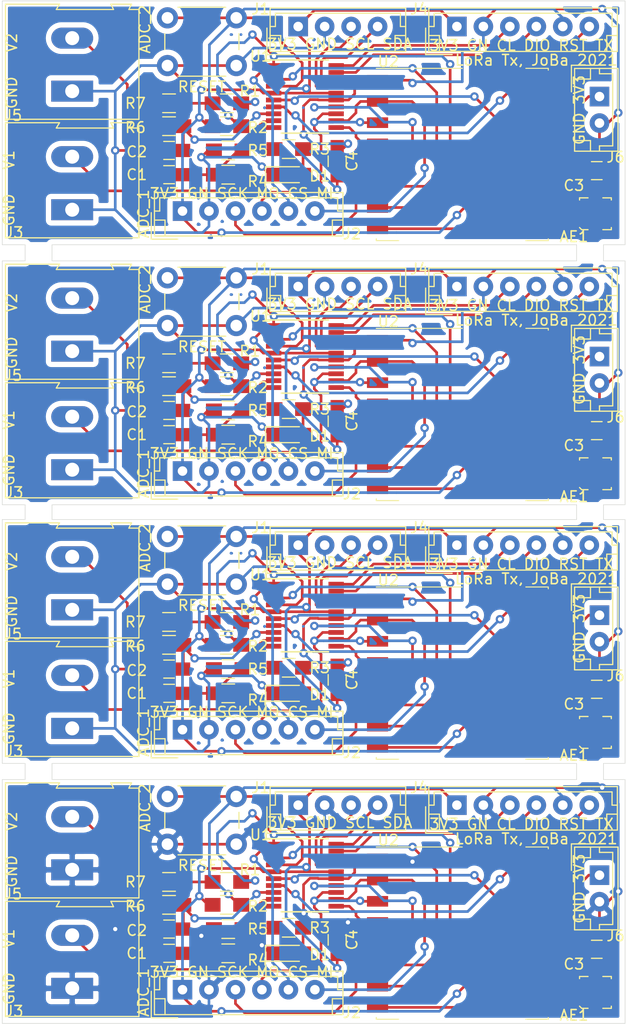
<source format=kicad_pcb>
(kicad_pcb (version 20171130) (host pcbnew 5.1.8-5.1.8)
  (layers (0 F.Cu signal) (31 B.Cu signal) (35 F.Paste user) (37 F.SilkS user) (38 B.Mask user) (39 F.Mask user) (44 Edge.Cuts user))
  (net 0 "")
  (net 1 "Net-(AE1-Pad1)")
  (net 2 GND)
  (net 3 ADC_1)
  (net 4 ADC_2)
  (net 5 +3V3)
  (net 6 "Net-(D1-Pad2)")
  (net 7 SDA)
  (net 8 SCL)
  (net 9 MISO)
  (net 10 EXT_CS)
  (net 11 MOSI)
  (net 12 SCK)
  (net 13 "Net-(J3-Pad2)")
  (net 14 SWCLK)
  (net 15 SWDIO)
  (net 16 NRST)
  (net 17 TX)
  (net 18 "Net-(J5-Pad2)")
  (net 19 READY)
  (net 20 "Net-(R3-Pad2)")
  (net 21 RFM_CS)
  (net 22 DONE)
  (net 23 RFM_RST)
  (module Connectors_Terminal_Blocks:TerminalBlock_Altech_AK300-2_P5.00mm (layer F.Cu) (at 93.345 90.551 90)
    (fp_text reference J3 (at -2.159 -5.461 180) (layer F.SilkS))
    (fp_text value Barrel_Jack)
    (pad 2 thru_hole oval (at 5 0 90) (size 1.98 3.96) (drill 1.32) (layers *.Cu *.Mask))
    (pad 1 thru_hole rect (at 0 0 90) (size 1.98 3.96) (drill 1.32) (layers *.Cu *.Mask))
  )
  (module Connectors_JST:JST_EH_B06B-EH-A_06x2.50mm_Straight (layer F.Cu) (at 129.667 48.768)
    (fp_text reference J4 (at -3.556 -1.651) (layer F.SilkS))
    (fp_text value Conn_01x06_Female)
    (pad 1 thru_hole rect (at 0 0) (size 1.85 1.85) (drill 0.9) (layers *.Cu *.Mask))
    (pad 2 thru_hole circle (at 2.5 0) (size 1.85 1.85) (drill 0.9) (layers *.Cu *.Mask))
    (pad 3 thru_hole circle (at 5 0) (size 1.85 1.85) (drill 0.9) (layers *.Cu *.Mask))
    (pad 4 thru_hole circle (at 7.5 0) (size 1.85 1.85) (drill 0.9) (layers *.Cu *.Mask))
    (pad 5 thru_hole circle (at 10 0) (size 1.85 1.85) (drill 0.9) (layers *.Cu *.Mask))
    (pad 6 thru_hole circle (at 12.5 0) (size 1.85 1.85) (drill 0.9) (layers *.Cu *.Mask))
  )
  (module Resistors_SMD:R_0805_HandSoldering (layer F.Cu) (at 108.077 62.738)
    (fp_text reference R4 (at 2.794 0.635) (layer F.SilkS))
    (fp_text value 1M)
    (pad 1 smd rect (at -1.35 0) (size 1.5 1.3) (layers F.Cu F.Paste F.Mask))
    (pad 2 smd rect (at 1.35 0) (size 1.5 1.3) (layers F.Cu F.Paste F.Mask))
  )
  (module Resistors_SMD:R_0805_HandSoldering (layer F.Cu) (at 107.95 56.007 180)
    (fp_text reference R1 (at -2.159 1.143) (layer F.SilkS))
    (fp_text value 10k)
    (pad 2 smd rect (at 1.35 0 180) (size 1.5 1.3) (layers F.Cu F.Paste F.Mask))
    (pad 1 smd rect (at -1.35 0 180) (size 1.5 1.3) (layers F.Cu F.Paste F.Mask))
  )
  (module Resistors_SMD:R_0805_HandSoldering (layer F.Cu) (at 113.792 60.325 180)
    (fp_text reference R3 (at -2.921 0) (layer F.SilkS))
    (fp_text value 1k)
    (pad 2 smd rect (at 1.35 0 180) (size 1.5 1.3) (layers F.Cu F.Paste F.Mask))
    (pad 1 smd rect (at -1.35 0 180) (size 1.5 1.3) (layers F.Cu F.Paste F.Mask))
  )
  (module Resistors_SMD:R_0805_HandSoldering (layer F.Cu) (at 107.95 82.677)
    (fp_text reference R2 (at 2.921 0.127) (layer F.SilkS))
    (fp_text value 10k)
    (pad 2 smd rect (at 1.35 0) (size 1.5 1.3) (layers F.Cu F.Paste F.Mask))
    (pad 1 smd rect (at -1.35 0) (size 1.5 1.3) (layers F.Cu F.Paste F.Mask))
  )
  (module Connectors_JST:JST_EH_B06B-EH-A_06x2.50mm_Straight (layer F.Cu) (at 129.667 73.279)
    (fp_text reference J4 (at -3.556 -1.651) (layer F.SilkS))
    (fp_text value Conn_01x06_Female)
    (pad 6 thru_hole circle (at 12.5 0) (size 1.85 1.85) (drill 0.9) (layers *.Cu *.Mask))
    (pad 5 thru_hole circle (at 10 0) (size 1.85 1.85) (drill 0.9) (layers *.Cu *.Mask))
    (pad 4 thru_hole circle (at 7.5 0) (size 1.85 1.85) (drill 0.9) (layers *.Cu *.Mask))
    (pad 3 thru_hole circle (at 5 0) (size 1.85 1.85) (drill 0.9) (layers *.Cu *.Mask))
    (pad 2 thru_hole circle (at 2.5 0) (size 1.85 1.85) (drill 0.9) (layers *.Cu *.Mask))
    (pad 1 thru_hole rect (at 0 0) (size 1.85 1.85) (drill 0.9) (layers *.Cu *.Mask))
  )
  (module Connectors_JST:JST_EH_B06B-EH-A_06x2.50mm_Straight (layer F.Cu) (at 103.759 90.678)
    (fp_text reference J2 (at 16.002 2.159) (layer F.SilkS))
    (fp_text value Conn_01x06_Female)
    (pad 1 thru_hole rect (at 0 0) (size 1.85 1.85) (drill 0.9) (layers *.Cu *.Mask))
    (pad 2 thru_hole circle (at 2.5 0) (size 1.85 1.85) (drill 0.9) (layers *.Cu *.Mask))
    (pad 3 thru_hole circle (at 5 0) (size 1.85 1.85) (drill 0.9) (layers *.Cu *.Mask))
    (pad 4 thru_hole circle (at 7.5 0) (size 1.85 1.85) (drill 0.9) (layers *.Cu *.Mask))
    (pad 5 thru_hole circle (at 10 0) (size 1.85 1.85) (drill 0.9) (layers *.Cu *.Mask))
    (pad 6 thru_hole circle (at 12.5 0) (size 1.85 1.85) (drill 0.9) (layers *.Cu *.Mask))
  )
  (module Resistors_SMD:R_0805_HandSoldering (layer F.Cu) (at 113.792 84.836 180)
    (fp_text reference R3 (at -2.921 0) (layer F.SilkS))
    (fp_text value 1k)
    (pad 1 smd rect (at -1.35 0 180) (size 1.5 1.3) (layers F.Cu F.Paste F.Mask))
    (pad 2 smd rect (at 1.35 0 180) (size 1.5 1.3) (layers F.Cu F.Paste F.Mask))
  )
  (module Resistors_SMD:R_0805_HandSoldering (layer F.Cu) (at 107.95 80.518 180)
    (fp_text reference R1 (at -2.159 1.143) (layer F.SilkS))
    (fp_text value 10k)
    (pad 1 smd rect (at -1.35 0 180) (size 1.5 1.3) (layers F.Cu F.Paste F.Mask))
    (pad 2 smd rect (at 1.35 0 180) (size 1.5 1.3) (layers F.Cu F.Paste F.Mask))
  )
  (module Resistors_SMD:R_0805_HandSoldering (layer F.Cu) (at 102.489 82.677 180)
    (fp_text reference R6 (at 3.175 -0.127) (layer F.SilkS))
    (fp_text value 10M)
    (pad 1 smd rect (at -1.35 0 180) (size 1.5 1.3) (layers F.Cu F.Paste F.Mask))
    (pad 2 smd rect (at 1.35 0 180) (size 1.5 1.3) (layers F.Cu F.Paste F.Mask))
  )
  (module Connectors_JST:JST_EH_B02B-EH-A_02x2.50mm_Straight (layer F.Cu) (at 143.129 55.372 270)
    (fp_text reference J6 (at 5.715 -1.524 180) (layer F.SilkS))
    (fp_text value Conn_01x02_Female)
    (pad 2 thru_hole circle (at 2.5 0 270) (size 1.85 1.85) (drill 0.9) (layers *.Cu *.Mask))
    (pad 1 thru_hole rect (at 0 0 270) (size 1.85 1.85) (drill 0.9) (layers *.Cu *.Mask))
  )
  (module Connectors_Terminal_Blocks:TerminalBlock_Altech_AK300-2_P5.00mm (layer F.Cu) (at 93.345 66.04 90)
    (fp_text reference J3 (at -2.159 -5.461 180) (layer F.SilkS))
    (fp_text value Barrel_Jack)
    (pad 1 thru_hole rect (at 0 0 90) (size 1.98 3.96) (drill 1.32) (layers *.Cu *.Mask))
    (pad 2 thru_hole oval (at 5 0 90) (size 1.98 3.96) (drill 1.32) (layers *.Cu *.Mask))
  )
  (module Capacitors_SMD:C_0805_HandSoldering (layer F.Cu) (at 142.875 86.868)
    (fp_text reference C3 (at -2.159 1.397) (layer F.SilkS))
    (fp_text value 10µ)
    (pad 2 smd rect (at 1.25 0) (size 1.5 1.25) (layers F.Cu F.Paste F.Mask))
    (pad 1 smd rect (at -1.25 0) (size 1.5 1.25) (layers F.Cu F.Paste F.Mask))
  )
  (module Connectors_JST:JST_EH_B02B-EH-A_02x2.50mm_Straight (layer F.Cu) (at 143.129 79.883 270)
    (fp_text reference J6 (at 5.715 -1.524 180) (layer F.SilkS))
    (fp_text value Conn_01x02_Female)
    (pad 1 thru_hole rect (at 0 0 270) (size 1.85 1.85) (drill 0.9) (layers *.Cu *.Mask))
    (pad 2 thru_hole circle (at 2.5 0 270) (size 1.85 1.85) (drill 0.9) (layers *.Cu *.Mask))
  )
  (module Connectors_JST:JST_EH_B04B-EH-A_04x2.50mm_Straight (layer F.Cu) (at 114.681 73.279)
    (fp_text reference J1 (at -3.556 -1.651) (layer F.SilkS))
    (fp_text value Conn_01x04_Female)
    (pad 1 thru_hole rect (at 0 0) (size 1.85 1.85) (drill 0.9) (layers *.Cu *.Mask))
    (pad 2 thru_hole circle (at 2.5 0) (size 1.85 1.85) (drill 0.9) (layers *.Cu *.Mask))
    (pad 3 thru_hole circle (at 5 0) (size 1.85 1.85) (drill 0.9) (layers *.Cu *.Mask))
    (pad 4 thru_hole circle (at 7.5 0) (size 1.85 1.85) (drill 0.9) (layers *.Cu *.Mask))
  )
  (module Housings_SSOP:TSSOP-20_4.4x6.5mm_Pitch0.65mm (layer F.Cu) (at 115.316 79.883)
    (fp_text reference U1 (at -4.191 -3.81) (layer F.SilkS))
    (fp_text value STM32L011F4Px)
    (pad 1 smd rect (at -2.95 -2.925) (size 1.45 0.45) (layers F.Cu F.Paste F.Mask))
    (pad 2 smd rect (at -2.95 -2.275) (size 1.45 0.45) (layers F.Cu F.Paste F.Mask))
    (pad 3 smd rect (at -2.95 -1.625) (size 1.45 0.45) (layers F.Cu F.Paste F.Mask))
    (pad 4 smd rect (at -2.95 -0.975) (size 1.45 0.45) (layers F.Cu F.Paste F.Mask))
    (pad 5 smd rect (at -2.95 -0.325) (size 1.45 0.45) (layers F.Cu F.Paste F.Mask))
    (pad 6 smd rect (at -2.95 0.325) (size 1.45 0.45) (layers F.Cu F.Paste F.Mask))
    (pad 7 smd rect (at -2.95 0.975) (size 1.45 0.45) (layers F.Cu F.Paste F.Mask))
    (pad 8 smd rect (at -2.95 1.625) (size 1.45 0.45) (layers F.Cu F.Paste F.Mask))
    (pad 9 smd rect (at -2.95 2.275) (size 1.45 0.45) (layers F.Cu F.Paste F.Mask))
    (pad 10 smd rect (at -2.95 2.925) (size 1.45 0.45) (layers F.Cu F.Paste F.Mask))
    (pad 11 smd rect (at 2.95 2.925) (size 1.45 0.45) (layers F.Cu F.Paste F.Mask))
    (pad 12 smd rect (at 2.95 2.275) (size 1.45 0.45) (layers F.Cu F.Paste F.Mask))
    (pad 13 smd rect (at 2.95 1.625) (size 1.45 0.45) (layers F.Cu F.Paste F.Mask))
    (pad 14 smd rect (at 2.95 0.975) (size 1.45 0.45) (layers F.Cu F.Paste F.Mask))
    (pad 15 smd rect (at 2.95 0.325) (size 1.45 0.45) (layers F.Cu F.Paste F.Mask))
    (pad 16 smd rect (at 2.95 -0.325) (size 1.45 0.45) (layers F.Cu F.Paste F.Mask))
    (pad 17 smd rect (at 2.95 -0.975) (size 1.45 0.45) (layers F.Cu F.Paste F.Mask))
    (pad 18 smd rect (at 2.95 -1.625) (size 1.45 0.45) (layers F.Cu F.Paste F.Mask))
    (pad 19 smd rect (at 2.95 -2.275) (size 1.45 0.45) (layers F.Cu F.Paste F.Mask))
    (pad 20 smd rect (at 2.95 -2.925) (size 1.45 0.45) (layers F.Cu F.Paste F.Mask))
  )
  (module Resistors_SMD:R_0805_HandSoldering (layer F.Cu) (at 102.489 80.518 180)
    (fp_text reference R7 (at 3.175 0) (layer F.SilkS))
    (fp_text value 1M)
    (pad 2 smd rect (at 1.35 0 180) (size 1.5 1.3) (layers F.Cu F.Paste F.Mask))
    (pad 1 smd rect (at -1.35 0 180) (size 1.5 1.3) (layers F.Cu F.Paste F.Mask))
  )
  (module Capacitors_SMD:C_0805_HandSoldering (layer F.Cu) (at 102.489 62.738 180)
    (fp_text reference C1 (at 3.048 0) (layer F.SilkS))
    (fp_text value 100n)
    (pad 2 smd rect (at 1.25 0 180) (size 1.5 1.25) (layers F.Cu F.Paste F.Mask))
    (pad 1 smd rect (at -1.25 0 180) (size 1.5 1.25) (layers F.Cu F.Paste F.Mask))
  )
  (module Connectors_JST:JST_EH_B04B-EH-A_04x2.50mm_Straight (layer F.Cu) (at 114.681 48.768)
    (fp_text reference J1 (at -3.556 -1.651) (layer F.SilkS))
    (fp_text value Conn_01x04_Female)
    (pad 4 thru_hole circle (at 7.5 0) (size 1.85 1.85) (drill 0.9) (layers *.Cu *.Mask))
    (pad 3 thru_hole circle (at 5 0) (size 1.85 1.85) (drill 0.9) (layers *.Cu *.Mask))
    (pad 2 thru_hole circle (at 2.5 0) (size 1.85 1.85) (drill 0.9) (layers *.Cu *.Mask))
    (pad 1 thru_hole rect (at 0 0) (size 1.85 1.85) (drill 0.9) (layers *.Cu *.Mask))
  )
  (module Resistors_SMD:R_0805_HandSoldering (layer F.Cu) (at 102.489 58.166 180)
    (fp_text reference R6 (at 3.175 -0.127) (layer F.SilkS))
    (fp_text value 10M)
    (pad 2 smd rect (at 1.35 0 180) (size 1.5 1.3) (layers F.Cu F.Paste F.Mask))
    (pad 1 smd rect (at -1.35 0 180) (size 1.5 1.3) (layers F.Cu F.Paste F.Mask))
  )
  (module Resistors_SMD:R_0805_HandSoldering (layer F.Cu) (at 107.95 58.166)
    (fp_text reference R2 (at 2.921 0.127) (layer F.SilkS))
    (fp_text value 10k)
    (pad 1 smd rect (at -1.35 0) (size 1.5 1.3) (layers F.Cu F.Paste F.Mask))
    (pad 2 smd rect (at 1.35 0) (size 1.5 1.3) (layers F.Cu F.Paste F.Mask))
  )
  (module Resistors_SMD:R_0805_HandSoldering (layer F.Cu) (at 108.077 60.452)
    (fp_text reference R5 (at 2.794 0) (layer F.SilkS))
    (fp_text value 1M)
    (pad 2 smd rect (at 1.35 0) (size 1.5 1.3) (layers F.Cu F.Paste F.Mask))
    (pad 1 smd rect (at -1.35 0) (size 1.5 1.3) (layers F.Cu F.Paste F.Mask))
  )
  (module Buttons_Switches_THT:SW_PUSH_6mm_h5mm (layer F.Cu) (at 108.839 52.451 180)
    (fp_text reference RESET (at 3.25 -2) (layer F.SilkS))
    (fp_text value SW_Push)
    (pad 1 thru_hole circle (at 6.5 0 270) (size 2 2) (drill 1.1) (layers *.Cu *.Mask))
    (pad 2 thru_hole circle (at 6.5 4.5 270) (size 2 2) (drill 1.1) (layers *.Cu *.Mask))
    (pad 1 thru_hole circle (at 0 0 270) (size 2 2) (drill 1.1) (layers *.Cu *.Mask))
    (pad 2 thru_hole circle (at 0 4.5 270) (size 2 2) (drill 1.1) (layers *.Cu *.Mask))
  )
  (module Resistors_SMD:R_0805_HandSoldering (layer F.Cu) (at 108.077 87.249)
    (fp_text reference R4 (at 2.794 0.635) (layer F.SilkS))
    (fp_text value 1M)
    (pad 2 smd rect (at 1.35 0) (size 1.5 1.3) (layers F.Cu F.Paste F.Mask))
    (pad 1 smd rect (at -1.35 0) (size 1.5 1.3) (layers F.Cu F.Paste F.Mask))
  )
  (module Buttons_Switches_THT:SW_PUSH_6mm_h5mm (layer F.Cu) (at 108.839 76.962 180)
    (fp_text reference RESET (at 3.25 -2) (layer F.SilkS))
    (fp_text value SW_Push)
    (pad 2 thru_hole circle (at 0 4.5 270) (size 2 2) (drill 1.1) (layers *.Cu *.Mask))
    (pad 1 thru_hole circle (at 0 0 270) (size 2 2) (drill 1.1) (layers *.Cu *.Mask))
    (pad 2 thru_hole circle (at 6.5 4.5 270) (size 2 2) (drill 1.1) (layers *.Cu *.Mask))
    (pad 1 thru_hole circle (at 6.5 0 270) (size 2 2) (drill 1.1) (layers *.Cu *.Mask))
  )
  (module LEDs:LED_0805_HandSoldering (layer F.Cu) (at 113.792 87.249)
    (fp_text reference D1 (at 2.921 0.127) (layer F.SilkS))
    (fp_text value LED)
    (pad 1 smd rect (at -1.35 0) (size 1.5 1.3) (layers F.Cu F.Paste F.Mask))
    (pad 2 smd rect (at 1.35 0) (size 1.5 1.3) (layers F.Cu F.Paste F.Mask))
  )
  (module Housings_SSOP:TSSOP-20_4.4x6.5mm_Pitch0.65mm (layer F.Cu) (at 115.316 55.372)
    (fp_text reference U1 (at -4.191 -3.81) (layer F.SilkS))
    (fp_text value STM32L011F4Px)
    (pad 20 smd rect (at 2.95 -2.925) (size 1.45 0.45) (layers F.Cu F.Paste F.Mask))
    (pad 19 smd rect (at 2.95 -2.275) (size 1.45 0.45) (layers F.Cu F.Paste F.Mask))
    (pad 18 smd rect (at 2.95 -1.625) (size 1.45 0.45) (layers F.Cu F.Paste F.Mask))
    (pad 17 smd rect (at 2.95 -0.975) (size 1.45 0.45) (layers F.Cu F.Paste F.Mask))
    (pad 16 smd rect (at 2.95 -0.325) (size 1.45 0.45) (layers F.Cu F.Paste F.Mask))
    (pad 15 smd rect (at 2.95 0.325) (size 1.45 0.45) (layers F.Cu F.Paste F.Mask))
    (pad 14 smd rect (at 2.95 0.975) (size 1.45 0.45) (layers F.Cu F.Paste F.Mask))
    (pad 13 smd rect (at 2.95 1.625) (size 1.45 0.45) (layers F.Cu F.Paste F.Mask))
    (pad 12 smd rect (at 2.95 2.275) (size 1.45 0.45) (layers F.Cu F.Paste F.Mask))
    (pad 11 smd rect (at 2.95 2.925) (size 1.45 0.45) (layers F.Cu F.Paste F.Mask))
    (pad 10 smd rect (at -2.95 2.925) (size 1.45 0.45) (layers F.Cu F.Paste F.Mask))
    (pad 9 smd rect (at -2.95 2.275) (size 1.45 0.45) (layers F.Cu F.Paste F.Mask))
    (pad 8 smd rect (at -2.95 1.625) (size 1.45 0.45) (layers F.Cu F.Paste F.Mask))
    (pad 7 smd rect (at -2.95 0.975) (size 1.45 0.45) (layers F.Cu F.Paste F.Mask))
    (pad 6 smd rect (at -2.95 0.325) (size 1.45 0.45) (layers F.Cu F.Paste F.Mask))
    (pad 5 smd rect (at -2.95 -0.325) (size 1.45 0.45) (layers F.Cu F.Paste F.Mask))
    (pad 4 smd rect (at -2.95 -0.975) (size 1.45 0.45) (layers F.Cu F.Paste F.Mask))
    (pad 3 smd rect (at -2.95 -1.625) (size 1.45 0.45) (layers F.Cu F.Paste F.Mask))
    (pad 2 smd rect (at -2.95 -2.275) (size 1.45 0.45) (layers F.Cu F.Paste F.Mask))
    (pad 1 smd rect (at -2.95 -2.925) (size 1.45 0.45) (layers F.Cu F.Paste F.Mask))
  )
  (module RF_Modules:Hopref_RFM9XW_SMD (layer F.Cu) (at 130.175 60.833)
    (fp_text reference U2 (at -6.985 -8.763) (layer F.SilkS))
    (fp_text value RFM95W-868S2)
    (pad 16 smd rect (at 8 -7) (size 2 1) (layers F.Cu F.Paste F.Mask))
    (pad 15 smd rect (at 8 -5) (size 2 1) (layers F.Cu F.Paste F.Mask))
    (pad 14 smd rect (at 8 -3) (size 2 1) (layers F.Cu F.Paste F.Mask))
    (pad 13 smd rect (at 8 -1) (size 2 1) (layers F.Cu F.Paste F.Mask))
    (pad 12 smd rect (at 8 1) (size 2 1) (layers F.Cu F.Paste F.Mask))
    (pad 11 smd rect (at 8 3) (size 2 1) (layers F.Cu F.Paste F.Mask))
    (pad 10 smd rect (at 8 5) (size 2 1) (layers F.Cu F.Paste F.Mask))
    (pad 9 smd rect (at 8 7) (size 2 1) (layers F.Cu F.Paste F.Mask))
    (pad 8 smd rect (at -8 7) (size 2 1) (layers F.Cu F.Paste F.Mask))
    (pad 7 smd rect (at -8 5) (size 2 1) (layers F.Cu F.Paste F.Mask))
    (pad 6 smd rect (at -8 3) (size 2 1) (layers F.Cu F.Paste F.Mask))
    (pad 5 smd rect (at -8 1) (size 2 1) (layers F.Cu F.Paste F.Mask))
    (pad 4 smd rect (at -8 -1) (size 2 1) (layers F.Cu F.Paste F.Mask))
    (pad 3 smd rect (at -8 -3) (size 2 1) (layers F.Cu F.Paste F.Mask))
    (pad 2 smd rect (at -8 -5) (size 2 1) (layers F.Cu F.Paste F.Mask))
    (pad 1 smd rect (at -8 -7) (size 2 1) (layers F.Cu F.Paste F.Mask))
  )
  (module Resistors_SMD:R_0805_HandSoldering (layer F.Cu) (at 108.077 84.963)
    (fp_text reference R5 (at 2.794 0) (layer F.SilkS))
    (fp_text value 1M)
    (pad 1 smd rect (at -1.35 0) (size 1.5 1.3) (layers F.Cu F.Paste F.Mask))
    (pad 2 smd rect (at 1.35 0) (size 1.5 1.3) (layers F.Cu F.Paste F.Mask))
  )
  (module RF_Modules:Hopref_RFM9XW_SMD (layer F.Cu) (at 130.175 85.344)
    (fp_text reference U2 (at -6.985 -8.763) (layer F.SilkS))
    (fp_text value RFM95W-868S2)
    (pad 1 smd rect (at -8 -7) (size 2 1) (layers F.Cu F.Paste F.Mask))
    (pad 2 smd rect (at -8 -5) (size 2 1) (layers F.Cu F.Paste F.Mask))
    (pad 3 smd rect (at -8 -3) (size 2 1) (layers F.Cu F.Paste F.Mask))
    (pad 4 smd rect (at -8 -1) (size 2 1) (layers F.Cu F.Paste F.Mask))
    (pad 5 smd rect (at -8 1) (size 2 1) (layers F.Cu F.Paste F.Mask))
    (pad 6 smd rect (at -8 3) (size 2 1) (layers F.Cu F.Paste F.Mask))
    (pad 7 smd rect (at -8 5) (size 2 1) (layers F.Cu F.Paste F.Mask))
    (pad 8 smd rect (at -8 7) (size 2 1) (layers F.Cu F.Paste F.Mask))
    (pad 9 smd rect (at 8 7) (size 2 1) (layers F.Cu F.Paste F.Mask))
    (pad 10 smd rect (at 8 5) (size 2 1) (layers F.Cu F.Paste F.Mask))
    (pad 11 smd rect (at 8 3) (size 2 1) (layers F.Cu F.Paste F.Mask))
    (pad 12 smd rect (at 8 1) (size 2 1) (layers F.Cu F.Paste F.Mask))
    (pad 13 smd rect (at 8 -1) (size 2 1) (layers F.Cu F.Paste F.Mask))
    (pad 14 smd rect (at 8 -3) (size 2 1) (layers F.Cu F.Paste F.Mask))
    (pad 15 smd rect (at 8 -5) (size 2 1) (layers F.Cu F.Paste F.Mask))
    (pad 16 smd rect (at 8 -7) (size 2 1) (layers F.Cu F.Paste F.Mask))
  )
  (module Capacitors_SMD:C_0805_HandSoldering (layer F.Cu) (at 118.364 85.979 90)
    (fp_text reference C4 (at 0 1.397 90) (layer F.SilkS))
    (fp_text value 10µ)
    (pad 1 smd rect (at -1.25 0 90) (size 1.5 1.25) (layers F.Cu F.Paste F.Mask))
    (pad 2 smd rect (at 1.25 0 90) (size 1.5 1.25) (layers F.Cu F.Paste F.Mask))
  )
  (module Capacitors_SMD:C_0805_HandSoldering (layer F.Cu) (at 102.489 87.249 180)
    (fp_text reference C1 (at 3.048 0) (layer F.SilkS))
    (fp_text value 100n)
    (pad 1 smd rect (at -1.25 0 180) (size 1.5 1.25) (layers F.Cu F.Paste F.Mask))
    (pad 2 smd rect (at 1.25 0 180) (size 1.5 1.25) (layers F.Cu F.Paste F.Mask))
  )
  (module Capacitors_SMD:C_0805_HandSoldering (layer F.Cu) (at 142.875 62.357)
    (fp_text reference C3 (at -2.159 1.397) (layer F.SilkS))
    (fp_text value 10µ)
    (pad 1 smd rect (at -1.25 0) (size 1.5 1.25) (layers F.Cu F.Paste F.Mask))
    (pad 2 smd rect (at 1.25 0) (size 1.5 1.25) (layers F.Cu F.Paste F.Mask))
  )
  (module Connectors_Molex:Molex_Microcoaxial_RF (layer F.Cu) (at 142.748 90.932)
    (fp_text reference AE1 (at -2.032 2.159) (layer F.SilkS))
    (fp_text value Antenna_Shield)
    (pad 2 smd rect (at -1.475 0) (size 1.05 2.2) (layers F.Cu F.Paste F.Mask))
    (pad 2 smd rect (at 1.475 0) (size 1.05 2.2) (layers F.Cu F.Paste F.Mask))
    (pad 2 smd rect (at 0 -1.5) (size 1 1) (layers F.Cu F.Paste F.Mask))
    (pad 1 smd rect (at 0 1.5) (size 1 1) (layers F.Cu F.Paste F.Mask))
  )
  (module Capacitors_SMD:C_0805_HandSoldering (layer F.Cu) (at 102.489 84.963 180)
    (fp_text reference C2 (at 3.048 -0.127) (layer F.SilkS))
    (fp_text value 100n)
    (pad 2 smd rect (at 1.25 0 180) (size 1.5 1.25) (layers F.Cu F.Paste F.Mask))
    (pad 1 smd rect (at -1.25 0 180) (size 1.5 1.25) (layers F.Cu F.Paste F.Mask))
  )
  (module Connectors_Terminal_Blocks:TerminalBlock_Altech_AK300-2_P5.00mm (layer F.Cu) (at 93.345 79.375 90)
    (fp_text reference J5 (at -2.286 -5.588 180) (layer F.SilkS))
    (fp_text value Barrel_Jack)
    (pad 1 thru_hole rect (at 0 0 90) (size 1.98 3.96) (drill 1.32) (layers *.Cu *.Mask))
    (pad 2 thru_hole oval (at 5 0 90) (size 1.98 3.96) (drill 1.32) (layers *.Cu *.Mask))
  )
  (module Capacitors_SMD:C_0805_HandSoldering (layer F.Cu) (at 102.489 60.452 180)
    (fp_text reference C2 (at 3.048 -0.127) (layer F.SilkS))
    (fp_text value 100n)
    (pad 1 smd rect (at -1.25 0 180) (size 1.5 1.25) (layers F.Cu F.Paste F.Mask))
    (pad 2 smd rect (at 1.25 0 180) (size 1.5 1.25) (layers F.Cu F.Paste F.Mask))
  )
  (module Capacitors_SMD:C_0805_HandSoldering (layer F.Cu) (at 118.364 61.468 90)
    (fp_text reference C4 (at 0 1.397 90) (layer F.SilkS))
    (fp_text value 10µ)
    (pad 2 smd rect (at 1.25 0 90) (size 1.5 1.25) (layers F.Cu F.Paste F.Mask))
    (pad 1 smd rect (at -1.25 0 90) (size 1.5 1.25) (layers F.Cu F.Paste F.Mask))
  )
  (module Connectors_Terminal_Blocks:TerminalBlock_Altech_AK300-2_P5.00mm (layer F.Cu) (at 93.345 54.864 90)
    (fp_text reference J5 (at -2.286 -5.588 180) (layer F.SilkS))
    (fp_text value Barrel_Jack)
    (pad 2 thru_hole oval (at 5 0 90) (size 1.98 3.96) (drill 1.32) (layers *.Cu *.Mask))
    (pad 1 thru_hole rect (at 0 0 90) (size 1.98 3.96) (drill 1.32) (layers *.Cu *.Mask))
  )
  (module Connectors_Molex:Molex_Microcoaxial_RF (layer F.Cu) (at 142.748 66.421)
    (fp_text reference AE1 (at -2.032 2.159) (layer F.SilkS))
    (fp_text value Antenna_Shield)
    (pad 1 smd rect (at 0 1.5) (size 1 1) (layers F.Cu F.Paste F.Mask))
    (pad 2 smd rect (at 0 -1.5) (size 1 1) (layers F.Cu F.Paste F.Mask))
    (pad 2 smd rect (at 1.475 0) (size 1.05 2.2) (layers F.Cu F.Paste F.Mask))
    (pad 2 smd rect (at -1.475 0) (size 1.05 2.2) (layers F.Cu F.Paste F.Mask))
  )
  (module LEDs:LED_0805_HandSoldering (layer F.Cu) (at 113.792 62.738)
    (fp_text reference D1 (at 2.921 0.127) (layer F.SilkS))
    (fp_text value LED)
    (pad 2 smd rect (at 1.35 0) (size 1.5 1.3) (layers F.Cu F.Paste F.Mask))
    (pad 1 smd rect (at -1.35 0) (size 1.5 1.3) (layers F.Cu F.Paste F.Mask))
  )
  (module Connectors_JST:JST_EH_B06B-EH-A_06x2.50mm_Straight (layer F.Cu) (at 103.759 66.167)
    (fp_text reference J2 (at 16.002 2.159) (layer F.SilkS))
    (fp_text value Conn_01x06_Female)
    (pad 6 thru_hole circle (at 12.5 0) (size 1.85 1.85) (drill 0.9) (layers *.Cu *.Mask))
    (pad 5 thru_hole circle (at 10 0) (size 1.85 1.85) (drill 0.9) (layers *.Cu *.Mask))
    (pad 4 thru_hole circle (at 7.5 0) (size 1.85 1.85) (drill 0.9) (layers *.Cu *.Mask))
    (pad 3 thru_hole circle (at 5 0) (size 1.85 1.85) (drill 0.9) (layers *.Cu *.Mask))
    (pad 2 thru_hole circle (at 2.5 0) (size 1.85 1.85) (drill 0.9) (layers *.Cu *.Mask))
    (pad 1 thru_hole rect (at 0 0) (size 1.85 1.85) (drill 0.9) (layers *.Cu *.Mask))
  )
  (module Resistors_SMD:R_0805_HandSoldering (layer F.Cu) (at 102.489 56.007 180)
    (fp_text reference R7 (at 3.175 0) (layer F.SilkS))
    (fp_text value 1M)
    (pad 1 smd rect (at -1.35 0 180) (size 1.5 1.3) (layers F.Cu F.Paste F.Mask))
    (pad 2 smd rect (at 1.35 0 180) (size 1.5 1.3) (layers F.Cu F.Paste F.Mask))
  )
  (module Connectors_Terminal_Blocks:TerminalBlock_Altech_AK300-2_P5.00mm (layer F.Cu) (at 93.345 114.935 90)
    (fp_text reference J3 (at -2.159 -5.461 180) (layer F.SilkS))
    (fp_text value Barrel_Jack)
    (pad 2 thru_hole oval (at 5 0 90) (size 1.98 3.96) (drill 1.32) (layers *.Cu *.Mask))
    (pad 1 thru_hole rect (at 0 0 90) (size 1.98 3.96) (drill 1.32) (layers *.Cu *.Mask))
  )
  (module Resistors_SMD:R_0805_HandSoldering (layer F.Cu) (at 108.077 109.347)
    (fp_text reference R5 (at 2.794 0) (layer F.SilkS))
    (fp_text value 1M)
    (pad 1 smd rect (at -1.35 0) (size 1.5 1.3) (layers F.Cu F.Paste F.Mask))
    (pad 2 smd rect (at 1.35 0) (size 1.5 1.3) (layers F.Cu F.Paste F.Mask))
  )
  (module LEDs:LED_0805_HandSoldering (layer F.Cu) (at 113.792 111.633)
    (fp_text reference D1 (at 2.921 0.127) (layer F.SilkS))
    (fp_text value LED)
    (pad 1 smd rect (at -1.35 0) (size 1.5 1.3) (layers F.Cu F.Paste F.Mask))
    (pad 2 smd rect (at 1.35 0) (size 1.5 1.3) (layers F.Cu F.Paste F.Mask))
  )
  (module Connectors_JST:JST_EH_B06B-EH-A_06x2.50mm_Straight (layer F.Cu) (at 103.759 115.062)
    (fp_text reference J2 (at 16.002 2.159) (layer F.SilkS))
    (fp_text value Conn_01x06_Female)
    (pad 1 thru_hole rect (at 0 0) (size 1.85 1.85) (drill 0.9) (layers *.Cu *.Mask))
    (pad 2 thru_hole circle (at 2.5 0) (size 1.85 1.85) (drill 0.9) (layers *.Cu *.Mask))
    (pad 3 thru_hole circle (at 5 0) (size 1.85 1.85) (drill 0.9) (layers *.Cu *.Mask))
    (pad 4 thru_hole circle (at 7.5 0) (size 1.85 1.85) (drill 0.9) (layers *.Cu *.Mask))
    (pad 5 thru_hole circle (at 10 0) (size 1.85 1.85) (drill 0.9) (layers *.Cu *.Mask))
    (pad 6 thru_hole circle (at 12.5 0) (size 1.85 1.85) (drill 0.9) (layers *.Cu *.Mask))
  )
  (module Connectors_JST:JST_EH_B04B-EH-A_04x2.50mm_Straight (layer F.Cu) (at 114.681 97.663)
    (fp_text reference J1 (at -3.556 -1.651) (layer F.SilkS))
    (fp_text value Conn_01x04_Female)
    (pad 1 thru_hole rect (at 0 0) (size 1.85 1.85) (drill 0.9) (layers *.Cu *.Mask))
    (pad 2 thru_hole circle (at 2.5 0) (size 1.85 1.85) (drill 0.9) (layers *.Cu *.Mask))
    (pad 3 thru_hole circle (at 5 0) (size 1.85 1.85) (drill 0.9) (layers *.Cu *.Mask))
    (pad 4 thru_hole circle (at 7.5 0) (size 1.85 1.85) (drill 0.9) (layers *.Cu *.Mask))
  )
  (module Resistors_SMD:R_0805_HandSoldering (layer F.Cu) (at 102.489 107.061 180)
    (fp_text reference R6 (at 3.175 -0.127) (layer F.SilkS))
    (fp_text value 10M)
    (pad 1 smd rect (at -1.35 0 180) (size 1.5 1.3) (layers F.Cu F.Paste F.Mask))
    (pad 2 smd rect (at 1.35 0 180) (size 1.5 1.3) (layers F.Cu F.Paste F.Mask))
  )
  (module Resistors_SMD:R_0805_HandSoldering (layer F.Cu) (at 102.489 104.902 180)
    (fp_text reference R7 (at 3.175 0) (layer F.SilkS))
    (fp_text value 1M)
    (pad 2 smd rect (at 1.35 0 180) (size 1.5 1.3) (layers F.Cu F.Paste F.Mask))
    (pad 1 smd rect (at -1.35 0 180) (size 1.5 1.3) (layers F.Cu F.Paste F.Mask))
  )
  (module Resistors_SMD:R_0805_HandSoldering (layer F.Cu) (at 108.077 111.633)
    (fp_text reference R4 (at 2.794 0.635) (layer F.SilkS))
    (fp_text value 1M)
    (pad 2 smd rect (at 1.35 0) (size 1.5 1.3) (layers F.Cu F.Paste F.Mask))
    (pad 1 smd rect (at -1.35 0) (size 1.5 1.3) (layers F.Cu F.Paste F.Mask))
  )
  (module RF_Modules:Hopref_RFM9XW_SMD (layer F.Cu) (at 130.175 109.728)
    (fp_text reference U2 (at -6.985 -8.763) (layer F.SilkS))
    (fp_text value RFM95W-868S2)
    (pad 1 smd rect (at -8 -7) (size 2 1) (layers F.Cu F.Paste F.Mask))
    (pad 2 smd rect (at -8 -5) (size 2 1) (layers F.Cu F.Paste F.Mask))
    (pad 3 smd rect (at -8 -3) (size 2 1) (layers F.Cu F.Paste F.Mask))
    (pad 4 smd rect (at -8 -1) (size 2 1) (layers F.Cu F.Paste F.Mask))
    (pad 5 smd rect (at -8 1) (size 2 1) (layers F.Cu F.Paste F.Mask))
    (pad 6 smd rect (at -8 3) (size 2 1) (layers F.Cu F.Paste F.Mask))
    (pad 7 smd rect (at -8 5) (size 2 1) (layers F.Cu F.Paste F.Mask))
    (pad 8 smd rect (at -8 7) (size 2 1) (layers F.Cu F.Paste F.Mask))
    (pad 9 smd rect (at 8 7) (size 2 1) (layers F.Cu F.Paste F.Mask))
    (pad 10 smd rect (at 8 5) (size 2 1) (layers F.Cu F.Paste F.Mask))
    (pad 11 smd rect (at 8 3) (size 2 1) (layers F.Cu F.Paste F.Mask))
    (pad 12 smd rect (at 8 1) (size 2 1) (layers F.Cu F.Paste F.Mask))
    (pad 13 smd rect (at 8 -1) (size 2 1) (layers F.Cu F.Paste F.Mask))
    (pad 14 smd rect (at 8 -3) (size 2 1) (layers F.Cu F.Paste F.Mask))
    (pad 15 smd rect (at 8 -5) (size 2 1) (layers F.Cu F.Paste F.Mask))
    (pad 16 smd rect (at 8 -7) (size 2 1) (layers F.Cu F.Paste F.Mask))
  )
  (module Connectors_Terminal_Blocks:TerminalBlock_Altech_AK300-2_P5.00mm (layer F.Cu) (at 93.345 103.759 90)
    (fp_text reference J5 (at -2.286 -5.588 180) (layer F.SilkS))
    (fp_text value Barrel_Jack)
    (pad 1 thru_hole rect (at 0 0 90) (size 1.98 3.96) (drill 1.32) (layers *.Cu *.Mask))
    (pad 2 thru_hole oval (at 5 0 90) (size 1.98 3.96) (drill 1.32) (layers *.Cu *.Mask))
  )
  (module Housings_SSOP:TSSOP-20_4.4x6.5mm_Pitch0.65mm (layer F.Cu) (at 115.316 104.267)
    (fp_text reference U1 (at -4.191 -3.81) (layer F.SilkS))
    (fp_text value STM32L011F4Px)
    (pad 1 smd rect (at -2.95 -2.925) (size 1.45 0.45) (layers F.Cu F.Paste F.Mask))
    (pad 2 smd rect (at -2.95 -2.275) (size 1.45 0.45) (layers F.Cu F.Paste F.Mask))
    (pad 3 smd rect (at -2.95 -1.625) (size 1.45 0.45) (layers F.Cu F.Paste F.Mask))
    (pad 4 smd rect (at -2.95 -0.975) (size 1.45 0.45) (layers F.Cu F.Paste F.Mask))
    (pad 5 smd rect (at -2.95 -0.325) (size 1.45 0.45) (layers F.Cu F.Paste F.Mask))
    (pad 6 smd rect (at -2.95 0.325) (size 1.45 0.45) (layers F.Cu F.Paste F.Mask))
    (pad 7 smd rect (at -2.95 0.975) (size 1.45 0.45) (layers F.Cu F.Paste F.Mask))
    (pad 8 smd rect (at -2.95 1.625) (size 1.45 0.45) (layers F.Cu F.Paste F.Mask))
    (pad 9 smd rect (at -2.95 2.275) (size 1.45 0.45) (layers F.Cu F.Paste F.Mask))
    (pad 10 smd rect (at -2.95 2.925) (size 1.45 0.45) (layers F.Cu F.Paste F.Mask))
    (pad 11 smd rect (at 2.95 2.925) (size 1.45 0.45) (layers F.Cu F.Paste F.Mask))
    (pad 12 smd rect (at 2.95 2.275) (size 1.45 0.45) (layers F.Cu F.Paste F.Mask))
    (pad 13 smd rect (at 2.95 1.625) (size 1.45 0.45) (layers F.Cu F.Paste F.Mask))
    (pad 14 smd rect (at 2.95 0.975) (size 1.45 0.45) (layers F.Cu F.Paste F.Mask))
    (pad 15 smd rect (at 2.95 0.325) (size 1.45 0.45) (layers F.Cu F.Paste F.Mask))
    (pad 16 smd rect (at 2.95 -0.325) (size 1.45 0.45) (layers F.Cu F.Paste F.Mask))
    (pad 17 smd rect (at 2.95 -0.975) (size 1.45 0.45) (layers F.Cu F.Paste F.Mask))
    (pad 18 smd rect (at 2.95 -1.625) (size 1.45 0.45) (layers F.Cu F.Paste F.Mask))
    (pad 19 smd rect (at 2.95 -2.275) (size 1.45 0.45) (layers F.Cu F.Paste F.Mask))
    (pad 20 smd rect (at 2.95 -2.925) (size 1.45 0.45) (layers F.Cu F.Paste F.Mask))
  )
  (module Capacitors_SMD:C_0805_HandSoldering (layer F.Cu) (at 142.875 111.252)
    (fp_text reference C3 (at -2.159 1.397) (layer F.SilkS))
    (fp_text value 10µ)
    (pad 2 smd rect (at 1.25 0) (size 1.5 1.25) (layers F.Cu F.Paste F.Mask))
    (pad 1 smd rect (at -1.25 0) (size 1.5 1.25) (layers F.Cu F.Paste F.Mask))
  )
  (module Resistors_SMD:R_0805_HandSoldering (layer F.Cu) (at 113.792 109.22 180)
    (fp_text reference R3 (at -2.921 0) (layer F.SilkS))
    (fp_text value 1k)
    (pad 1 smd rect (at -1.35 0 180) (size 1.5 1.3) (layers F.Cu F.Paste F.Mask))
    (pad 2 smd rect (at 1.35 0 180) (size 1.5 1.3) (layers F.Cu F.Paste F.Mask))
  )
  (module Connectors_JST:JST_EH_B02B-EH-A_02x2.50mm_Straight (layer F.Cu) (at 143.129 104.267 270)
    (fp_text reference J6 (at 5.715 -1.524 180) (layer F.SilkS))
    (fp_text value Conn_01x02_Female)
    (pad 1 thru_hole rect (at 0 0 270) (size 1.85 1.85) (drill 0.9) (layers *.Cu *.Mask))
    (pad 2 thru_hole circle (at 2.5 0 270) (size 1.85 1.85) (drill 0.9) (layers *.Cu *.Mask))
  )
  (module Connectors_JST:JST_EH_B06B-EH-A_06x2.50mm_Straight (layer F.Cu) (at 129.667 97.663)
    (fp_text reference J4 (at -3.556 -1.651) (layer F.SilkS))
    (fp_text value Conn_01x06_Female)
    (pad 6 thru_hole circle (at 12.5 0) (size 1.85 1.85) (drill 0.9) (layers *.Cu *.Mask))
    (pad 5 thru_hole circle (at 10 0) (size 1.85 1.85) (drill 0.9) (layers *.Cu *.Mask))
    (pad 4 thru_hole circle (at 7.5 0) (size 1.85 1.85) (drill 0.9) (layers *.Cu *.Mask))
    (pad 3 thru_hole circle (at 5 0) (size 1.85 1.85) (drill 0.9) (layers *.Cu *.Mask))
    (pad 2 thru_hole circle (at 2.5 0) (size 1.85 1.85) (drill 0.9) (layers *.Cu *.Mask))
    (pad 1 thru_hole rect (at 0 0) (size 1.85 1.85) (drill 0.9) (layers *.Cu *.Mask))
  )
  (module Resistors_SMD:R_0805_HandSoldering (layer F.Cu) (at 107.95 107.061)
    (fp_text reference R2 (at 2.921 0.127) (layer F.SilkS))
    (fp_text value 10k)
    (pad 2 smd rect (at 1.35 0) (size 1.5 1.3) (layers F.Cu F.Paste F.Mask))
    (pad 1 smd rect (at -1.35 0) (size 1.5 1.3) (layers F.Cu F.Paste F.Mask))
  )
  (module Buttons_Switches_THT:SW_PUSH_6mm_h5mm (layer F.Cu) (at 108.839 101.346 180)
    (fp_text reference RESET (at 3.25 -2) (layer F.SilkS))
    (fp_text value SW_Push)
    (pad 2 thru_hole circle (at 0 4.5 270) (size 2 2) (drill 1.1) (layers *.Cu *.Mask))
    (pad 1 thru_hole circle (at 0 0 270) (size 2 2) (drill 1.1) (layers *.Cu *.Mask))
    (pad 2 thru_hole circle (at 6.5 4.5 270) (size 2 2) (drill 1.1) (layers *.Cu *.Mask))
    (pad 1 thru_hole circle (at 6.5 0 270) (size 2 2) (drill 1.1) (layers *.Cu *.Mask))
  )
  (module Connectors_Molex:Molex_Microcoaxial_RF (layer F.Cu) (at 142.748 115.316)
    (fp_text reference AE1 (at -2.032 2.159) (layer F.SilkS))
    (fp_text value Antenna_Shield)
    (pad 2 smd rect (at -1.475 0) (size 1.05 2.2) (layers F.Cu F.Paste F.Mask))
    (pad 2 smd rect (at 1.475 0) (size 1.05 2.2) (layers F.Cu F.Paste F.Mask))
    (pad 2 smd rect (at 0 -1.5) (size 1 1) (layers F.Cu F.Paste F.Mask))
    (pad 1 smd rect (at 0 1.5) (size 1 1) (layers F.Cu F.Paste F.Mask))
  )
  (module Capacitors_SMD:C_0805_HandSoldering (layer F.Cu) (at 102.489 111.633 180)
    (fp_text reference C1 (at 3.048 0) (layer F.SilkS))
    (fp_text value 100n)
    (pad 1 smd rect (at -1.25 0 180) (size 1.5 1.25) (layers F.Cu F.Paste F.Mask))
    (pad 2 smd rect (at 1.25 0 180) (size 1.5 1.25) (layers F.Cu F.Paste F.Mask))
  )
  (module Capacitors_SMD:C_0805_HandSoldering (layer F.Cu) (at 102.489 109.347 180)
    (fp_text reference C2 (at 3.048 -0.127) (layer F.SilkS))
    (fp_text value 100n)
    (pad 2 smd rect (at 1.25 0 180) (size 1.5 1.25) (layers F.Cu F.Paste F.Mask))
    (pad 1 smd rect (at -1.25 0 180) (size 1.5 1.25) (layers F.Cu F.Paste F.Mask))
  )
  (module Resistors_SMD:R_0805_HandSoldering (layer F.Cu) (at 107.95 104.902 180)
    (fp_text reference R1 (at -2.159 1.143) (layer F.SilkS))
    (fp_text value 10k)
    (pad 1 smd rect (at -1.35 0 180) (size 1.5 1.3) (layers F.Cu F.Paste F.Mask))
    (pad 2 smd rect (at 1.35 0 180) (size 1.5 1.3) (layers F.Cu F.Paste F.Mask))
  )
  (module Capacitors_SMD:C_0805_HandSoldering (layer F.Cu) (at 118.364 110.363 90)
    (fp_text reference C4 (at 0 1.397 90) (layer F.SilkS))
    (fp_text value 10µ)
    (pad 1 smd rect (at -1.25 0 90) (size 1.5 1.25) (layers F.Cu F.Paste F.Mask))
    (pad 2 smd rect (at 1.25 0 90) (size 1.5 1.25) (layers F.Cu F.Paste F.Mask))
  )
  (module Connectors_Terminal_Blocks:TerminalBlock_Altech_AK300-2_P5.00mm (layer F.Cu) (at 93.345 128.27 90)
    (fp_text reference J5 (at -2.286 -5.588 180) (layer F.SilkS))
    (fp_text value Barrel_Jack)
    (pad 2 thru_hole oval (at 5 0 90) (size 1.98 3.96) (drill 1.32) (layers *.Cu *.Mask) (net 18 "Net-(J5-Pad2)"))
    (pad 1 thru_hole rect (at 0 0 90) (size 1.98 3.96) (drill 1.32) (layers *.Cu *.Mask) (net 2 GND))
  )
  (module Capacitors_SMD:C_0805_HandSoldering (layer F.Cu) (at 118.364 134.874 90)
    (fp_text reference C4 (at 0 1.397 90) (layer F.SilkS))
    (fp_text value 10µ)
    (pad 2 smd rect (at 1.25 0 90) (size 1.5 1.25) (layers F.Cu F.Paste F.Mask) (net 2 GND))
    (pad 1 smd rect (at -1.25 0 90) (size 1.5 1.25) (layers F.Cu F.Paste F.Mask) (net 5 +3V3))
  )
  (module RF_Modules:Hopref_RFM9XW_SMD (layer F.Cu) (at 130.175 134.239)
    (fp_text reference U2 (at -6.985 -8.763) (layer F.SilkS))
    (fp_text value RFM95W-868S2)
    (pad 16 smd rect (at 8 -7) (size 2 1) (layers F.Cu F.Paste F.Mask))
    (pad 15 smd rect (at 8 -5) (size 2 1) (layers F.Cu F.Paste F.Mask))
    (pad 14 smd rect (at 8 -3) (size 2 1) (layers F.Cu F.Paste F.Mask) (net 22 DONE))
    (pad 13 smd rect (at 8 -1) (size 2 1) (layers F.Cu F.Paste F.Mask) (net 5 +3V3))
    (pad 12 smd rect (at 8 1) (size 2 1) (layers F.Cu F.Paste F.Mask))
    (pad 11 smd rect (at 8 3) (size 2 1) (layers F.Cu F.Paste F.Mask))
    (pad 10 smd rect (at 8 5) (size 2 1) (layers F.Cu F.Paste F.Mask) (net 2 GND))
    (pad 9 smd rect (at 8 7) (size 2 1) (layers F.Cu F.Paste F.Mask) (net 1 "Net-(AE1-Pad1)"))
    (pad 8 smd rect (at -8 7) (size 2 1) (layers F.Cu F.Paste F.Mask) (net 2 GND))
    (pad 7 smd rect (at -8 5) (size 2 1) (layers F.Cu F.Paste F.Mask) (net 19 READY))
    (pad 6 smd rect (at -8 3) (size 2 1) (layers F.Cu F.Paste F.Mask) (net 23 RFM_RST))
    (pad 5 smd rect (at -8 1) (size 2 1) (layers F.Cu F.Paste F.Mask) (net 21 RFM_CS))
    (pad 4 smd rect (at -8 -1) (size 2 1) (layers F.Cu F.Paste F.Mask) (net 12 SCK))
    (pad 3 smd rect (at -8 -3) (size 2 1) (layers F.Cu F.Paste F.Mask) (net 11 MOSI))
    (pad 2 smd rect (at -8 -5) (size 2 1) (layers F.Cu F.Paste F.Mask) (net 9 MISO))
    (pad 1 smd rect (at -8 -7) (size 2 1) (layers F.Cu F.Paste F.Mask) (net 2 GND))
  )
  (module Resistors_SMD:R_0805_HandSoldering (layer F.Cu) (at 108.077 136.144)
    (fp_text reference R4 (at 2.794 0.635) (layer F.SilkS))
    (fp_text value 1M)
    (pad 1 smd rect (at -1.35 0) (size 1.5 1.3) (layers F.Cu F.Paste F.Mask) (net 3 ADC_1))
    (pad 2 smd rect (at 1.35 0) (size 1.5 1.3) (layers F.Cu F.Paste F.Mask) (net 13 "Net-(J3-Pad2)"))
  )
  (module Connectors_Molex:Molex_Microcoaxial_RF (layer F.Cu) (at 142.748 139.827)
    (fp_text reference AE1 (at -2.032 2.159) (layer F.SilkS))
    (fp_text value Antenna_Shield)
    (pad 1 smd rect (at 0 1.5) (size 1 1) (layers F.Cu F.Paste F.Mask) (net 1 "Net-(AE1-Pad1)"))
    (pad 2 smd rect (at 0 -1.5) (size 1 1) (layers F.Cu F.Paste F.Mask) (net 2 GND))
    (pad 2 smd rect (at 1.475 0) (size 1.05 2.2) (layers F.Cu F.Paste F.Mask) (net 2 GND))
    (pad 2 smd rect (at -1.475 0) (size 1.05 2.2) (layers F.Cu F.Paste F.Mask) (net 2 GND))
  )
  (module Capacitors_SMD:C_0805_HandSoldering (layer F.Cu) (at 102.489 136.144 180)
    (fp_text reference C1 (at 3.048 0) (layer F.SilkS))
    (fp_text value 100n)
    (pad 2 smd rect (at 1.25 0 180) (size 1.5 1.25) (layers F.Cu F.Paste F.Mask) (net 2 GND))
    (pad 1 smd rect (at -1.25 0 180) (size 1.5 1.25) (layers F.Cu F.Paste F.Mask) (net 3 ADC_1))
  )
  (module Capacitors_SMD:C_0805_HandSoldering (layer F.Cu) (at 102.489 133.858 180)
    (fp_text reference C2 (at 3.048 -0.127) (layer F.SilkS))
    (fp_text value 100n)
    (pad 1 smd rect (at -1.25 0 180) (size 1.5 1.25) (layers F.Cu F.Paste F.Mask) (net 4 ADC_2))
    (pad 2 smd rect (at 1.25 0 180) (size 1.5 1.25) (layers F.Cu F.Paste F.Mask) (net 2 GND))
  )
  (module Capacitors_SMD:C_0805_HandSoldering (layer F.Cu) (at 142.875 135.763)
    (fp_text reference C3 (at -2.159 1.397) (layer F.SilkS))
    (fp_text value 10µ)
    (pad 1 smd rect (at -1.25 0) (size 1.5 1.25) (layers F.Cu F.Paste F.Mask) (net 5 +3V3))
    (pad 2 smd rect (at 1.25 0) (size 1.5 1.25) (layers F.Cu F.Paste F.Mask) (net 2 GND))
  )
  (module LEDs:LED_0805_HandSoldering (layer F.Cu) (at 113.792 136.144)
    (fp_text reference D1 (at 2.921 0.127) (layer F.SilkS))
    (fp_text value LED)
    (pad 2 smd rect (at 1.35 0) (size 1.5 1.3) (layers F.Cu F.Paste F.Mask) (net 6 "Net-(D1-Pad2)"))
    (pad 1 smd rect (at -1.35 0) (size 1.5 1.3) (layers F.Cu F.Paste F.Mask) (net 2 GND))
  )
  (module Connectors_JST:JST_EH_B04B-EH-A_04x2.50mm_Straight (layer F.Cu) (at 114.681 122.174)
    (fp_text reference J1 (at -3.556 -1.651) (layer F.SilkS))
    (fp_text value Conn_01x04_Female)
    (pad 4 thru_hole circle (at 7.5 0) (size 1.85 1.85) (drill 0.9) (layers *.Cu *.Mask) (net 7 SDA))
    (pad 3 thru_hole circle (at 5 0) (size 1.85 1.85) (drill 0.9) (layers *.Cu *.Mask) (net 8 SCL))
    (pad 2 thru_hole circle (at 2.5 0) (size 1.85 1.85) (drill 0.9) (layers *.Cu *.Mask) (net 2 GND))
    (pad 1 thru_hole rect (at 0 0) (size 1.85 1.85) (drill 0.9) (layers *.Cu *.Mask) (net 5 +3V3))
  )
  (module Connectors_JST:JST_EH_B06B-EH-A_06x2.50mm_Straight (layer F.Cu) (at 103.759 139.573)
    (fp_text reference J2 (at 16.002 2.159) (layer F.SilkS))
    (fp_text value Conn_01x06_Female)
    (pad 6 thru_hole circle (at 12.5 0) (size 1.85 1.85) (drill 0.9) (layers *.Cu *.Mask) (net 9 MISO))
    (pad 5 thru_hole circle (at 10 0) (size 1.85 1.85) (drill 0.9) (layers *.Cu *.Mask) (net 10 EXT_CS))
    (pad 4 thru_hole circle (at 7.5 0) (size 1.85 1.85) (drill 0.9) (layers *.Cu *.Mask) (net 11 MOSI))
    (pad 3 thru_hole circle (at 5 0) (size 1.85 1.85) (drill 0.9) (layers *.Cu *.Mask) (net 12 SCK))
    (pad 2 thru_hole circle (at 2.5 0) (size 1.85 1.85) (drill 0.9) (layers *.Cu *.Mask) (net 2 GND))
    (pad 1 thru_hole rect (at 0 0) (size 1.85 1.85) (drill 0.9) (layers *.Cu *.Mask) (net 5 +3V3))
  )
  (module Connectors_Terminal_Blocks:TerminalBlock_Altech_AK300-2_P5.00mm (layer F.Cu) (at 93.345 139.446 90)
    (fp_text reference J3 (at -2.159 -5.461 180) (layer F.SilkS))
    (fp_text value Barrel_Jack)
    (pad 1 thru_hole rect (at 0 0 90) (size 1.98 3.96) (drill 1.32) (layers *.Cu *.Mask) (net 2 GND))
    (pad 2 thru_hole oval (at 5 0 90) (size 1.98 3.96) (drill 1.32) (layers *.Cu *.Mask) (net 13 "Net-(J3-Pad2)"))
  )
  (module Connectors_JST:JST_EH_B06B-EH-A_06x2.50mm_Straight (layer F.Cu) (at 129.667 122.174)
    (fp_text reference J4 (at -3.556 -1.651) (layer F.SilkS))
    (fp_text value Conn_01x06_Female)
    (pad 1 thru_hole rect (at 0 0) (size 1.85 1.85) (drill 0.9) (layers *.Cu *.Mask) (net 5 +3V3))
    (pad 2 thru_hole circle (at 2.5 0) (size 1.85 1.85) (drill 0.9) (layers *.Cu *.Mask) (net 2 GND))
    (pad 3 thru_hole circle (at 5 0) (size 1.85 1.85) (drill 0.9) (layers *.Cu *.Mask) (net 14 SWCLK))
    (pad 4 thru_hole circle (at 7.5 0) (size 1.85 1.85) (drill 0.9) (layers *.Cu *.Mask) (net 15 SWDIO))
    (pad 5 thru_hole circle (at 10 0) (size 1.85 1.85) (drill 0.9) (layers *.Cu *.Mask) (net 16 NRST))
    (pad 6 thru_hole circle (at 12.5 0) (size 1.85 1.85) (drill 0.9) (layers *.Cu *.Mask) (net 17 TX))
  )
  (module Connectors_JST:JST_EH_B02B-EH-A_02x2.50mm_Straight (layer F.Cu) (at 143.129 128.778 270)
    (fp_text reference J6 (at 5.715 -1.524 180) (layer F.SilkS))
    (fp_text value Conn_01x02_Female)
    (pad 2 thru_hole circle (at 2.5 0 270) (size 1.85 1.85) (drill 0.9) (layers *.Cu *.Mask) (net 2 GND))
    (pad 1 thru_hole rect (at 0 0 270) (size 1.85 1.85) (drill 0.9) (layers *.Cu *.Mask) (net 5 +3V3))
  )
  (module Resistors_SMD:R_0805_HandSoldering (layer F.Cu) (at 107.95 129.413 180)
    (fp_text reference R1 (at -2.159 1.143) (layer F.SilkS))
    (fp_text value 10k)
    (pad 2 smd rect (at 1.35 0 180) (size 1.5 1.3) (layers F.Cu F.Paste F.Mask) (net 2 GND))
    (pad 1 smd rect (at -1.35 0 180) (size 1.5 1.3) (layers F.Cu F.Paste F.Mask) (net 19 READY))
  )
  (module Resistors_SMD:R_0805_HandSoldering (layer F.Cu) (at 107.95 131.572)
    (fp_text reference R2 (at 2.921 0.127) (layer F.SilkS))
    (fp_text value 10k)
    (pad 1 smd rect (at -1.35 0) (size 1.5 1.3) (layers F.Cu F.Paste F.Mask) (net 5 +3V3))
    (pad 2 smd rect (at 1.35 0) (size 1.5 1.3) (layers F.Cu F.Paste F.Mask) (net 16 NRST))
  )
  (module Resistors_SMD:R_0805_HandSoldering (layer F.Cu) (at 113.792 133.731 180)
    (fp_text reference R3 (at -2.921 0) (layer F.SilkS))
    (fp_text value 1k)
    (pad 2 smd rect (at 1.35 0 180) (size 1.5 1.3) (layers F.Cu F.Paste F.Mask) (net 20 "Net-(R3-Pad2)"))
    (pad 1 smd rect (at -1.35 0 180) (size 1.5 1.3) (layers F.Cu F.Paste F.Mask) (net 6 "Net-(D1-Pad2)"))
  )
  (module Resistors_SMD:R_0805_HandSoldering (layer F.Cu) (at 108.077 133.858)
    (fp_text reference R5 (at 2.794 0) (layer F.SilkS))
    (fp_text value 1M)
    (pad 2 smd rect (at 1.35 0) (size 1.5 1.3) (layers F.Cu F.Paste F.Mask) (net 3 ADC_1))
    (pad 1 smd rect (at -1.35 0) (size 1.5 1.3) (layers F.Cu F.Paste F.Mask) (net 2 GND))
  )
  (module Resistors_SMD:R_0805_HandSoldering (layer F.Cu) (at 102.489 131.572 180)
    (fp_text reference R6 (at 3.175 -0.127) (layer F.SilkS))
    (fp_text value 10M)
    (pad 2 smd rect (at 1.35 0 180) (size 1.5 1.3) (layers F.Cu F.Paste F.Mask) (net 18 "Net-(J5-Pad2)"))
    (pad 1 smd rect (at -1.35 0 180) (size 1.5 1.3) (layers F.Cu F.Paste F.Mask) (net 4 ADC_2))
  )
  (module Resistors_SMD:R_0805_HandSoldering (layer F.Cu) (at 102.489 129.413 180)
    (fp_text reference R7 (at 3.175 0) (layer F.SilkS))
    (fp_text value 1M)
    (pad 1 smd rect (at -1.35 0 180) (size 1.5 1.3) (layers F.Cu F.Paste F.Mask) (net 2 GND))
    (pad 2 smd rect (at 1.35 0 180) (size 1.5 1.3) (layers F.Cu F.Paste F.Mask) (net 4 ADC_2))
  )
  (module Housings_SSOP:TSSOP-20_4.4x6.5mm_Pitch0.65mm (layer F.Cu) (at 115.316 128.778)
    (fp_text reference U1 (at -4.191 -3.81) (layer F.SilkS))
    (fp_text value STM32L011F4Px)
    (pad 20 smd rect (at 2.95 -2.925) (size 1.45 0.45) (layers F.Cu F.Paste F.Mask) (net 14 SWCLK))
    (pad 19 smd rect (at 2.95 -2.275) (size 1.45 0.45) (layers F.Cu F.Paste F.Mask) (net 15 SWDIO))
    (pad 18 smd rect (at 2.95 -1.625) (size 1.45 0.45) (layers F.Cu F.Paste F.Mask) (net 7 SDA))
    (pad 17 smd rect (at 2.95 -0.975) (size 1.45 0.45) (layers F.Cu F.Paste F.Mask) (net 8 SCL))
    (pad 16 smd rect (at 2.95 -0.325) (size 1.45 0.45) (layers F.Cu F.Paste F.Mask) (net 5 +3V3))
    (pad 15 smd rect (at 2.95 0.325) (size 1.45 0.45) (layers F.Cu F.Paste F.Mask) (net 2 GND))
    (pad 14 smd rect (at 2.95 0.975) (size 1.45 0.45) (layers F.Cu F.Paste F.Mask) (net 21 RFM_CS))
    (pad 13 smd rect (at 2.95 1.625) (size 1.45 0.45) (layers F.Cu F.Paste F.Mask) (net 11 MOSI))
    (pad 12 smd rect (at 2.95 2.275) (size 1.45 0.45) (layers F.Cu F.Paste F.Mask) (net 9 MISO))
    (pad 11 smd rect (at 2.95 2.925) (size 1.45 0.45) (layers F.Cu F.Paste F.Mask) (net 12 SCK))
    (pad 10 smd rect (at -2.95 2.925) (size 1.45 0.45) (layers F.Cu F.Paste F.Mask) (net 20 "Net-(R3-Pad2)"))
    (pad 9 smd rect (at -2.95 2.275) (size 1.45 0.45) (layers F.Cu F.Paste F.Mask) (net 3 ADC_1))
    (pad 8 smd rect (at -2.95 1.625) (size 1.45 0.45) (layers F.Cu F.Paste F.Mask) (net 4 ADC_2))
    (pad 7 smd rect (at -2.95 0.975) (size 1.45 0.45) (layers F.Cu F.Paste F.Mask) (net 17 TX))
    (pad 6 smd rect (at -2.95 0.325) (size 1.45 0.45) (layers F.Cu F.Paste F.Mask) (net 22 DONE))
    (pad 5 smd rect (at -2.95 -0.325) (size 1.45 0.45) (layers F.Cu F.Paste F.Mask) (net 5 +3V3))
    (pad 4 smd rect (at -2.95 -0.975) (size 1.45 0.45) (layers F.Cu F.Paste F.Mask) (net 16 NRST))
    (pad 3 smd rect (at -2.95 -1.625) (size 1.45 0.45) (layers F.Cu F.Paste F.Mask) (net 23 RFM_RST))
    (pad 2 smd rect (at -2.95 -2.275) (size 1.45 0.45) (layers F.Cu F.Paste F.Mask) (net 10 EXT_CS))
    (pad 1 smd rect (at -2.95 -2.925) (size 1.45 0.45) (layers F.Cu F.Paste F.Mask) (net 19 READY))
  )
  (module Buttons_Switches_THT:SW_PUSH_6mm_h5mm (layer F.Cu) (at 108.839 125.857 180)
    (fp_text reference RESET (at 3.25 -2) (layer F.SilkS))
    (fp_text value SW_Push)
    (pad 1 thru_hole circle (at 6.5 0 270) (size 2 2) (drill 1.1) (layers *.Cu *.Mask) (net 2 GND))
    (pad 2 thru_hole circle (at 6.5 4.5 270) (size 2 2) (drill 1.1) (layers *.Cu *.Mask) (net 16 NRST))
    (pad 1 thru_hole circle (at 0 0 270) (size 2 2) (drill 1.1) (layers *.Cu *.Mask) (net 2 GND))
    (pad 2 thru_hole circle (at 0 4.5 270) (size 2 2) (drill 1.1) (layers *.Cu *.Mask) (net 16 NRST))
  )
  (gr_line (start 145.542 128.905) (end 145.542 130.175) (layer Edge.Cuts) (width 0.05))
  (gr_line (start 145.542 100.838) (end 145.542 101.854) (layer Edge.Cuts) (width 0.05))
  (gr_line (start 145.542 72.517) (end 145.542 73.533) (layer Edge.Cuts) (width 0.05))
  (gr_line (start 91.44 69.342) (end 140.97 69.342) (layer Edge.Cuts) (width 0.05))
  (gr_line (start 86.741 69.342) (end 88.9 69.342) (layer Edge.Cuts) (width 0.05))
  (gr_line (start 88.9 70.866) (end 86.741 70.866) (layer Edge.Cuts) (width 0.05))
  (gr_line (start 140.97 70.866) (end 91.44 70.866) (layer Edge.Cuts) (width 0.05))
  (gr_line (start 145.542 70.866) (end 143.51 70.866) (layer Edge.Cuts) (width 0.05))
  (gr_line (start 143.51 69.342) (end 145.542 69.342) (layer Edge.Cuts) (width 0.05))
  (gr_line (start 91.44 93.853) (end 140.97 93.853) (layer Edge.Cuts) (width 0.05))
  (gr_line (start 86.741 93.853) (end 88.9 93.853) (layer Edge.Cuts) (width 0.05))
  (gr_line (start 88.9 95.25) (end 86.741 95.25) (layer Edge.Cuts) (width 0.05))
  (gr_line (start 140.97 95.25) (end 91.44 95.25) (layer Edge.Cuts) (width 0.05))
  (gr_line (start 145.542 95.25) (end 143.51 95.25) (layer Edge.Cuts) (width 0.05))
  (gr_line (start 143.51 93.853) (end 145.542 93.853) (layer Edge.Cuts) (width 0.05))
  (gr_line (start 143.51 118.237) (end 145.542 118.237) (layer Edge.Cuts) (width 0.05))
  (gr_line (start 91.44 118.237) (end 140.97 118.237) (layer Edge.Cuts) (width 0.05))
  (gr_line (start 88.9 118.237) (end 86.741 118.237) (layer Edge.Cuts) (width 0.05))
  (gr_line (start 88.9 119.761) (end 86.741 119.761) (layer Edge.Cuts) (width 0.05))
  (gr_line (start 140.97 119.761) (end 91.44 119.761) (layer Edge.Cuts) (width 0.05))
  (gr_line (start 145.542 119.761) (end 143.51 119.761) (layer Edge.Cuts) (width 0.05))
  (gr_line (start 143.51 118.237) (end 143.51 119.761) (layer Edge.Cuts) (width 0.05))
  (gr_line (start 140.97 118.237) (end 140.97 119.761) (layer Edge.Cuts) (width 0.05))
  (gr_line (start 91.44 118.237) (end 91.44 119.761) (layer Edge.Cuts) (width 0.05))
  (gr_line (start 88.9 118.237) (end 88.9 119.761) (layer Edge.Cuts) (width 0.05))
  (gr_line (start 140.97 95.123) (end 140.97 95.25) (layer Edge.Cuts) (width 0.05))
  (gr_line (start 143.51 93.853) (end 143.51 95.25) (layer Edge.Cuts) (width 0.05))
  (gr_line (start 140.97 93.853) (end 140.97 95.123) (layer Edge.Cuts) (width 0.05))
  (gr_line (start 91.44 93.853) (end 91.44 95.25) (layer Edge.Cuts) (width 0.05))
  (gr_line (start 88.9 93.853) (end 88.9 95.25) (layer Edge.Cuts) (width 0.05))
  (gr_line (start 91.44 69.342) (end 91.44 70.866) (layer Edge.Cuts) (width 0.05))
  (gr_line (start 88.9 69.342) (end 88.9 70.866) (layer Edge.Cuts) (width 0.05))
  (gr_line (start 140.97 69.342) (end 140.97 70.866) (layer Edge.Cuts) (width 0.05))
  (gr_line (start 143.51 69.342) (end 143.51 70.866) (layer Edge.Cuts) (width 0.05))
  (gr_line (start 145.542 101.854) (end 145.542 118.237) (layer Edge.Cuts) (width 0.05))
  (gr_line (start 145.542 95.25) (end 145.542 100.838) (layer Edge.Cuts) (width 0.05))
  (gr_line (start 145.542 130.175) (end 145.542 142.748) (layer Edge.Cuts) (width 0.05))
  (gr_line (start 145.542 119.761) (end 145.542 128.905) (layer Edge.Cuts) (width 0.05))
  (gr_line (start 145.542 93.853) (end 145.542 73.533) (layer Edge.Cuts) (width 0.05))
  (gr_line (start 145.542 70.866) (end 145.542 72.517) (layer Edge.Cuts) (width 0.05))
  (gr_line (start 145.542 46.355) (end 145.542 69.342) (layer Edge.Cuts) (width 0.05))
  (gr_line (start 86.741 93.853) (end 86.741 70.866) (layer Edge.Cuts) (width 0.05))
  (gr_text "3V3 GND SCL SDA" (at 118.618 74.93) (layer F.SilkS) (effects (font (size 1 1))))
  (gr_text "3V3 GN CL DIO RST TX" (at 135.763 75.057) (layer F.SilkS) (effects (font (size 1 1))))
  (gr_text "GND 3V3" (at 141.224 81.153 90) (layer F.SilkS) (effects (font (size 1 1))))
  (gr_text "3V3 GN SCK MO CS MI" (at 109.347 89.027) (layer F.SilkS) (effects (font (size 1 1))))
  (gr_text ADC_1 (at 100.076 90.932 90) (layer F.SilkS) (effects (font (size 1 1))))
  (gr_text ADC_2 (at 100.203 73.533 90) (layer F.SilkS) (effects (font (size 1 1))))
  (gr_text "GND   V1" (at 87.376 88.519 90) (layer F.SilkS) (effects (font (size 1 1))))
  (gr_text "GND   V2" (at 87.63 77.47 90) (layer F.SilkS) (effects (font (size 1 1))))
  (gr_text "LoRa Tx, JoBa 2021" (at 137.16 76.454) (layer F.SilkS) (effects (font (size 1 1))))
  (gr_text "LoRa Tx, JoBa 2021" (at 137.16 51.943) (layer F.SilkS) (effects (font (size 1 1))))
  (gr_text "GND   V2" (at 87.63 52.959 90) (layer F.SilkS) (effects (font (size 1 1))))
  (gr_text "GND   V1" (at 87.376 64.008 90) (layer F.SilkS) (effects (font (size 1 1))))
  (gr_text ADC_2 (at 100.203 49.022 90) (layer F.SilkS) (effects (font (size 1 1))))
  (gr_text ADC_1 (at 100.076 66.421 90) (layer F.SilkS) (effects (font (size 1 1))))
  (gr_text "3V3 GN SCK MO CS MI" (at 109.347 64.516) (layer F.SilkS) (effects (font (size 1 1))))
  (gr_text "GND 3V3" (at 141.224 56.642 90) (layer F.SilkS) (effects (font (size 1 1))))
  (gr_text "3V3 GN CL DIO RST TX" (at 135.763 50.546) (layer F.SilkS) (effects (font (size 1 1))))
  (gr_text "3V3 GND SCL SDA" (at 118.618 50.419) (layer F.SilkS) (effects (font (size 1 1))))
  (gr_line (start 86.741 69.342) (end 86.741 46.355) (layer Edge.Cuts) (width 0.05))
  (gr_line (start 86.741 46.355) (end 145.542 46.355) (layer Edge.Cuts) (width 0.05))
  (gr_text "3V3 GND SCL SDA" (at 118.618 99.314) (layer F.SilkS) (effects (font (size 1 1))))
  (gr_text "3V3 GN CL DIO RST TX" (at 135.763 99.441) (layer F.SilkS) (effects (font (size 1 1))))
  (gr_text "GND 3V3" (at 141.224 105.537 90) (layer F.SilkS) (effects (font (size 1 1))))
  (gr_text "3V3 GN SCK MO CS MI" (at 109.347 113.411) (layer F.SilkS) (effects (font (size 1 1))))
  (gr_text ADC_1 (at 100.076 115.316 90) (layer F.SilkS) (effects (font (size 1 1))))
  (gr_line (start 86.741 118.237) (end 86.741 95.25) (layer Edge.Cuts) (width 0.05))
  (gr_text ADC_2 (at 100.203 97.917 90) (layer F.SilkS) (effects (font (size 1 1))))
  (gr_text "GND   V1" (at 87.376 112.903 90) (layer F.SilkS) (effects (font (size 1 1))))
  (gr_text "GND   V2" (at 87.63 101.854 90) (layer F.SilkS) (effects (font (size 1 1))))
  (gr_text "LoRa Tx, JoBa 2021" (at 137.16 100.838) (layer F.SilkS) (effects (font (size 1 1))))
  (gr_text "LoRa Tx, JoBa 2021" (at 137.16 125.349) (layer F.SilkS) (effects (font (size 1 1))))
  (gr_text "GND   V2" (at 87.63 126.365 90) (layer F.SilkS) (effects (font (size 1 1))))
  (gr_text "GND   V1" (at 87.376 137.414 90) (layer F.SilkS) (effects (font (size 1 1))))
  (gr_text ADC_2 (at 100.203 122.428 90) (layer F.SilkS) (effects (font (size 1 1))))
  (gr_text ADC_1 (at 100.076 139.827 90) (layer F.SilkS) (effects (font (size 1 1))))
  (gr_text "3V3 GN SCK MO CS MI" (at 109.347 137.922) (layer F.SilkS) (effects (font (size 1 1))))
  (gr_text "GND 3V3" (at 141.224 130.048 90) (layer F.SilkS) (effects (font (size 1 1))))
  (gr_text "3V3 GN CL DIO RST TX" (at 135.763 123.952) (layer F.SilkS) (effects (font (size 1 1))))
  (gr_text "3V3 GND SCL SDA" (at 118.618 123.825) (layer F.SilkS) (effects (font (size 1 1))))
  (gr_line (start 86.741 142.748) (end 86.741 119.761) (layer Edge.Cuts) (width 0.05))
  (gr_line (start 145.542 142.748) (end 86.741 142.748) (layer Edge.Cuts) (width 0.05))
  (segment (start 138.263 116.816) (end 138.175 116.728) (width 0.25) (layer F.Cu) (net 0))
  (segment (start 142.748 116.816) (end 138.263 116.816) (width 0.25) (layer F.Cu) (net 0))
  (segment (start 143.129 108.331) (end 144.125 109.327) (width 0.25) (layer F.Cu) (net 0))
  (via (at 97.409 109.347) (size 0.8) (drill 0.4) (layers F.Cu B.Cu) (net 0))
  (segment (start 99.822 101.346) (end 102.339 101.346) (width 0.25) (layer B.Cu) (net 0))
  (segment (start 97.409 103.759) (end 99.822 101.346) (width 0.25) (layer B.Cu) (net 0))
  (segment (start 97.409 114.935) (end 97.409 103.759) (width 0.25) (layer B.Cu) (net 0))
  (segment (start 97.409 103.759) (end 93.345 103.759) (width 0.25) (layer B.Cu) (net 0))
  (via (at 144.907 105.791) (size 0.8) (drill 0.4) (layers F.Cu B.Cu) (net 0))
  (segment (start 106.727 109.347) (end 106.172 109.347) (width 0.25) (layer F.Cu) (net 0))
  (segment (start 106.259 110.704) (end 106.259 115.062) (width 0.25) (layer B.Cu) (net 0))
  (segment (start 105.537 109.982) (end 106.259 110.704) (width 0.25) (layer B.Cu) (net 0))
  (segment (start 132.167 99.227) (end 132.167 97.663) (width 0.25) (layer B.Cu) (net 0))
  (segment (start 131.572 99.822) (end 132.167 99.227) (width 0.25) (layer B.Cu) (net 0))
  (segment (start 117.181 99.02) (end 117.983 99.822) (width 0.25) (layer B.Cu) (net 0))
  (via (at 111.252 110.871) (size 0.8) (drill 0.4) (layers F.Cu B.Cu) (net 0))
  (segment (start 112.014 111.633) (end 111.252 110.871) (width 0.25) (layer F.Cu) (net 0))
  (segment (start 112.442 111.633) (end 112.014 111.633) (width 0.25) (layer F.Cu) (net 0))
  (segment (start 110.363 109.982) (end 105.537 109.982) (width 0.25) (layer B.Cu) (net 0))
  (segment (start 111.252 110.871) (end 110.363 109.982) (width 0.25) (layer B.Cu) (net 0))
  (segment (start 143.788 113.816) (end 144.223 114.251) (width 0.25) (layer F.Cu) (net 0))
  (segment (start 106.259 116.499) (end 106.259 115.062) (width 0.25) (layer B.Cu) (net 0))
  (segment (start 144.125 109.327) (end 144.125 111.252) (width 0.25) (layer F.Cu) (net 0))
  (via (at 143.383 96.012) (size 0.8) (drill 0.4) (layers F.Cu B.Cu) (net 0))
  (segment (start 122.19 102.743) (end 122.175 102.728) (width 0.25) (layer F.Cu) (net 0))
  (segment (start 117.181 97.663) (end 117.181 99.02) (width 0.25) (layer B.Cu) (net 0))
  (segment (start 108.839 101.346) (end 110.49 99.695) (width 0.25) (layer B.Cu) (net 0))
  (segment (start 116.506 99.695) (end 117.181 99.02) (width 0.25) (layer B.Cu) (net 0))
  (segment (start 110.49 99.695) (end 116.506 99.695) (width 0.25) (layer B.Cu) (net 0))
  (segment (start 93.345 114.935) (end 97.409 114.935) (width 0.25) (layer B.Cu) (net 0))
  (segment (start 97.409 114.935) (end 99.568 117.094) (width 0.25) (layer B.Cu) (net 0))
  (segment (start 99.568 117.094) (end 105.664 117.094) (width 0.25) (layer B.Cu) (net 0))
  (segment (start 112.442 111.633) (end 112.442 111.459) (width 0.25) (layer F.Cu) (net 0))
  (segment (start 122.175 102.728) (end 125.334 102.728) (width 0.25) (layer F.Cu) (net 0))
  (via (at 125.476 102.997) (size 0.8) (drill 0.4) (layers F.Cu B.Cu) (net 0))
  (segment (start 125.476 102.87) (end 125.476 102.997) (width 0.25) (layer F.Cu) (net 0))
  (segment (start 125.334 102.728) (end 125.476 102.87) (width 0.25) (layer F.Cu) (net 0))
  (segment (start 130.175 99.822) (end 130.175 102.87) (width 0.25) (layer B.Cu) (net 0))
  (segment (start 117.983 99.822) (end 130.175 99.822) (width 0.25) (layer B.Cu) (net 0))
  (segment (start 130.175 99.822) (end 131.572 99.822) (width 0.25) (layer B.Cu) (net 0))
  (segment (start 125.603 102.87) (end 125.476 102.997) (width 0.25) (layer B.Cu) (net 0))
  (segment (start 130.175 102.87) (end 125.603 102.87) (width 0.25) (layer B.Cu) (net 0))
  (segment (start 136.635 114.728) (end 138.175 114.728) (width 0.25) (layer F.Cu) (net 0))
  (segment (start 103.839 102.846) (end 102.339 101.346) (width 0.25) (layer F.Cu) (net 0))
  (segment (start 103.839 104.902) (end 103.839 102.846) (width 0.25) (layer F.Cu) (net 0))
  (segment (start 101.239 109.347) (end 101.453 109.347) (width 0.25) (layer F.Cu) (net 0))
  (segment (start 144.907 105.791) (end 144.907 97.536) (width 0.25) (layer B.Cu) (net 0))
  (segment (start 144.907 97.536) (end 143.383 96.012) (width 0.25) (layer B.Cu) (net 0))
  (segment (start 132.167 97.195) (end 132.167 97.663) (width 0.25) (layer F.Cu) (net 0))
  (segment (start 133.35 96.012) (end 132.167 97.195) (width 0.25) (layer F.Cu) (net 0))
  (segment (start 108.839 101.346) (end 102.339 101.346) (width 0.25) (layer F.Cu) (net 0))
  (segment (start 133.35 96.012) (end 143.383 96.012) (width 0.25) (layer F.Cu) (net 0))
  (segment (start 144.125 112.439) (end 142.748 113.816) (width 0.25) (layer F.Cu) (net 0))
  (segment (start 134.635 116.728) (end 136.635 114.728) (width 0.25) (layer F.Cu) (net 0))
  (segment (start 132.08 116.713) (end 132.095 116.728) (width 0.25) (layer F.Cu) (net 0))
  (segment (start 132.095 116.728) (end 134.635 116.728) (width 0.25) (layer F.Cu) (net 0))
  (segment (start 122.175 116.728) (end 132.095 116.728) (width 0.25) (layer F.Cu) (net 0))
  (segment (start 116.553001 104.557999) (end 115.787001 104.557999) (width 0.25) (layer F.Cu) (net 0))
  (segment (start 116.587002 104.592) (end 116.553001 104.557999) (width 0.25) (layer F.Cu) (net 0))
  (segment (start 118.266 104.592) (end 116.587002 104.592) (width 0.25) (layer F.Cu) (net 0))
  (segment (start 115.787001 104.557999) (end 115.189 105.156) (width 0.25) (layer F.Cu) (net 0))
  (via (at 115.202847 107.846153) (size 0.8) (drill 0.4) (layers F.Cu B.Cu) (net 0))
  (segment (start 115.189 107.832306) (end 115.202847 107.846153) (width 0.25) (layer F.Cu) (net 0))
  (segment (start 115.189 105.156) (end 115.189 107.832306) (width 0.25) (layer F.Cu) (net 0))
  (via (at 119.38 108.712) (size 0.8) (drill 0.4) (layers F.Cu B.Cu) (net 0))
  (segment (start 118.979 109.113) (end 119.38 108.712) (width 0.25) (layer F.Cu) (net 0))
  (segment (start 118.364 109.113) (end 118.979 109.113) (width 0.25) (layer F.Cu) (net 0))
  (segment (start 116.068694 108.712) (end 115.202847 107.846153) (width 0.25) (layer B.Cu) (net 0))
  (segment (start 119.38 108.712) (end 116.068694 108.712) (width 0.25) (layer B.Cu) (net 0))
  (segment (start 120.411 102.728) (end 122.175 102.728) (width 0.25) (layer F.Cu) (net 0))
  (segment (start 120.015 104.013) (end 120.015 103.124) (width 0.25) (layer F.Cu) (net 0))
  (segment (start 119.436 104.592) (end 120.015 104.013) (width 0.25) (layer F.Cu) (net 0))
  (segment (start 120.015 103.124) (end 120.411 102.728) (width 0.25) (layer F.Cu) (net 0))
  (segment (start 118.266 104.592) (end 119.436 104.592) (width 0.25) (layer F.Cu) (net 0))
  (segment (start 99.695 109.347) (end 97.409 109.347) (width 0.25) (layer F.Cu) (net 0))
  (segment (start 142.748 113.816) (end 141.708 113.816) (width 0.25) (layer F.Cu) (net 0))
  (segment (start 141.273 114.251) (end 141.273 115.316) (width 0.25) (layer F.Cu) (net 0))
  (segment (start 141.708 113.816) (end 141.273 114.251) (width 0.25) (layer F.Cu) (net 0))
  (segment (start 141.273 115.316) (end 140.843 115.316) (width 0.25) (layer F.Cu) (net 0))
  (segment (start 140.255 114.728) (end 138.175 114.728) (width 0.25) (layer F.Cu) (net 0))
  (segment (start 140.843 115.316) (end 140.255 114.728) (width 0.25) (layer F.Cu) (net 0))
  (segment (start 143.129 106.767) (end 143.931 106.767) (width 0.25) (layer F.Cu) (net 0))
  (segment (start 143.931 106.767) (end 144.907 105.791) (width 0.25) (layer F.Cu) (net 0))
  (segment (start 120.919 102.728) (end 122.175 102.728) (width 0.25) (layer F.Cu) (net 0))
  (segment (start 105.664 117.094) (end 106.259 116.499) (width 0.25) (layer B.Cu) (net 0))
  (segment (start 101.239 109.347) (end 99.695 109.347) (width 0.25) (layer F.Cu) (net 0))
  (segment (start 101.239 111.633) (end 101.239 109.347) (width 0.25) (layer F.Cu) (net 0))
  (segment (start 103.839 104.902) (end 106.6 104.902) (width 0.25) (layer F.Cu) (net 0))
  (via (at 105.537 109.982) (size 0.8) (drill 0.4) (layers F.Cu B.Cu) (net 0))
  (segment (start 106.172 109.347) (end 105.537 109.982) (width 0.25) (layer F.Cu) (net 0))
  (segment (start 144.125 111.252) (end 144.125 112.439) (width 0.25) (layer F.Cu) (net 0))
  (segment (start 142.748 113.816) (end 143.788 113.816) (width 0.25) (layer F.Cu) (net 0))
  (segment (start 144.223 114.251) (end 144.223 115.316) (width 0.25) (layer F.Cu) (net 0))
  (segment (start 143.129 106.767) (end 143.129 108.331) (width 0.25) (layer F.Cu) (net 0))
  (segment (start 109.427 109.347) (end 109.474 109.347) (width 0.25) (layer F.Cu) (net 0))
  (segment (start 109.474 109.347) (end 110.744 108.077) (width 0.25) (layer F.Cu) (net 0))
  (segment (start 110.744 107.278998) (end 111.380999 106.641999) (width 0.25) (layer F.Cu) (net 0))
  (segment (start 110.744 108.077) (end 110.744 107.278998) (width 0.25) (layer F.Cu) (net 0))
  (segment (start 112.025 106.542) (end 112.366 106.542) (width 0.25) (layer F.Cu) (net 0))
  (segment (start 111.925001 106.641999) (end 112.025 106.542) (width 0.25) (layer F.Cu) (net 0))
  (segment (start 111.380999 106.641999) (end 111.925001 106.641999) (width 0.25) (layer F.Cu) (net 0))
  (segment (start 109.013 109.347) (end 106.727 111.633) (width 0.25) (layer F.Cu) (net 0))
  (segment (start 109.427 109.347) (end 109.013 109.347) (width 0.25) (layer F.Cu) (net 0))
  (segment (start 106.727 111.633) (end 103.739 111.633) (width 0.25) (layer F.Cu) (net 0))
  (segment (start 110.744 106.045) (end 110.897 105.892) (width 0.25) (layer F.Cu) (net 0))
  (segment (start 108.458 108.331) (end 104.902 108.331) (width 0.25) (layer B.Cu) (net 0))
  (segment (start 110.744 106.045) (end 108.458 108.331) (width 0.25) (layer B.Cu) (net 0))
  (segment (start 101.139 104.902) (end 101.346 104.902) (width 0.25) (layer F.Cu) (net 0))
  (segment (start 103.505 107.061) (end 103.839 107.061) (width 0.25) (layer F.Cu) (net 0))
  (segment (start 101.346 104.902) (end 103.505 107.061) (width 0.25) (layer F.Cu) (net 0))
  (segment (start 103.839 109.247) (end 103.739 109.347) (width 0.25) (layer F.Cu) (net 0))
  (segment (start 103.839 107.061) (end 103.839 109.247) (width 0.25) (layer F.Cu) (net 0))
  (segment (start 103.839 107.061) (end 103.839 107.268) (width 0.25) (layer F.Cu) (net 0))
  (via (at 104.902 108.331) (size 0.8) (drill 0.4) (layers F.Cu B.Cu) (net 0))
  (segment (start 103.839 107.268) (end 104.902 108.331) (width 0.25) (layer F.Cu) (net 0))
  (via (at 110.744 106.045) (size 0.8) (drill 0.4) (layers F.Cu B.Cu) (net 0))
  (segment (start 110.897 105.892) (end 112.366 105.892) (width 0.25) (layer F.Cu) (net 0))
  (segment (start 143.129 104.267) (end 142.113 104.267) (width 0.25) (layer F.Cu) (net 0))
  (segment (start 142.113 104.267) (end 140.97 105.41) (width 0.25) (layer F.Cu) (net 0))
  (segment (start 140.97 105.41) (end 140.97 108.204) (width 0.25) (layer F.Cu) (net 0))
  (segment (start 140.446 108.728) (end 138.175 108.728) (width 0.25) (layer F.Cu) (net 0))
  (segment (start 140.97 108.204) (end 140.446 108.728) (width 0.25) (layer F.Cu) (net 0))
  (segment (start 141.625 109.907) (end 140.446 108.728) (width 0.25) (layer F.Cu) (net 0))
  (segment (start 141.625 111.252) (end 141.625 109.907) (width 0.25) (layer F.Cu) (net 0))
  (segment (start 138.064 108.839) (end 138.175 108.728) (width 0.25) (layer F.Cu) (net 0))
  (segment (start 112.366 103.942) (end 115.26 103.942) (width 0.25) (layer F.Cu) (net 0))
  (segment (start 115.443 103.505) (end 115.443 103.632) (width 0.25) (layer F.Cu) (net 0))
  (segment (start 115.189 103.505) (end 115.443 103.505) (width 0.25) (layer B.Cu) (net 0))
  (segment (start 113.538 103.886) (end 113.919 103.505) (width 0.25) (layer B.Cu) (net 0))
  (segment (start 113.538 108.204) (end 113.538 103.886) (width 0.25) (layer B.Cu) (net 0))
  (segment (start 113.919 103.505) (end 115.189 103.505) (width 0.25) (layer B.Cu) (net 0))
  (segment (start 106.6 107.061) (end 106.172 107.061) (width 0.25) (layer F.Cu) (net 0))
  (segment (start 112.350999 103.926999) (end 112.366 103.942) (width 0.25) (layer F.Cu) (net 0))
  (segment (start 114.681 97.663) (end 114.681 98.044) (width 0.25) (layer F.Cu) (net 0))
  (segment (start 128.143 96.139) (end 129.667 97.663) (width 0.25) (layer F.Cu) (net 0))
  (segment (start 116.205 96.139) (end 128.143 96.139) (width 0.25) (layer F.Cu) (net 0))
  (segment (start 114.681 97.663) (end 116.205 96.139) (width 0.25) (layer F.Cu) (net 0))
  (segment (start 103.759 107.823) (end 105.3465 106.2355) (width 0.25) (layer B.Cu) (net 0))
  (segment (start 103.759 115.062) (end 103.759 107.823) (width 0.25) (layer B.Cu) (net 0))
  (via (at 105.3465 106.2355) (size 0.8) (drill 0.4) (layers F.Cu B.Cu) (net 0))
  (segment (start 105.3465 106.2355) (end 105.156 106.045) (width 0.25) (layer F.Cu) (net 0))
  (segment (start 106.172 107.061) (end 105.3465 106.2355) (width 0.25) (layer F.Cu) (net 0))
  (segment (start 105.3465 106.2355) (end 105.3465 103.8225) (width 0.25) (layer B.Cu) (net 0))
  (via (at 105.537 103.632) (size 0.8) (drill 0.4) (layers F.Cu B.Cu) (net 0))
  (segment (start 105.3465 103.8225) (end 105.537 103.632) (width 0.25) (layer B.Cu) (net 0))
  (segment (start 111.391 103.942) (end 112.366 103.942) (width 0.25) (layer F.Cu) (net 0))
  (segment (start 111.081 103.632) (end 111.391 103.942) (width 0.25) (layer F.Cu) (net 0))
  (segment (start 105.537 103.632) (end 111.081 103.632) (width 0.25) (layer F.Cu) (net 0))
  (segment (start 103.759 115.062) (end 103.759 115.697) (width 0.25) (layer F.Cu) (net 0))
  (segment (start 103.759 115.697) (end 105.156 117.094) (width 0.25) (layer F.Cu) (net 0))
  (via (at 107.442 117.094) (size 0.8) (drill 0.4) (layers F.Cu B.Cu) (net 0))
  (segment (start 105.156 117.094) (end 107.442 117.094) (width 0.25) (layer F.Cu) (net 0))
  (segment (start 107.442 117.094) (end 123.952 117.094) (width 0.25) (layer B.Cu) (net 0))
  (segment (start 123.952 117.094) (end 128.016 117.094) (width 0.25) (layer B.Cu) (net 0))
  (via (at 129.667 115.443) (size 0.8) (drill 0.4) (layers F.Cu B.Cu) (net 0))
  (segment (start 128.016 117.094) (end 129.667 115.443) (width 0.25) (layer B.Cu) (net 0))
  (segment (start 136.382 108.728) (end 138.175 108.728) (width 0.25) (layer F.Cu) (net 0))
  (segment (start 129.667 115.443) (end 136.382 108.728) (width 0.25) (layer F.Cu) (net 0))
  (via (at 118.364 113.03) (size 0.8) (drill 0.4) (layers F.Cu B.Cu) (net 0))
  (segment (start 118.364 113.03) (end 118.364 111.613) (width 0.25) (layer F.Cu) (net 0))
  (segment (start 114.681 97.663) (end 114.681 98.425) (width 0.25) (layer F.Cu) (net 0))
  (segment (start 115.753 99.497) (end 115.753 103.942) (width 0.25) (layer F.Cu) (net 0))
  (segment (start 114.681 98.425) (end 115.753 99.497) (width 0.25) (layer F.Cu) (net 0))
  (segment (start 115.753 103.942) (end 118.266 103.942) (width 0.25) (layer F.Cu) (net 0))
  (segment (start 115.26 103.942) (end 115.753 103.942) (width 0.25) (layer F.Cu) (net 0))
  (via (at 115.443 103.505) (size 0.8) (drill 0.4) (layers F.Cu B.Cu) (net 0))
  (segment (start 115.443 103.632) (end 115.753 103.942) (width 0.25) (layer F.Cu) (net 0))
  (segment (start 118.364 113.03) (end 113.538 108.204) (width 0.25) (layer B.Cu) (net 0))
  (segment (start 115.142 111.633) (end 115.142 109.22) (width 0.25) (layer F.Cu) (net 0))
  (segment (start 122.181 97.663) (end 120.276 99.568) (width 0.25) (layer F.Cu) (net 0))
  (segment (start 116.866 102.642) (end 118.266 102.642) (width 0.25) (layer F.Cu) (net 0))
  (segment (start 116.866 102.642) (end 116.866 100.939) (width 0.25) (layer F.Cu) (net 0))
  (segment (start 116.866 100.939) (end 117.221 100.584) (width 0.25) (layer F.Cu) (net 0))
  (segment (start 119.26 100.584) (end 120.276 99.568) (width 0.25) (layer F.Cu) (net 0))
  (segment (start 117.221 100.584) (end 119.26 100.584) (width 0.25) (layer F.Cu) (net 0))
  (segment (start 116.373 103.292) (end 118.266 103.292) (width 0.25) (layer F.Cu) (net 0))
  (segment (start 116.373 100.79559) (end 117.47359 99.695) (width 0.25) (layer F.Cu) (net 0))
  (segment (start 116.373 103.292) (end 116.373 100.79559) (width 0.25) (layer F.Cu) (net 0))
  (segment (start 117.47359 99.695) (end 118.618 99.695) (width 0.25) (layer F.Cu) (net 0))
  (segment (start 119.681 98.632) (end 119.681 97.663) (width 0.25) (layer F.Cu) (net 0))
  (segment (start 118.618 99.695) (end 119.681 98.632) (width 0.25) (layer F.Cu) (net 0))
  (segment (start 122.175 104.728) (end 120.57 104.728) (width 0.25) (layer F.Cu) (net 0))
  (segment (start 120.57 104.728) (end 120.142 105.156) (width 0.25) (layer F.Cu) (net 0))
  (segment (start 120.142 105.156) (end 120.142 105.791) (width 0.25) (layer F.Cu) (net 0))
  (segment (start 119.391 106.542) (end 118.266 106.542) (width 0.25) (layer F.Cu) (net 0))
  (segment (start 120.142 105.791) (end 119.391 106.542) (width 0.25) (layer F.Cu) (net 0))
  (segment (start 122.175 104.728) (end 125.048 104.728) (width 0.25) (layer F.Cu) (net 0))
  (segment (start 125.048 104.728) (end 125.429 104.728) (width 0.25) (layer F.Cu) (net 0))
  (segment (start 125.429 104.728) (end 126.619 105.918) (width 0.25) (layer F.Cu) (net 0))
  (segment (start 123.317 115.062) (end 126.619 111.76) (width 0.25) (layer B.Cu) (net 0))
  (segment (start 116.259 115.062) (end 123.317 115.062) (width 0.25) (layer B.Cu) (net 0))
  (segment (start 126.619 111.76) (end 126.614347 111.755347) (width 0.25) (layer B.Cu) (net 0))
  (segment (start 126.614347 108.335653) (end 126.619 108.331) (width 0.25) (layer F.Cu) (net 0))
  (segment (start 126.619 108.331) (end 126.619 108.712) (width 0.25) (layer F.Cu) (net 0))
  (segment (start 126.619 105.918) (end 126.619 108.331) (width 0.25) (layer F.Cu) (net 0))
  (segment (start 126.619 111.76) (end 126.619 110.998) (width 0.25) (layer B.Cu) (net 0))
  (via (at 126.619 110.998) (size 0.8) (drill 0.4) (layers F.Cu B.Cu) (net 0))
  (segment (start 126.619 108.712) (end 126.619 110.998) (width 0.25) (layer F.Cu) (net 0))
  (segment (start 112.366 101.992) (end 111.114 101.992) (width 0.25) (layer F.Cu) (net 0))
  (segment (start 111.114 101.992) (end 110.49 102.616) (width 0.25) (layer F.Cu) (net 0))
  (via (at 110.49 102.743) (size 0.8) (drill 0.4) (layers F.Cu B.Cu) (net 0))
  (segment (start 110.49 102.616) (end 110.49 102.743) (width 0.25) (layer F.Cu) (net 0))
  (segment (start 110.49 102.743) (end 112.268 104.521) (width 0.25) (layer B.Cu) (net 0))
  (segment (start 112.268 104.521) (end 112.268 112.522) (width 0.25) (layer B.Cu) (net 0))
  (segment (start 113.759 114.013) (end 113.759 115.062) (width 0.25) (layer B.Cu) (net 0))
  (segment (start 112.268 112.522) (end 113.759 114.013) (width 0.25) (layer B.Cu) (net 0))
  (segment (start 116.84 112.776) (end 116.332 113.284) (width 0.25) (layer F.Cu) (net 0))
  (segment (start 116.332 113.284) (end 112.014 113.284) (width 0.25) (layer F.Cu) (net 0))
  (segment (start 111.259 114.039) (end 111.259 115.062) (width 0.25) (layer F.Cu) (net 0))
  (segment (start 112.014 113.284) (end 111.259 114.039) (width 0.25) (layer F.Cu) (net 0))
  (segment (start 120.571 106.728) (end 120.523 106.68) (width 0.25) (layer F.Cu) (net 0))
  (via (at 120.523 106.68) (size 0.8) (drill 0.4) (layers F.Cu B.Cu) (net 0))
  (segment (start 122.175 106.728) (end 120.571 106.728) (width 0.25) (layer F.Cu) (net 0))
  (segment (start 118.24 105.918) (end 118.266 105.892) (width 0.25) (layer F.Cu) (net 0))
  (segment (start 117.983 106.68) (end 117.094 106.68) (width 0.25) (layer B.Cu) (net 0))
  (segment (start 120.523 106.68) (end 117.983 106.68) (width 0.25) (layer B.Cu) (net 0))
  (segment (start 117.983 106.68) (end 117.602 106.68) (width 0.25) (layer B.Cu) (net 0))
  (segment (start 117.094 106.68) (end 116.205 106.68) (width 0.25) (layer B.Cu) (net 0))
  (via (at 116.205 106.68) (size 0.8) (drill 0.4) (layers F.Cu B.Cu) (net 0))
  (segment (start 116.993 105.892) (end 116.205 106.68) (width 0.25) (layer F.Cu) (net 0))
  (segment (start 118.266 105.892) (end 116.993 105.892) (width 0.25) (layer F.Cu) (net 0))
  (segment (start 116.205 106.68) (end 116.205 107.315) (width 0.25) (layer F.Cu) (net 0))
  (segment (start 116.205 107.315) (end 116.84 107.95) (width 0.25) (layer F.Cu) (net 0))
  (segment (start 116.84 107.95) (end 116.84 112.776) (width 0.25) (layer F.Cu) (net 0))
  (segment (start 118.266 107.192) (end 119.511 107.192) (width 0.25) (layer F.Cu) (net 0))
  (segment (start 119.511 107.192) (end 120.142 107.823) (width 0.25) (layer F.Cu) (net 0))
  (segment (start 120.142 107.823) (end 120.142 108.077) (width 0.25) (layer F.Cu) (net 0))
  (segment (start 120.793 108.728) (end 122.175 108.728) (width 0.25) (layer F.Cu) (net 0))
  (segment (start 120.142 108.077) (end 120.793 108.728) (width 0.25) (layer F.Cu) (net 0))
  (segment (start 120.142 115.189) (end 117.983 117.348) (width 0.25) (layer F.Cu) (net 0))
  (segment (start 117.983 117.348) (end 109.728 117.348) (width 0.25) (layer F.Cu) (net 0))
  (segment (start 108.759 116.379) (end 108.759 115.062) (width 0.25) (layer F.Cu) (net 0))
  (segment (start 109.728 117.348) (end 108.759 116.379) (width 0.25) (layer F.Cu) (net 0))
  (segment (start 120.793 108.728) (end 120.761 108.728) (width 0.25) (layer F.Cu) (net 0))
  (segment (start 120.142 109.347) (end 120.142 115.189) (width 0.25) (layer F.Cu) (net 0))
  (segment (start 120.761 108.728) (end 120.142 109.347) (width 0.25) (layer F.Cu) (net 0))
  (segment (start 109.427 111.633) (end 109.427 111.68) (width 0.25) (layer F.Cu) (net 0))
  (segment (start 93.345 109.935) (end 96.567 113.157) (width 0.25) (layer F.Cu) (net 0))
  (segment (start 109.427 111.633) (end 109.347 111.633) (width 0.25) (layer F.Cu) (net 0))
  (segment (start 107.823 113.157) (end 105.029 113.157) (width 0.25) (layer F.Cu) (net 0))
  (segment (start 109.347 111.633) (end 107.823 113.157) (width 0.25) (layer F.Cu) (net 0))
  (segment (start 105.029 113.157) (end 105.203 113.157) (width 0.25) (layer F.Cu) (net 0))
  (segment (start 96.567 113.157) (end 105.029 113.157) (width 0.25) (layer F.Cu) (net 0))
  (segment (start 134.667 97.663) (end 132.889 99.441) (width 0.25) (layer F.Cu) (net 0))
  (segment (start 132.889 99.441) (end 121.793 99.441) (width 0.25) (layer F.Cu) (net 0))
  (segment (start 119.892 101.342) (end 118.266 101.342) (width 0.25) (layer F.Cu) (net 0))
  (segment (start 121.793 99.441) (end 119.892 101.342) (width 0.25) (layer F.Cu) (net 0))
  (segment (start 137.167 97.663) (end 134.5 100.33) (width 0.25) (layer F.Cu) (net 0))
  (segment (start 134.5 100.33) (end 121.793 100.33) (width 0.25) (layer F.Cu) (net 0))
  (segment (start 120.131 101.992) (end 118.266 101.992) (width 0.25) (layer F.Cu) (net 0))
  (segment (start 121.793 100.33) (end 120.131 101.992) (width 0.25) (layer F.Cu) (net 0))
  (segment (start 102.339 96.846) (end 108.839 96.846) (width 0.25) (layer F.Cu) (net 0))
  (segment (start 109.3 107.061) (end 109.093 107.061) (width 0.25) (layer F.Cu) (net 0))
  (via (at 108.077 106.045) (size 0.8) (drill 0.4) (layers F.Cu B.Cu) (net 0))
  (segment (start 109.093 107.061) (end 108.077 106.045) (width 0.25) (layer F.Cu) (net 0))
  (segment (start 108.839 96.846) (end 108.839 96.774) (width 0.25) (layer B.Cu) (net 0))
  (segment (start 108.839 96.774) (end 109.601 96.012) (width 0.25) (layer B.Cu) (net 0))
  (segment (start 109.601 96.012) (end 138.811 96.012) (width 0.25) (layer B.Cu) (net 0))
  (segment (start 139.667 96.868) (end 139.667 97.663) (width 0.25) (layer B.Cu) (net 0))
  (segment (start 138.811 96.012) (end 139.667 96.868) (width 0.25) (layer B.Cu) (net 0))
  (segment (start 106.299 104.267) (end 106.299 99.386) (width 0.25) (layer B.Cu) (net 0))
  (segment (start 108.077 106.045) (end 106.299 104.267) (width 0.25) (layer B.Cu) (net 0))
  (segment (start 106.299 99.386) (end 107.224 98.461) (width 0.25) (layer B.Cu) (net 0))
  (segment (start 107.224 98.461) (end 108.839 96.846) (width 0.25) (layer B.Cu) (net 0))
  (segment (start 106.934 98.751) (end 107.224 98.461) (width 0.25) (layer B.Cu) (net 0))
  (segment (start 115.062 102.743) (end 114.513 103.292) (width 0.25) (layer F.Cu) (net 0))
  (segment (start 115.062 101.092) (end 115.062 102.743) (width 0.25) (layer F.Cu) (net 0))
  (segment (start 114.513 103.292) (end 113.624 103.292) (width 0.25) (layer F.Cu) (net 0))
  (segment (start 110.816 96.846) (end 115.062 101.092) (width 0.25) (layer F.Cu) (net 0))
  (segment (start 108.839 96.846) (end 110.816 96.846) (width 0.25) (layer F.Cu) (net 0))
  (segment (start 113.624 103.292) (end 112.366 103.292) (width 0.25) (layer F.Cu) (net 0))
  (segment (start 114.005 103.292) (end 113.624 103.292) (width 0.25) (layer F.Cu) (net 0))
  (segment (start 114.144 106.045) (end 114.427 106.045) (width 0.25) (layer F.Cu) (net 0))
  (segment (start 114.427 106.045) (end 116.078 107.696) (width 0.25) (layer B.Cu) (net 0))
  (segment (start 116.078 107.696) (end 130.683 107.696) (width 0.25) (layer B.Cu) (net 0))
  (via (at 133.731 104.648) (size 0.8) (drill 0.4) (layers F.Cu B.Cu) (net 0))
  (segment (start 130.683 107.696) (end 133.731 104.648) (width 0.25) (layer B.Cu) (net 0))
  (segment (start 140.008 99.822) (end 142.167 97.663) (width 0.25) (layer F.Cu) (net 0))
  (segment (start 137.16 99.822) (end 140.008 99.822) (width 0.25) (layer F.Cu) (net 0))
  (segment (start 134.874 102.108) (end 137.16 99.822) (width 0.25) (layer F.Cu) (net 0))
  (segment (start 134.874 103.505) (end 134.874 102.108) (width 0.25) (layer F.Cu) (net 0))
  (segment (start 133.731 104.648) (end 134.874 103.505) (width 0.25) (layer F.Cu) (net 0))
  (segment (start 113.341 105.242) (end 114.144 106.045) (width 0.25) (layer F.Cu) (net 0))
  (segment (start 112.366 105.242) (end 113.341 105.242) (width 0.25) (layer F.Cu) (net 0))
  (via (at 114.427 106.045) (size 0.8) (drill 0.4) (layers F.Cu B.Cu) (net 0))
  (segment (start 93.345 98.759) (end 94.187 98.759) (width 0.25) (layer F.Cu) (net 0))
  (segment (start 94.187 98.759) (end 98.552 103.124) (width 0.25) (layer F.Cu) (net 0))
  (segment (start 98.552 103.124) (end 98.552 105.791) (width 0.25) (layer F.Cu) (net 0))
  (segment (start 99.822 107.061) (end 101.139 107.061) (width 0.25) (layer F.Cu) (net 0))
  (segment (start 98.552 105.791) (end 99.822 107.061) (width 0.25) (layer F.Cu) (net 0))
  (via (at 112.395 100.457) (size 0.8) (drill 0.4) (layers F.Cu B.Cu) (net 0))
  (segment (start 112.395 100.457) (end 125.857 100.457) (width 0.25) (layer B.Cu) (net 0))
  (via (at 129.032 101.219) (size 0.8) (drill 0.4) (layers F.Cu B.Cu) (net 0))
  (segment (start 129.032 101.219) (end 128.27 100.457) (width 0.25) (layer B.Cu) (net 0))
  (segment (start 128.27 100.457) (end 125.857 100.457) (width 0.25) (layer B.Cu) (net 0))
  (segment (start 123.651 114.728) (end 122.175 114.728) (width 0.25) (layer F.Cu) (net 0))
  (segment (start 126.318 114.728) (end 122.175 114.728) (width 0.25) (layer F.Cu) (net 0))
  (segment (start 129.032 112.014) (end 126.318 114.728) (width 0.25) (layer F.Cu) (net 0))
  (segment (start 129.032 101.219) (end 129.032 112.014) (width 0.25) (layer F.Cu) (net 0))
  (segment (start 110.49 104.902) (end 110.617 104.775) (width 0.25) (layer F.Cu) (net 0))
  (via (at 110.617 104.775) (size 0.8) (drill 0.4) (layers F.Cu B.Cu) (net 0))
  (segment (start 109.3 104.902) (end 110.49 104.902) (width 0.25) (layer F.Cu) (net 0))
  (segment (start 112.362 101.346) (end 112.366 101.342) (width 0.25) (layer F.Cu) (net 0))
  (segment (start 110.617 104.775) (end 109.601 104.775) (width 0.25) (layer B.Cu) (net 0))
  (segment (start 109.601 104.775) (end 107.061 102.235) (width 0.25) (layer B.Cu) (net 0))
  (segment (start 107.061 102.235) (end 107.061 100.33) (width 0.25) (layer B.Cu) (net 0))
  (segment (start 107.061 100.33) (end 108.204 99.187) (width 0.25) (layer B.Cu) (net 0))
  (via (at 110.363 98.425) (size 0.8) (drill 0.4) (layers F.Cu B.Cu) (net 0))
  (segment (start 109.601 99.187) (end 110.363 98.425) (width 0.25) (layer B.Cu) (net 0))
  (segment (start 108.204 99.187) (end 109.601 99.187) (width 0.25) (layer B.Cu) (net 0))
  (segment (start 110.363 98.425) (end 112.395 100.457) (width 0.25) (layer F.Cu) (net 0))
  (segment (start 112.366 100.486) (end 112.366 101.342) (width 0.25) (layer F.Cu) (net 0))
  (segment (start 112.395 100.457) (end 112.366 100.486) (width 0.25) (layer F.Cu) (net 0))
  (segment (start 119.507 105.283) (end 119.253 105.283) (width 0.25) (layer B.Cu) (net 0))
  (via (at 116.205 105.283) (size 0.8) (drill 0.4) (layers F.Cu B.Cu) (net 0))
  (segment (start 116.84 105.283) (end 116.205 105.283) (width 0.25) (layer F.Cu) (net 0))
  (segment (start 121.412 105.283) (end 122.809 106.68) (width 0.25) (layer B.Cu) (net 0))
  (segment (start 119.507 105.283) (end 121.412 105.283) (width 0.25) (layer B.Cu) (net 0))
  (via (at 125.476 106.68) (size 0.8) (drill 0.4) (layers F.Cu B.Cu) (net 0))
  (segment (start 122.809 106.68) (end 125.476 106.68) (width 0.25) (layer B.Cu) (net 0))
  (segment (start 125.476 106.68) (end 125.476 109.855) (width 0.25) (layer F.Cu) (net 0))
  (segment (start 122.175 110.728) (end 124.603 110.728) (width 0.25) (layer F.Cu) (net 0))
  (segment (start 124.603 110.728) (end 125.476 109.855) (width 0.25) (layer F.Cu) (net 0))
  (segment (start 119.253 105.283) (end 116.84 105.283) (width 0.25) (layer B.Cu) (net 0))
  (segment (start 119.253 105.283) (end 118.237 105.283) (width 0.25) (layer B.Cu) (net 0))
  (segment (start 118.225 105.283) (end 118.266 105.242) (width 0.25) (layer F.Cu) (net 0))
  (segment (start 116.84 105.283) (end 118.225 105.283) (width 0.25) (layer F.Cu) (net 0))
  (segment (start 119.507 105.283) (end 116.205 105.283) (width 0.25) (layer B.Cu) (net 0))
  (segment (start 138.175 106.728) (end 135.049 106.728) (width 0.25) (layer F.Cu) (net 0))
  (segment (start 114.356 104.592) (end 114.356 104.667) (width 0.25) (layer F.Cu) (net 0))
  (segment (start 112.366 104.592) (end 114.356 104.592) (width 0.25) (layer F.Cu) (net 0))
  (via (at 114.356 104.667) (size 0.8) (drill 0.4) (layers F.Cu B.Cu) (net 0))
  (segment (start 135.049 106.728) (end 134.668 106.728) (width 0.25) (layer F.Cu) (net 0))
  (segment (start 134.668 106.728) (end 133.779 106.728) (width 0.25) (layer F.Cu) (net 0))
  (via (at 131.318 104.267) (size 0.8) (drill 0.4) (layers F.Cu B.Cu) (net 0))
  (segment (start 133.779 106.728) (end 131.318 104.267) (width 0.25) (layer F.Cu) (net 0))
  (segment (start 114.755999 104.267001) (end 114.356 104.667) (width 0.25) (layer B.Cu) (net 0))
  (segment (start 131.318 104.267) (end 114.755999 104.267001) (width 0.25) (layer B.Cu) (net 0))
  (via (at 125.476 101.6) (size 0.8) (drill 0.4) (layers F.Cu B.Cu) (net 0))
  (segment (start 122.175 112.728) (end 123.873 112.728) (width 0.25) (layer F.Cu) (net 0))
  (segment (start 127.762 111.633) (end 126.667 112.728) (width 0.25) (layer F.Cu) (net 0))
  (segment (start 127.762 103.886) (end 127.762 111.633) (width 0.25) (layer F.Cu) (net 0))
  (segment (start 126.667 112.728) (end 122.175 112.728) (width 0.25) (layer F.Cu) (net 0))
  (segment (start 125.476 101.6) (end 127.762 103.886) (width 0.25) (layer F.Cu) (net 0))
  (via (at 114.173 102.362) (size 0.8) (drill 0.4) (layers F.Cu B.Cu) (net 0))
  (segment (start 113.893 102.642) (end 113.437 102.642) (width 0.25) (layer F.Cu) (net 0))
  (segment (start 114.173 102.362) (end 113.893 102.642) (width 0.25) (layer F.Cu) (net 0))
  (segment (start 113.437 102.642) (end 113.639 102.642) (width 0.25) (layer F.Cu) (net 0))
  (segment (start 112.366 102.642) (end 113.437 102.642) (width 0.25) (layer F.Cu) (net 0))
  (segment (start 114.935 101.6) (end 114.173 102.362) (width 0.25) (layer B.Cu) (net 0))
  (segment (start 125.476 101.6) (end 114.935 101.6) (width 0.25) (layer B.Cu) (net 0))
  (segment (start 103.839 56.007) (end 106.6 56.007) (width 0.25) (layer F.Cu) (net 0))
  (via (at 105.537 61.087) (size 0.8) (drill 0.4) (layers F.Cu B.Cu) (net 0))
  (segment (start 106.172 60.452) (end 105.537 61.087) (width 0.25) (layer F.Cu) (net 0))
  (segment (start 144.125 62.357) (end 144.125 63.544) (width 0.25) (layer F.Cu) (net 0))
  (segment (start 142.748 64.921) (end 143.788 64.921) (width 0.25) (layer F.Cu) (net 0))
  (segment (start 144.223 65.356) (end 144.223 66.421) (width 0.25) (layer F.Cu) (net 0))
  (segment (start 143.129 57.872) (end 143.129 59.436) (width 0.25) (layer F.Cu) (net 0))
  (segment (start 109.427 60.452) (end 109.474 60.452) (width 0.25) (layer F.Cu) (net 0))
  (segment (start 109.474 60.452) (end 110.744 59.182) (width 0.25) (layer F.Cu) (net 0))
  (segment (start 110.744 58.383998) (end 111.380999 57.746999) (width 0.25) (layer F.Cu) (net 0))
  (segment (start 110.744 59.182) (end 110.744 58.383998) (width 0.25) (layer F.Cu) (net 0))
  (segment (start 112.025 57.647) (end 112.366 57.647) (width 0.25) (layer F.Cu) (net 0))
  (segment (start 111.925001 57.746999) (end 112.025 57.647) (width 0.25) (layer F.Cu) (net 0))
  (segment (start 111.380999 57.746999) (end 111.925001 57.746999) (width 0.25) (layer F.Cu) (net 0))
  (segment (start 109.013 60.452) (end 106.727 62.738) (width 0.25) (layer F.Cu) (net 0))
  (segment (start 109.427 60.452) (end 109.013 60.452) (width 0.25) (layer F.Cu) (net 0))
  (segment (start 106.727 62.738) (end 103.739 62.738) (width 0.25) (layer F.Cu) (net 0))
  (segment (start 110.744 57.15) (end 110.897 56.997) (width 0.25) (layer F.Cu) (net 0))
  (segment (start 108.458 59.436) (end 104.902 59.436) (width 0.25) (layer B.Cu) (net 0))
  (segment (start 110.744 57.15) (end 108.458 59.436) (width 0.25) (layer B.Cu) (net 0))
  (segment (start 101.139 56.007) (end 101.346 56.007) (width 0.25) (layer F.Cu) (net 0))
  (segment (start 103.505 58.166) (end 103.839 58.166) (width 0.25) (layer F.Cu) (net 0))
  (segment (start 101.346 56.007) (end 103.505 58.166) (width 0.25) (layer F.Cu) (net 0))
  (segment (start 103.839 60.352) (end 103.739 60.452) (width 0.25) (layer F.Cu) (net 0))
  (segment (start 103.839 58.166) (end 103.839 60.352) (width 0.25) (layer F.Cu) (net 0))
  (segment (start 103.839 58.166) (end 103.839 58.373) (width 0.25) (layer F.Cu) (net 0))
  (via (at 104.902 59.436) (size 0.8) (drill 0.4) (layers F.Cu B.Cu) (net 0))
  (segment (start 103.839 58.373) (end 104.902 59.436) (width 0.25) (layer F.Cu) (net 0))
  (via (at 110.744 57.15) (size 0.8) (drill 0.4) (layers F.Cu B.Cu) (net 0))
  (segment (start 110.897 56.997) (end 112.366 56.997) (width 0.25) (layer F.Cu) (net 0))
  (segment (start 143.129 55.372) (end 142.113 55.372) (width 0.25) (layer F.Cu) (net 0))
  (segment (start 142.113 55.372) (end 140.97 56.515) (width 0.25) (layer F.Cu) (net 0))
  (segment (start 140.97 56.515) (end 140.97 59.309) (width 0.25) (layer F.Cu) (net 0))
  (segment (start 140.446 59.833) (end 138.175 59.833) (width 0.25) (layer F.Cu) (net 0))
  (segment (start 140.97 59.309) (end 140.446 59.833) (width 0.25) (layer F.Cu) (net 0))
  (segment (start 141.625 61.012) (end 140.446 59.833) (width 0.25) (layer F.Cu) (net 0))
  (segment (start 141.625 62.357) (end 141.625 61.012) (width 0.25) (layer F.Cu) (net 0))
  (segment (start 138.064 59.944) (end 138.175 59.833) (width 0.25) (layer F.Cu) (net 0))
  (segment (start 112.366 55.047) (end 115.26 55.047) (width 0.25) (layer F.Cu) (net 0))
  (segment (start 115.443 54.61) (end 115.443 54.737) (width 0.25) (layer F.Cu) (net 0))
  (segment (start 115.189 54.61) (end 115.443 54.61) (width 0.25) (layer B.Cu) (net 0))
  (segment (start 113.538 54.991) (end 113.919 54.61) (width 0.25) (layer B.Cu) (net 0))
  (segment (start 113.538 59.309) (end 113.538 54.991) (width 0.25) (layer B.Cu) (net 0))
  (segment (start 113.919 54.61) (end 115.189 54.61) (width 0.25) (layer B.Cu) (net 0))
  (segment (start 106.6 58.166) (end 106.172 58.166) (width 0.25) (layer F.Cu) (net 0))
  (segment (start 112.350999 55.031999) (end 112.366 55.047) (width 0.25) (layer F.Cu) (net 0))
  (segment (start 114.681 48.768) (end 114.681 49.149) (width 0.25) (layer F.Cu) (net 0))
  (segment (start 128.143 47.244) (end 129.667 48.768) (width 0.25) (layer F.Cu) (net 0))
  (segment (start 116.205 47.244) (end 128.143 47.244) (width 0.25) (layer F.Cu) (net 0))
  (segment (start 114.681 48.768) (end 116.205 47.244) (width 0.25) (layer F.Cu) (net 0))
  (segment (start 103.759 58.928) (end 105.3465 57.3405) (width 0.25) (layer B.Cu) (net 0))
  (segment (start 103.759 66.167) (end 103.759 58.928) (width 0.25) (layer B.Cu) (net 0))
  (via (at 105.3465 57.3405) (size 0.8) (drill 0.4) (layers F.Cu B.Cu) (net 0))
  (segment (start 105.3465 57.3405) (end 105.156 57.15) (width 0.25) (layer F.Cu) (net 0))
  (segment (start 106.172 58.166) (end 105.3465 57.3405) (width 0.25) (layer F.Cu) (net 0))
  (segment (start 105.3465 57.3405) (end 105.3465 54.9275) (width 0.25) (layer B.Cu) (net 0))
  (via (at 105.537 54.737) (size 0.8) (drill 0.4) (layers F.Cu B.Cu) (net 0))
  (segment (start 105.3465 54.9275) (end 105.537 54.737) (width 0.25) (layer B.Cu) (net 0))
  (segment (start 111.391 55.047) (end 112.366 55.047) (width 0.25) (layer F.Cu) (net 0))
  (segment (start 111.081 54.737) (end 111.391 55.047) (width 0.25) (layer F.Cu) (net 0))
  (segment (start 105.537 54.737) (end 111.081 54.737) (width 0.25) (layer F.Cu) (net 0))
  (segment (start 103.759 66.167) (end 103.759 66.802) (width 0.25) (layer F.Cu) (net 0))
  (segment (start 103.759 66.802) (end 105.156 68.199) (width 0.25) (layer F.Cu) (net 0))
  (via (at 107.442 68.199) (size 0.8) (drill 0.4) (layers F.Cu B.Cu) (net 0))
  (segment (start 105.156 68.199) (end 107.442 68.199) (width 0.25) (layer F.Cu) (net 0))
  (segment (start 107.442 68.199) (end 123.952 68.199) (width 0.25) (layer B.Cu) (net 0))
  (segment (start 123.952 68.199) (end 128.016 68.199) (width 0.25) (layer B.Cu) (net 0))
  (via (at 129.667 66.548) (size 0.8) (drill 0.4) (layers F.Cu B.Cu) (net 0))
  (segment (start 128.016 68.199) (end 129.667 66.548) (width 0.25) (layer B.Cu) (net 0))
  (segment (start 136.382 59.833) (end 138.175 59.833) (width 0.25) (layer F.Cu) (net 0))
  (segment (start 129.667 66.548) (end 136.382 59.833) (width 0.25) (layer F.Cu) (net 0))
  (via (at 118.364 64.135) (size 0.8) (drill 0.4) (layers F.Cu B.Cu) (net 0))
  (segment (start 118.364 64.135) (end 118.364 62.718) (width 0.25) (layer F.Cu) (net 0))
  (segment (start 114.681 48.768) (end 114.681 49.53) (width 0.25) (layer F.Cu) (net 0))
  (segment (start 115.753 50.602) (end 115.753 55.047) (width 0.25) (layer F.Cu) (net 0))
  (segment (start 114.681 49.53) (end 115.753 50.602) (width 0.25) (layer F.Cu) (net 0))
  (segment (start 115.753 55.047) (end 118.266 55.047) (width 0.25) (layer F.Cu) (net 0))
  (segment (start 115.26 55.047) (end 115.753 55.047) (width 0.25) (layer F.Cu) (net 0))
  (via (at 115.443 54.61) (size 0.8) (drill 0.4) (layers F.Cu B.Cu) (net 0))
  (segment (start 115.443 54.737) (end 115.753 55.047) (width 0.25) (layer F.Cu) (net 0))
  (segment (start 118.364 64.135) (end 113.538 59.309) (width 0.25) (layer B.Cu) (net 0))
  (segment (start 115.142 62.738) (end 115.142 60.325) (width 0.25) (layer F.Cu) (net 0))
  (segment (start 122.181 48.768) (end 120.276 50.673) (width 0.25) (layer F.Cu) (net 0))
  (segment (start 116.866 53.747) (end 118.266 53.747) (width 0.25) (layer F.Cu) (net 0))
  (segment (start 116.866 53.747) (end 116.866 52.044) (width 0.25) (layer F.Cu) (net 0))
  (segment (start 116.866 52.044) (end 117.221 51.689) (width 0.25) (layer F.Cu) (net 0))
  (segment (start 119.26 51.689) (end 120.276 50.673) (width 0.25) (layer F.Cu) (net 0))
  (segment (start 117.221 51.689) (end 119.26 51.689) (width 0.25) (layer F.Cu) (net 0))
  (segment (start 116.373 54.397) (end 118.266 54.397) (width 0.25) (layer F.Cu) (net 0))
  (segment (start 116.373 51.90059) (end 117.47359 50.8) (width 0.25) (layer F.Cu) (net 0))
  (segment (start 116.373 54.397) (end 116.373 51.90059) (width 0.25) (layer F.Cu) (net 0))
  (segment (start 117.47359 50.8) (end 118.618 50.8) (width 0.25) (layer F.Cu) (net 0))
  (segment (start 119.681 49.737) (end 119.681 48.768) (width 0.25) (layer F.Cu) (net 0))
  (segment (start 118.618 50.8) (end 119.681 49.737) (width 0.25) (layer F.Cu) (net 0))
  (segment (start 122.175 55.833) (end 120.57 55.833) (width 0.25) (layer F.Cu) (net 0))
  (segment (start 120.57 55.833) (end 120.142 56.261) (width 0.25) (layer F.Cu) (net 0))
  (segment (start 120.142 56.261) (end 120.142 56.896) (width 0.25) (layer F.Cu) (net 0))
  (segment (start 119.391 57.647) (end 118.266 57.647) (width 0.25) (layer F.Cu) (net 0))
  (segment (start 120.142 56.896) (end 119.391 57.647) (width 0.25) (layer F.Cu) (net 0))
  (segment (start 122.175 55.833) (end 125.048 55.833) (width 0.25) (layer F.Cu) (net 0))
  (segment (start 125.048 55.833) (end 125.429 55.833) (width 0.25) (layer F.Cu) (net 0))
  (segment (start 125.429 55.833) (end 126.619 57.023) (width 0.25) (layer F.Cu) (net 0))
  (segment (start 123.317 66.167) (end 126.619 62.865) (width 0.25) (layer B.Cu) (net 0))
  (segment (start 116.259 66.167) (end 123.317 66.167) (width 0.25) (layer B.Cu) (net 0))
  (segment (start 126.619 62.865) (end 126.614347 62.860347) (width 0.25) (layer B.Cu) (net 0))
  (segment (start 126.614347 59.440653) (end 126.619 59.436) (width 0.25) (layer F.Cu) (net 0))
  (segment (start 126.619 59.436) (end 126.619 59.817) (width 0.25) (layer F.Cu) (net 0))
  (segment (start 126.619 57.023) (end 126.619 59.436) (width 0.25) (layer F.Cu) (net 0))
  (via (at 97.409 60.452) (size 0.8) (drill 0.4) (layers F.Cu B.Cu) (net 0))
  (segment (start 105.664 68.199) (end 106.259 67.604) (width 0.25) (layer B.Cu) (net 0))
  (segment (start 101.239 60.452) (end 99.695 60.452) (width 0.25) (layer F.Cu) (net 0))
  (segment (start 101.239 62.738) (end 101.239 60.452) (width 0.25) (layer F.Cu) (net 0))
  (segment (start 134.668 57.833) (end 133.779 57.833) (width 0.25) (layer F.Cu) (net 0))
  (segment (start 141.273 66.421) (end 140.843 66.421) (width 0.25) (layer F.Cu) (net 0))
  (segment (start 135.049 57.833) (end 134.668 57.833) (width 0.25) (layer F.Cu) (net 0))
  (segment (start 127.762 62.738) (end 126.667 63.833) (width 0.25) (layer F.Cu) (net 0))
  (segment (start 127.762 54.991) (end 127.762 62.738) (width 0.25) (layer F.Cu) (net 0))
  (segment (start 126.667 63.833) (end 122.175 63.833) (width 0.25) (layer F.Cu) (net 0))
  (segment (start 125.476 52.705) (end 127.762 54.991) (width 0.25) (layer F.Cu) (net 0))
  (via (at 114.173 53.467) (size 0.8) (drill 0.4) (layers F.Cu B.Cu) (net 0))
  (segment (start 113.893 53.747) (end 113.437 53.747) (width 0.25) (layer F.Cu) (net 0))
  (segment (start 114.173 53.467) (end 113.893 53.747) (width 0.25) (layer F.Cu) (net 0))
  (segment (start 113.437 53.747) (end 113.639 53.747) (width 0.25) (layer F.Cu) (net 0))
  (segment (start 112.366 53.747) (end 113.437 53.747) (width 0.25) (layer F.Cu) (net 0))
  (segment (start 114.935 52.705) (end 114.173 53.467) (width 0.25) (layer B.Cu) (net 0))
  (segment (start 125.476 52.705) (end 114.935 52.705) (width 0.25) (layer B.Cu) (net 0))
  (segment (start 126.619 62.865) (end 126.619 62.103) (width 0.25) (layer B.Cu) (net 0))
  (via (at 126.619 62.103) (size 0.8) (drill 0.4) (layers F.Cu B.Cu) (net 0))
  (segment (start 126.619 59.817) (end 126.619 62.103) (width 0.25) (layer F.Cu) (net 0))
  (segment (start 112.366 53.097) (end 111.114 53.097) (width 0.25) (layer F.Cu) (net 0))
  (segment (start 111.114 53.097) (end 110.49 53.721) (width 0.25) (layer F.Cu) (net 0))
  (via (at 110.49 53.848) (size 0.8) (drill 0.4) (layers F.Cu B.Cu) (net 0))
  (segment (start 110.49 53.721) (end 110.49 53.848) (width 0.25) (layer F.Cu) (net 0))
  (segment (start 110.49 53.848) (end 112.268 55.626) (width 0.25) (layer B.Cu) (net 0))
  (segment (start 112.268 55.626) (end 112.268 63.627) (width 0.25) (layer B.Cu) (net 0))
  (segment (start 113.759 65.118) (end 113.759 66.167) (width 0.25) (layer B.Cu) (net 0))
  (segment (start 112.268 63.627) (end 113.759 65.118) (width 0.25) (layer B.Cu) (net 0))
  (segment (start 116.84 63.881) (end 116.332 64.389) (width 0.25) (layer F.Cu) (net 0))
  (segment (start 116.332 64.389) (end 112.014 64.389) (width 0.25) (layer F.Cu) (net 0))
  (segment (start 111.259 65.144) (end 111.259 66.167) (width 0.25) (layer F.Cu) (net 0))
  (segment (start 112.014 64.389) (end 111.259 65.144) (width 0.25) (layer F.Cu) (net 0))
  (segment (start 120.571 57.833) (end 120.523 57.785) (width 0.25) (layer F.Cu) (net 0))
  (via (at 120.523 57.785) (size 0.8) (drill 0.4) (layers F.Cu B.Cu) (net 0))
  (segment (start 122.175 57.833) (end 120.571 57.833) (width 0.25) (layer F.Cu) (net 0))
  (segment (start 118.24 57.023) (end 118.266 56.997) (width 0.25) (layer F.Cu) (net 0))
  (segment (start 117.983 57.785) (end 117.094 57.785) (width 0.25) (layer B.Cu) (net 0))
  (segment (start 120.523 57.785) (end 117.983 57.785) (width 0.25) (layer B.Cu) (net 0))
  (segment (start 117.983 57.785) (end 117.602 57.785) (width 0.25) (layer B.Cu) (net 0))
  (segment (start 117.094 57.785) (end 116.205 57.785) (width 0.25) (layer B.Cu) (net 0))
  (via (at 116.205 57.785) (size 0.8) (drill 0.4) (layers F.Cu B.Cu) (net 0))
  (segment (start 116.993 56.997) (end 116.205 57.785) (width 0.25) (layer F.Cu) (net 0))
  (segment (start 118.266 56.997) (end 116.993 56.997) (width 0.25) (layer F.Cu) (net 0))
  (segment (start 116.205 57.785) (end 116.205 58.42) (width 0.25) (layer F.Cu) (net 0))
  (segment (start 116.205 58.42) (end 116.84 59.055) (width 0.25) (layer F.Cu) (net 0))
  (segment (start 116.84 59.055) (end 116.84 63.881) (width 0.25) (layer F.Cu) (net 0))
  (segment (start 118.266 58.297) (end 119.511 58.297) (width 0.25) (layer F.Cu) (net 0))
  (segment (start 119.511 58.297) (end 120.142 58.928) (width 0.25) (layer F.Cu) (net 0))
  (segment (start 120.142 58.928) (end 120.142 59.182) (width 0.25) (layer F.Cu) (net 0))
  (segment (start 120.793 59.833) (end 122.175 59.833) (width 0.25) (layer F.Cu) (net 0))
  (segment (start 120.142 59.182) (end 120.793 59.833) (width 0.25) (layer F.Cu) (net 0))
  (segment (start 120.142 66.294) (end 117.983 68.453) (width 0.25) (layer F.Cu) (net 0))
  (segment (start 117.983 68.453) (end 109.728 68.453) (width 0.25) (layer F.Cu) (net 0))
  (segment (start 108.759 67.484) (end 108.759 66.167) (width 0.25) (layer F.Cu) (net 0))
  (segment (start 109.728 68.453) (end 108.759 67.484) (width 0.25) (layer F.Cu) (net 0))
  (segment (start 120.793 59.833) (end 120.761 59.833) (width 0.25) (layer F.Cu) (net 0))
  (segment (start 120.142 60.452) (end 120.142 66.294) (width 0.25) (layer F.Cu) (net 0))
  (segment (start 120.761 59.833) (end 120.142 60.452) (width 0.25) (layer F.Cu) (net 0))
  (segment (start 109.427 62.738) (end 109.427 62.785) (width 0.25) (layer F.Cu) (net 0))
  (segment (start 93.345 61.04) (end 96.567 64.262) (width 0.25) (layer F.Cu) (net 0))
  (segment (start 109.427 62.738) (end 109.347 62.738) (width 0.25) (layer F.Cu) (net 0))
  (segment (start 107.823 64.262) (end 105.029 64.262) (width 0.25) (layer F.Cu) (net 0))
  (segment (start 109.347 62.738) (end 107.823 64.262) (width 0.25) (layer F.Cu) (net 0))
  (segment (start 105.029 64.262) (end 105.203 64.262) (width 0.25) (layer F.Cu) (net 0))
  (segment (start 96.567 64.262) (end 105.029 64.262) (width 0.25) (layer F.Cu) (net 0))
  (segment (start 134.667 48.768) (end 132.889 50.546) (width 0.25) (layer F.Cu) (net 0))
  (segment (start 132.889 50.546) (end 121.793 50.546) (width 0.25) (layer F.Cu) (net 0))
  (segment (start 119.892 52.447) (end 118.266 52.447) (width 0.25) (layer F.Cu) (net 0))
  (segment (start 121.793 50.546) (end 119.892 52.447) (width 0.25) (layer F.Cu) (net 0))
  (segment (start 137.167 48.768) (end 134.5 51.435) (width 0.25) (layer F.Cu) (net 0))
  (segment (start 134.5 51.435) (end 121.793 51.435) (width 0.25) (layer F.Cu) (net 0))
  (segment (start 120.131 53.097) (end 118.266 53.097) (width 0.25) (layer F.Cu) (net 0))
  (segment (start 121.793 51.435) (end 120.131 53.097) (width 0.25) (layer F.Cu) (net 0))
  (segment (start 102.339 47.951) (end 108.839 47.951) (width 0.25) (layer F.Cu) (net 0))
  (segment (start 109.3 58.166) (end 109.093 58.166) (width 0.25) (layer F.Cu) (net 0))
  (via (at 108.077 57.15) (size 0.8) (drill 0.4) (layers F.Cu B.Cu) (net 0))
  (segment (start 109.093 58.166) (end 108.077 57.15) (width 0.25) (layer F.Cu) (net 0))
  (segment (start 108.839 47.951) (end 108.839 47.879) (width 0.25) (layer B.Cu) (net 0))
  (segment (start 108.839 47.879) (end 109.601 47.117) (width 0.25) (layer B.Cu) (net 0))
  (segment (start 109.601 47.117) (end 138.811 47.117) (width 0.25) (layer B.Cu) (net 0))
  (segment (start 139.667 47.973) (end 139.667 48.768) (width 0.25) (layer B.Cu) (net 0))
  (segment (start 138.811 47.117) (end 139.667 47.973) (width 0.25) (layer B.Cu) (net 0))
  (segment (start 106.299 55.372) (end 106.299 50.491) (width 0.25) (layer B.Cu) (net 0))
  (segment (start 108.077 57.15) (end 106.299 55.372) (width 0.25) (layer B.Cu) (net 0))
  (segment (start 106.299 50.491) (end 107.224 49.566) (width 0.25) (layer B.Cu) (net 0))
  (segment (start 107.224 49.566) (end 108.839 47.951) (width 0.25) (layer B.Cu) (net 0))
  (segment (start 106.934 49.856) (end 107.224 49.566) (width 0.25) (layer B.Cu) (net 0))
  (segment (start 115.062 53.848) (end 114.513 54.397) (width 0.25) (layer F.Cu) (net 0))
  (segment (start 115.062 52.197) (end 115.062 53.848) (width 0.25) (layer F.Cu) (net 0))
  (segment (start 114.513 54.397) (end 113.624 54.397) (width 0.25) (layer F.Cu) (net 0))
  (segment (start 110.816 47.951) (end 115.062 52.197) (width 0.25) (layer F.Cu) (net 0))
  (segment (start 108.839 47.951) (end 110.816 47.951) (width 0.25) (layer F.Cu) (net 0))
  (segment (start 113.624 54.397) (end 112.366 54.397) (width 0.25) (layer F.Cu) (net 0))
  (segment (start 114.005 54.397) (end 113.624 54.397) (width 0.25) (layer F.Cu) (net 0))
  (segment (start 114.144 57.15) (end 114.427 57.15) (width 0.25) (layer F.Cu) (net 0))
  (segment (start 114.427 57.15) (end 116.078 58.801) (width 0.25) (layer B.Cu) (net 0))
  (segment (start 116.078 58.801) (end 130.683 58.801) (width 0.25) (layer B.Cu) (net 0))
  (via (at 133.731 55.753) (size 0.8) (drill 0.4) (layers F.Cu B.Cu) (net 0))
  (segment (start 130.683 58.801) (end 133.731 55.753) (width 0.25) (layer B.Cu) (net 0))
  (segment (start 140.008 50.927) (end 142.167 48.768) (width 0.25) (layer F.Cu) (net 0))
  (segment (start 137.16 50.927) (end 140.008 50.927) (width 0.25) (layer F.Cu) (net 0))
  (segment (start 134.874 53.213) (end 137.16 50.927) (width 0.25) (layer F.Cu) (net 0))
  (segment (start 134.874 54.61) (end 134.874 53.213) (width 0.25) (layer F.Cu) (net 0))
  (segment (start 133.731 55.753) (end 134.874 54.61) (width 0.25) (layer F.Cu) (net 0))
  (segment (start 113.341 56.347) (end 114.144 57.15) (width 0.25) (layer F.Cu) (net 0))
  (segment (start 112.366 56.347) (end 113.341 56.347) (width 0.25) (layer F.Cu) (net 0))
  (via (at 114.427 57.15) (size 0.8) (drill 0.4) (layers F.Cu B.Cu) (net 0))
  (segment (start 93.345 49.864) (end 94.187 49.864) (width 0.25) (layer F.Cu) (net 0))
  (segment (start 94.187 49.864) (end 98.552 54.229) (width 0.25) (layer F.Cu) (net 0))
  (segment (start 98.552 54.229) (end 98.552 56.896) (width 0.25) (layer F.Cu) (net 0))
  (segment (start 99.822 58.166) (end 101.139 58.166) (width 0.25) (layer F.Cu) (net 0))
  (segment (start 98.552 56.896) (end 99.822 58.166) (width 0.25) (layer F.Cu) (net 0))
  (via (at 112.395 51.562) (size 0.8) (drill 0.4) (layers F.Cu B.Cu) (net 0))
  (segment (start 112.395 51.562) (end 125.857 51.562) (width 0.25) (layer B.Cu) (net 0))
  (via (at 129.032 52.324) (size 0.8) (drill 0.4) (layers F.Cu B.Cu) (net 0))
  (segment (start 129.032 52.324) (end 128.27 51.562) (width 0.25) (layer B.Cu) (net 0))
  (segment (start 128.27 51.562) (end 125.857 51.562) (width 0.25) (layer B.Cu) (net 0))
  (segment (start 123.651 65.833) (end 122.175 65.833) (width 0.25) (layer F.Cu) (net 0))
  (segment (start 126.318 65.833) (end 122.175 65.833) (width 0.25) (layer F.Cu) (net 0))
  (segment (start 129.032 63.119) (end 126.318 65.833) (width 0.25) (layer F.Cu) (net 0))
  (segment (start 129.032 52.324) (end 129.032 63.119) (width 0.25) (layer F.Cu) (net 0))
  (segment (start 110.49 56.007) (end 110.617 55.88) (width 0.25) (layer F.Cu) (net 0))
  (via (at 110.617 55.88) (size 0.8) (drill 0.4) (layers F.Cu B.Cu) (net 0))
  (segment (start 109.3 56.007) (end 110.49 56.007) (width 0.25) (layer F.Cu) (net 0))
  (segment (start 112.362 52.451) (end 112.366 52.447) (width 0.25) (layer F.Cu) (net 0))
  (segment (start 110.617 55.88) (end 109.601 55.88) (width 0.25) (layer B.Cu) (net 0))
  (segment (start 109.601 55.88) (end 107.061 53.34) (width 0.25) (layer B.Cu) (net 0))
  (segment (start 107.061 53.34) (end 107.061 51.435) (width 0.25) (layer B.Cu) (net 0))
  (segment (start 107.061 51.435) (end 108.204 50.292) (width 0.25) (layer B.Cu) (net 0))
  (via (at 110.363 49.53) (size 0.8) (drill 0.4) (layers F.Cu B.Cu) (net 0))
  (segment (start 109.601 50.292) (end 110.363 49.53) (width 0.25) (layer B.Cu) (net 0))
  (segment (start 108.204 50.292) (end 109.601 50.292) (width 0.25) (layer B.Cu) (net 0))
  (segment (start 110.363 49.53) (end 112.395 51.562) (width 0.25) (layer F.Cu) (net 0))
  (segment (start 112.366 51.591) (end 112.366 52.447) (width 0.25) (layer F.Cu) (net 0))
  (segment (start 112.395 51.562) (end 112.366 51.591) (width 0.25) (layer F.Cu) (net 0))
  (segment (start 119.507 56.388) (end 119.253 56.388) (width 0.25) (layer B.Cu) (net 0))
  (via (at 116.205 56.388) (size 0.8) (drill 0.4) (layers F.Cu B.Cu) (net 0))
  (segment (start 116.84 56.388) (end 116.205 56.388) (width 0.25) (layer F.Cu) (net 0))
  (segment (start 121.412 56.388) (end 122.809 57.785) (width 0.25) (layer B.Cu) (net 0))
  (segment (start 119.507 56.388) (end 121.412 56.388) (width 0.25) (layer B.Cu) (net 0))
  (via (at 125.476 57.785) (size 0.8) (drill 0.4) (layers F.Cu B.Cu) (net 0))
  (segment (start 122.809 57.785) (end 125.476 57.785) (width 0.25) (layer B.Cu) (net 0))
  (segment (start 125.476 57.785) (end 125.476 60.96) (width 0.25) (layer F.Cu) (net 0))
  (segment (start 122.175 61.833) (end 124.603 61.833) (width 0.25) (layer F.Cu) (net 0))
  (segment (start 124.603 61.833) (end 125.476 60.96) (width 0.25) (layer F.Cu) (net 0))
  (segment (start 119.253 56.388) (end 116.84 56.388) (width 0.25) (layer B.Cu) (net 0))
  (segment (start 119.253 56.388) (end 118.237 56.388) (width 0.25) (layer B.Cu) (net 0))
  (segment (start 118.225 56.388) (end 118.266 56.347) (width 0.25) (layer F.Cu) (net 0))
  (segment (start 116.84 56.388) (end 118.225 56.388) (width 0.25) (layer F.Cu) (net 0))
  (segment (start 119.507 56.388) (end 116.205 56.388) (width 0.25) (layer B.Cu) (net 0))
  (segment (start 138.175 57.833) (end 135.049 57.833) (width 0.25) (layer F.Cu) (net 0))
  (segment (start 114.356 55.697) (end 114.356 55.772) (width 0.25) (layer F.Cu) (net 0))
  (segment (start 112.366 55.697) (end 114.356 55.697) (width 0.25) (layer F.Cu) (net 0))
  (segment (start 99.822 52.451) (end 102.339 52.451) (width 0.25) (layer B.Cu) (net 0))
  (segment (start 97.409 54.864) (end 99.822 52.451) (width 0.25) (layer B.Cu) (net 0))
  (segment (start 97.409 66.04) (end 97.409 54.864) (width 0.25) (layer B.Cu) (net 0))
  (segment (start 97.409 54.864) (end 93.345 54.864) (width 0.25) (layer B.Cu) (net 0))
  (via (at 144.907 56.896) (size 0.8) (drill 0.4) (layers F.Cu B.Cu) (net 0))
  (segment (start 106.727 60.452) (end 106.172 60.452) (width 0.25) (layer F.Cu) (net 0))
  (segment (start 106.259 61.809) (end 106.259 66.167) (width 0.25) (layer B.Cu) (net 0))
  (segment (start 105.537 61.087) (end 106.259 61.809) (width 0.25) (layer B.Cu) (net 0))
  (segment (start 132.167 50.332) (end 132.167 48.768) (width 0.25) (layer B.Cu) (net 0))
  (segment (start 131.572 50.927) (end 132.167 50.332) (width 0.25) (layer B.Cu) (net 0))
  (segment (start 117.181 50.125) (end 117.983 50.927) (width 0.25) (layer B.Cu) (net 0))
  (via (at 111.252 61.976) (size 0.8) (drill 0.4) (layers F.Cu B.Cu) (net 0))
  (segment (start 112.014 62.738) (end 111.252 61.976) (width 0.25) (layer F.Cu) (net 0))
  (segment (start 112.442 62.738) (end 112.014 62.738) (width 0.25) (layer F.Cu) (net 0))
  (segment (start 110.363 61.087) (end 105.537 61.087) (width 0.25) (layer B.Cu) (net 0))
  (segment (start 111.252 61.976) (end 110.363 61.087) (width 0.25) (layer B.Cu) (net 0))
  (segment (start 143.788 64.921) (end 144.223 65.356) (width 0.25) (layer F.Cu) (net 0))
  (segment (start 106.259 67.604) (end 106.259 66.167) (width 0.25) (layer B.Cu) (net 0))
  (segment (start 144.125 60.432) (end 144.125 62.357) (width 0.25) (layer F.Cu) (net 0))
  (via (at 143.383 47.117) (size 0.8) (drill 0.4) (layers F.Cu B.Cu) (net 0))
  (segment (start 122.19 53.848) (end 122.175 53.833) (width 0.25) (layer F.Cu) (net 0))
  (segment (start 117.181 48.768) (end 117.181 50.125) (width 0.25) (layer B.Cu) (net 0))
  (segment (start 108.839 52.451) (end 110.49 50.8) (width 0.25) (layer B.Cu) (net 0))
  (segment (start 116.506 50.8) (end 117.181 50.125) (width 0.25) (layer B.Cu) (net 0))
  (segment (start 110.49 50.8) (end 116.506 50.8) (width 0.25) (layer B.Cu) (net 0))
  (segment (start 93.345 66.04) (end 97.409 66.04) (width 0.25) (layer B.Cu) (net 0))
  (segment (start 97.409 66.04) (end 99.568 68.199) (width 0.25) (layer B.Cu) (net 0))
  (segment (start 99.568 68.199) (end 105.664 68.199) (width 0.25) (layer B.Cu) (net 0))
  (segment (start 112.442 62.738) (end 112.442 62.564) (width 0.25) (layer F.Cu) (net 0))
  (segment (start 122.175 53.833) (end 125.334 53.833) (width 0.25) (layer F.Cu) (net 0))
  (via (at 125.476 54.102) (size 0.8) (drill 0.4) (layers F.Cu B.Cu) (net 0))
  (segment (start 125.476 53.975) (end 125.476 54.102) (width 0.25) (layer F.Cu) (net 0))
  (segment (start 125.334 53.833) (end 125.476 53.975) (width 0.25) (layer F.Cu) (net 0))
  (segment (start 130.175 50.927) (end 130.175 53.975) (width 0.25) (layer B.Cu) (net 0))
  (segment (start 117.983 50.927) (end 130.175 50.927) (width 0.25) (layer B.Cu) (net 0))
  (segment (start 130.175 50.927) (end 131.572 50.927) (width 0.25) (layer B.Cu) (net 0))
  (segment (start 125.603 53.975) (end 125.476 54.102) (width 0.25) (layer B.Cu) (net 0))
  (segment (start 130.175 53.975) (end 125.603 53.975) (width 0.25) (layer B.Cu) (net 0))
  (segment (start 136.635 65.833) (end 138.175 65.833) (width 0.25) (layer F.Cu) (net 0))
  (segment (start 103.839 53.951) (end 102.339 52.451) (width 0.25) (layer F.Cu) (net 0))
  (segment (start 103.839 56.007) (end 103.839 53.951) (width 0.25) (layer F.Cu) (net 0))
  (segment (start 101.239 60.452) (end 101.453 60.452) (width 0.25) (layer F.Cu) (net 0))
  (segment (start 144.907 56.896) (end 144.907 48.641) (width 0.25) (layer B.Cu) (net 0))
  (segment (start 144.907 48.641) (end 143.383 47.117) (width 0.25) (layer B.Cu) (net 0))
  (segment (start 132.167 48.3) (end 132.167 48.768) (width 0.25) (layer F.Cu) (net 0))
  (segment (start 133.35 47.117) (end 132.167 48.3) (width 0.25) (layer F.Cu) (net 0))
  (segment (start 108.839 52.451) (end 102.339 52.451) (width 0.25) (layer F.Cu) (net 0))
  (segment (start 133.35 47.117) (end 143.383 47.117) (width 0.25) (layer F.Cu) (net 0))
  (segment (start 144.125 63.544) (end 142.748 64.921) (width 0.25) (layer F.Cu) (net 0))
  (segment (start 134.635 67.833) (end 136.635 65.833) (width 0.25) (layer F.Cu) (net 0))
  (segment (start 132.08 67.818) (end 132.095 67.833) (width 0.25) (layer F.Cu) (net 0))
  (segment (start 132.095 67.833) (end 134.635 67.833) (width 0.25) (layer F.Cu) (net 0))
  (segment (start 122.175 67.833) (end 132.095 67.833) (width 0.25) (layer F.Cu) (net 0))
  (segment (start 116.553001 55.662999) (end 115.787001 55.662999) (width 0.25) (layer F.Cu) (net 0))
  (segment (start 116.587002 55.697) (end 116.553001 55.662999) (width 0.25) (layer F.Cu) (net 0))
  (segment (start 118.266 55.697) (end 116.587002 55.697) (width 0.25) (layer F.Cu) (net 0))
  (segment (start 115.787001 55.662999) (end 115.189 56.261) (width 0.25) (layer F.Cu) (net 0))
  (via (at 115.202847 58.951153) (size 0.8) (drill 0.4) (layers F.Cu B.Cu) (net 0))
  (segment (start 115.189 58.937306) (end 115.202847 58.951153) (width 0.25) (layer F.Cu) (net 0))
  (segment (start 115.189 56.261) (end 115.189 58.937306) (width 0.25) (layer F.Cu) (net 0))
  (via (at 119.38 59.817) (size 0.8) (drill 0.4) (layers F.Cu B.Cu) (net 0))
  (segment (start 118.979 60.218) (end 119.38 59.817) (width 0.25) (layer F.Cu) (net 0))
  (segment (start 118.364 60.218) (end 118.979 60.218) (width 0.25) (layer F.Cu) (net 0))
  (segment (start 116.068694 59.817) (end 115.202847 58.951153) (width 0.25) (layer B.Cu) (net 0))
  (segment (start 119.38 59.817) (end 116.068694 59.817) (width 0.25) (layer B.Cu) (net 0))
  (segment (start 120.411 53.833) (end 122.175 53.833) (width 0.25) (layer F.Cu) (net 0))
  (segment (start 120.015 55.118) (end 120.015 54.229) (width 0.25) (layer F.Cu) (net 0))
  (segment (start 119.436 55.697) (end 120.015 55.118) (width 0.25) (layer F.Cu) (net 0))
  (segment (start 120.015 54.229) (end 120.411 53.833) (width 0.25) (layer F.Cu) (net 0))
  (segment (start 118.266 55.697) (end 119.436 55.697) (width 0.25) (layer F.Cu) (net 0))
  (segment (start 99.695 60.452) (end 97.409 60.452) (width 0.25) (layer F.Cu) (net 0))
  (segment (start 142.748 64.921) (end 141.708 64.921) (width 0.25) (layer F.Cu) (net 0))
  (segment (start 141.273 65.356) (end 141.273 66.421) (width 0.25) (layer F.Cu) (net 0))
  (via (at 131.318 55.372) (size 0.8) (drill 0.4) (layers F.Cu B.Cu) (net 0))
  (segment (start 133.779 57.833) (end 131.318 55.372) (width 0.25) (layer F.Cu) (net 0))
  (segment (start 114.755999 55.372001) (end 114.356 55.772) (width 0.25) (layer B.Cu) (net 0))
  (segment (start 131.318 55.372) (end 114.755999 55.372001) (width 0.25) (layer B.Cu) (net 0))
  (via (at 125.476 52.705) (size 0.8) (drill 0.4) (layers F.Cu B.Cu) (net 0))
  (segment (start 122.175 63.833) (end 123.873 63.833) (width 0.25) (layer F.Cu) (net 0))
  (segment (start 143.129 57.872) (end 143.931 57.872) (width 0.25) (layer F.Cu) (net 0))
  (segment (start 143.931 57.872) (end 144.907 56.896) (width 0.25) (layer F.Cu) (net 0))
  (segment (start 142.748 67.921) (end 138.263 67.921) (width 0.25) (layer F.Cu) (net 0))
  (segment (start 143.129 59.436) (end 144.125 60.432) (width 0.25) (layer F.Cu) (net 0))
  (segment (start 141.708 64.921) (end 141.273 65.356) (width 0.25) (layer F.Cu) (net 0))
  (segment (start 140.255 65.833) (end 138.175 65.833) (width 0.25) (layer F.Cu) (net 0))
  (segment (start 140.843 66.421) (end 140.255 65.833) (width 0.25) (layer F.Cu) (net 0))
  (segment (start 138.263 67.921) (end 138.175 67.833) (width 0.25) (layer F.Cu) (net 0))
  (segment (start 120.919 53.833) (end 122.175 53.833) (width 0.25) (layer F.Cu) (net 0))
  (via (at 114.356 55.772) (size 0.8) (drill 0.4) (layers F.Cu B.Cu) (net 0))
  (segment (start 138.263 92.432) (end 138.175 92.344) (width 0.25) (layer F.Cu) (net 0))
  (segment (start 142.748 92.432) (end 138.263 92.432) (width 0.25) (layer F.Cu) (net 0))
  (segment (start 143.129 82.383) (end 143.129 83.947) (width 0.25) (layer F.Cu) (net 0))
  (segment (start 144.125 84.943) (end 144.125 86.868) (width 0.25) (layer F.Cu) (net 0))
  (segment (start 143.129 83.947) (end 144.125 84.943) (width 0.25) (layer F.Cu) (net 0))
  (segment (start 144.125 88.055) (end 142.748 89.432) (width 0.25) (layer F.Cu) (net 0))
  (segment (start 144.125 86.868) (end 144.125 88.055) (width 0.25) (layer F.Cu) (net 0))
  (segment (start 142.748 89.432) (end 143.788 89.432) (width 0.25) (layer F.Cu) (net 0))
  (segment (start 144.223 89.867) (end 144.223 90.932) (width 0.25) (layer F.Cu) (net 0))
  (segment (start 143.788 89.432) (end 144.223 89.867) (width 0.25) (layer F.Cu) (net 0))
  (segment (start 142.748 89.432) (end 141.708 89.432) (width 0.25) (layer F.Cu) (net 0))
  (segment (start 143.931 82.383) (end 144.907 81.407) (width 0.25) (layer F.Cu) (net 0))
  (segment (start 120.919 78.344) (end 122.175 78.344) (width 0.25) (layer F.Cu) (net 0))
  (segment (start 103.839 78.462) (end 102.339 76.962) (width 0.25) (layer F.Cu) (net 0))
  (segment (start 103.839 80.518) (end 103.839 78.462) (width 0.25) (layer F.Cu) (net 0))
  (segment (start 101.239 84.963) (end 101.453 84.963) (width 0.25) (layer F.Cu) (net 0))
  (via (at 144.907 81.407) (size 0.8) (drill 0.4) (layers F.Cu B.Cu) (net 0))
  (segment (start 144.907 81.407) (end 144.907 73.152) (width 0.25) (layer B.Cu) (net 0))
  (segment (start 144.907 73.152) (end 143.383 71.628) (width 0.25) (layer B.Cu) (net 0))
  (segment (start 132.167 72.811) (end 132.167 73.279) (width 0.25) (layer F.Cu) (net 0))
  (segment (start 133.35 71.628) (end 132.167 72.811) (width 0.25) (layer F.Cu) (net 0))
  (segment (start 108.839 76.962) (end 102.339 76.962) (width 0.25) (layer F.Cu) (net 0))
  (segment (start 133.35 71.628) (end 143.383 71.628) (width 0.25) (layer F.Cu) (net 0))
  (via (at 143.383 71.628) (size 0.8) (drill 0.4) (layers F.Cu B.Cu) (net 0))
  (segment (start 122.19 78.359) (end 122.175 78.344) (width 0.25) (layer F.Cu) (net 0))
  (segment (start 117.181 73.279) (end 117.181 74.636) (width 0.25) (layer B.Cu) (net 0))
  (segment (start 108.839 76.962) (end 110.49 75.311) (width 0.25) (layer B.Cu) (net 0))
  (segment (start 116.506 75.311) (end 117.181 74.636) (width 0.25) (layer B.Cu) (net 0))
  (segment (start 110.49 75.311) (end 116.506 75.311) (width 0.25) (layer B.Cu) (net 0))
  (segment (start 93.345 90.551) (end 97.409 90.551) (width 0.25) (layer B.Cu) (net 0))
  (segment (start 97.409 90.551) (end 99.568 92.71) (width 0.25) (layer B.Cu) (net 0))
  (segment (start 99.568 92.71) (end 105.664 92.71) (width 0.25) (layer B.Cu) (net 0))
  (segment (start 106.259 92.115) (end 106.259 90.678) (width 0.25) (layer B.Cu) (net 0))
  (segment (start 105.664 92.71) (end 106.259 92.115) (width 0.25) (layer B.Cu) (net 0))
  (segment (start 101.239 84.963) (end 99.695 84.963) (width 0.25) (layer F.Cu) (net 0))
  (segment (start 101.239 87.249) (end 101.239 84.963) (width 0.25) (layer F.Cu) (net 0))
  (segment (start 103.839 80.518) (end 106.6 80.518) (width 0.25) (layer F.Cu) (net 0))
  (via (at 105.537 85.598) (size 0.8) (drill 0.4) (layers F.Cu B.Cu) (net 0))
  (segment (start 106.172 84.963) (end 105.537 85.598) (width 0.25) (layer F.Cu) (net 0))
  (segment (start 106.727 84.963) (end 106.172 84.963) (width 0.25) (layer F.Cu) (net 0))
  (segment (start 106.259 86.32) (end 106.259 90.678) (width 0.25) (layer B.Cu) (net 0))
  (segment (start 105.537 85.598) (end 106.259 86.32) (width 0.25) (layer B.Cu) (net 0))
  (segment (start 132.167 74.843) (end 132.167 73.279) (width 0.25) (layer B.Cu) (net 0))
  (segment (start 131.572 75.438) (end 132.167 74.843) (width 0.25) (layer B.Cu) (net 0))
  (segment (start 117.181 74.636) (end 117.983 75.438) (width 0.25) (layer B.Cu) (net 0))
  (via (at 111.252 86.487) (size 0.8) (drill 0.4) (layers F.Cu B.Cu) (net 0))
  (segment (start 112.014 87.249) (end 111.252 86.487) (width 0.25) (layer F.Cu) (net 0))
  (segment (start 112.442 87.249) (end 112.014 87.249) (width 0.25) (layer F.Cu) (net 0))
  (segment (start 110.363 85.598) (end 105.537 85.598) (width 0.25) (layer B.Cu) (net 0))
  (segment (start 111.252 86.487) (end 110.363 85.598) (width 0.25) (layer B.Cu) (net 0))
  (segment (start 112.442 87.249) (end 112.442 87.075) (width 0.25) (layer F.Cu) (net 0))
  (segment (start 122.175 78.344) (end 125.334 78.344) (width 0.25) (layer F.Cu) (net 0))
  (via (at 125.476 78.613) (size 0.8) (drill 0.4) (layers F.Cu B.Cu) (net 0))
  (segment (start 125.476 78.486) (end 125.476 78.613) (width 0.25) (layer F.Cu) (net 0))
  (segment (start 125.334 78.344) (end 125.476 78.486) (width 0.25) (layer F.Cu) (net 0))
  (segment (start 130.175 75.438) (end 130.175 78.486) (width 0.25) (layer B.Cu) (net 0))
  (segment (start 117.983 75.438) (end 130.175 75.438) (width 0.25) (layer B.Cu) (net 0))
  (segment (start 130.175 75.438) (end 131.572 75.438) (width 0.25) (layer B.Cu) (net 0))
  (segment (start 125.603 78.486) (end 125.476 78.613) (width 0.25) (layer B.Cu) (net 0))
  (segment (start 130.175 78.486) (end 125.603 78.486) (width 0.25) (layer B.Cu) (net 0))
  (segment (start 136.635 90.344) (end 138.175 90.344) (width 0.25) (layer F.Cu) (net 0))
  (segment (start 134.635 92.344) (end 136.635 90.344) (width 0.25) (layer F.Cu) (net 0))
  (segment (start 132.08 92.329) (end 132.095 92.344) (width 0.25) (layer F.Cu) (net 0))
  (segment (start 132.095 92.344) (end 134.635 92.344) (width 0.25) (layer F.Cu) (net 0))
  (segment (start 122.175 92.344) (end 132.095 92.344) (width 0.25) (layer F.Cu) (net 0))
  (segment (start 116.553001 80.173999) (end 115.787001 80.173999) (width 0.25) (layer F.Cu) (net 0))
  (segment (start 116.587002 80.208) (end 116.553001 80.173999) (width 0.25) (layer F.Cu) (net 0))
  (segment (start 118.266 80.208) (end 116.587002 80.208) (width 0.25) (layer F.Cu) (net 0))
  (segment (start 115.787001 80.173999) (end 115.189 80.772) (width 0.25) (layer F.Cu) (net 0))
  (via (at 115.202847 83.462153) (size 0.8) (drill 0.4) (layers F.Cu B.Cu) (net 0))
  (segment (start 115.189 83.448306) (end 115.202847 83.462153) (width 0.25) (layer F.Cu) (net 0))
  (segment (start 115.189 80.772) (end 115.189 83.448306) (width 0.25) (layer F.Cu) (net 0))
  (via (at 119.38 84.328) (size 0.8) (drill 0.4) (layers F.Cu B.Cu) (net 0))
  (segment (start 118.979 84.729) (end 119.38 84.328) (width 0.25) (layer F.Cu) (net 0))
  (segment (start 118.364 84.729) (end 118.979 84.729) (width 0.25) (layer F.Cu) (net 0))
  (segment (start 116.068694 84.328) (end 115.202847 83.462153) (width 0.25) (layer B.Cu) (net 0))
  (segment (start 119.38 84.328) (end 116.068694 84.328) (width 0.25) (layer B.Cu) (net 0))
  (segment (start 120.411 78.344) (end 122.175 78.344) (width 0.25) (layer F.Cu) (net 0))
  (segment (start 120.015 79.629) (end 120.015 78.74) (width 0.25) (layer F.Cu) (net 0))
  (segment (start 119.436 80.208) (end 120.015 79.629) (width 0.25) (layer F.Cu) (net 0))
  (segment (start 120.015 78.74) (end 120.411 78.344) (width 0.25) (layer F.Cu) (net 0))
  (segment (start 118.266 80.208) (end 119.436 80.208) (width 0.25) (layer F.Cu) (net 0))
  (segment (start 99.695 84.963) (end 97.409 84.963) (width 0.25) (layer F.Cu) (net 0))
  (via (at 97.409 84.963) (size 0.8) (drill 0.4) (layers F.Cu B.Cu) (net 0))
  (segment (start 99.822 76.962) (end 102.339 76.962) (width 0.25) (layer B.Cu) (net 0))
  (segment (start 97.409 79.375) (end 99.822 76.962) (width 0.25) (layer B.Cu) (net 0))
  (segment (start 97.409 90.551) (end 97.409 79.375) (width 0.25) (layer B.Cu) (net 0))
  (segment (start 97.409 79.375) (end 93.345 79.375) (width 0.25) (layer B.Cu) (net 0))
  (segment (start 141.708 89.432) (end 141.273 89.867) (width 0.25) (layer F.Cu) (net 0))
  (segment (start 141.273 90.932) (end 140.843 90.932) (width 0.25) (layer F.Cu) (net 0))
  (segment (start 140.255 90.344) (end 138.175 90.344) (width 0.25) (layer F.Cu) (net 0))
  (segment (start 140.843 90.932) (end 140.255 90.344) (width 0.25) (layer F.Cu) (net 0))
  (segment (start 143.129 82.383) (end 143.931 82.383) (width 0.25) (layer F.Cu) (net 0))
  (segment (start 141.273 89.867) (end 141.273 90.932) (width 0.25) (layer F.Cu) (net 0))
  (segment (start 109.427 84.963) (end 109.474 84.963) (width 0.25) (layer F.Cu) (net 0))
  (segment (start 109.474 84.963) (end 110.744 83.693) (width 0.25) (layer F.Cu) (net 0))
  (segment (start 110.744 82.894998) (end 111.380999 82.257999) (width 0.25) (layer F.Cu) (net 0))
  (segment (start 110.744 83.693) (end 110.744 82.894998) (width 0.25) (layer F.Cu) (net 0))
  (segment (start 112.025 82.158) (end 112.366 82.158) (width 0.25) (layer F.Cu) (net 0))
  (segment (start 111.925001 82.257999) (end 112.025 82.158) (width 0.25) (layer F.Cu) (net 0))
  (segment (start 111.380999 82.257999) (end 111.925001 82.257999) (width 0.25) (layer F.Cu) (net 0))
  (segment (start 109.013 84.963) (end 106.727 87.249) (width 0.25) (layer F.Cu) (net 0))
  (segment (start 109.427 84.963) (end 109.013 84.963) (width 0.25) (layer F.Cu) (net 0))
  (segment (start 106.727 87.249) (end 103.739 87.249) (width 0.25) (layer F.Cu) (net 0))
  (segment (start 101.139 80.518) (end 101.346 80.518) (width 0.25) (layer F.Cu) (net 0))
  (segment (start 103.505 82.677) (end 103.839 82.677) (width 0.25) (layer F.Cu) (net 0))
  (segment (start 101.346 80.518) (end 103.505 82.677) (width 0.25) (layer F.Cu) (net 0))
  (segment (start 103.839 84.863) (end 103.739 84.963) (width 0.25) (layer F.Cu) (net 0))
  (segment (start 103.839 82.677) (end 103.839 84.863) (width 0.25) (layer F.Cu) (net 0))
  (segment (start 103.839 82.677) (end 103.839 82.884) (width 0.25) (layer F.Cu) (net 0))
  (via (at 104.902 83.947) (size 0.8) (drill 0.4) (layers F.Cu B.Cu) (net 0))
  (segment (start 103.839 82.884) (end 104.902 83.947) (width 0.25) (layer F.Cu) (net 0))
  (via (at 110.744 81.661) (size 0.8) (drill 0.4) (layers F.Cu B.Cu) (net 0))
  (segment (start 110.897 81.508) (end 112.366 81.508) (width 0.25) (layer F.Cu) (net 0))
  (segment (start 110.744 81.661) (end 110.897 81.508) (width 0.25) (layer F.Cu) (net 0))
  (segment (start 108.458 83.947) (end 104.902 83.947) (width 0.25) (layer B.Cu) (net 0))
  (segment (start 110.744 81.661) (end 108.458 83.947) (width 0.25) (layer B.Cu) (net 0))
  (segment (start 143.129 79.883) (end 142.113 79.883) (width 0.25) (layer F.Cu) (net 0))
  (segment (start 142.113 79.883) (end 140.97 81.026) (width 0.25) (layer F.Cu) (net 0))
  (segment (start 140.97 81.026) (end 140.97 83.82) (width 0.25) (layer F.Cu) (net 0))
  (segment (start 140.446 84.344) (end 138.175 84.344) (width 0.25) (layer F.Cu) (net 0))
  (segment (start 140.97 83.82) (end 140.446 84.344) (width 0.25) (layer F.Cu) (net 0))
  (segment (start 141.625 85.523) (end 140.446 84.344) (width 0.25) (layer F.Cu) (net 0))
  (segment (start 141.625 86.868) (end 141.625 85.523) (width 0.25) (layer F.Cu) (net 0))
  (segment (start 138.064 84.455) (end 138.175 84.344) (width 0.25) (layer F.Cu) (net 0))
  (segment (start 112.366 79.558) (end 115.26 79.558) (width 0.25) (layer F.Cu) (net 0))
  (segment (start 106.6 82.677) (end 106.172 82.677) (width 0.25) (layer F.Cu) (net 0))
  (segment (start 112.350999 79.542999) (end 112.366 79.558) (width 0.25) (layer F.Cu) (net 0))
  (segment (start 114.681 73.279) (end 114.681 73.66) (width 0.25) (layer F.Cu) (net 0))
  (segment (start 128.143 71.755) (end 129.667 73.279) (width 0.25) (layer F.Cu) (net 0))
  (segment (start 116.205 71.755) (end 128.143 71.755) (width 0.25) (layer F.Cu) (net 0))
  (segment (start 114.681 73.279) (end 116.205 71.755) (width 0.25) (layer F.Cu) (net 0))
  (segment (start 103.759 83.439) (end 105.3465 81.8515) (width 0.25) (layer B.Cu) (net 0))
  (segment (start 103.759 90.678) (end 103.759 83.439) (width 0.25) (layer B.Cu) (net 0))
  (via (at 105.3465 81.8515) (size 0.8) (drill 0.4) (layers F.Cu B.Cu) (net 0))
  (segment (start 105.3465 81.8515) (end 105.156 81.661) (width 0.25) (layer F.Cu) (net 0))
  (segment (start 106.172 82.677) (end 105.3465 81.8515) (width 0.25) (layer F.Cu) (net 0))
  (segment (start 105.3465 81.8515) (end 105.3465 79.4385) (width 0.25) (layer B.Cu) (net 0))
  (via (at 105.537 79.248) (size 0.8) (drill 0.4) (layers F.Cu B.Cu) (net 0))
  (segment (start 105.3465 79.4385) (end 105.537 79.248) (width 0.25) (layer B.Cu) (net 0))
  (segment (start 111.391 79.558) (end 112.366 79.558) (width 0.25) (layer F.Cu) (net 0))
  (segment (start 111.081 79.248) (end 111.391 79.558) (width 0.25) (layer F.Cu) (net 0))
  (segment (start 105.537 79.248) (end 111.081 79.248) (width 0.25) (layer F.Cu) (net 0))
  (segment (start 103.759 90.678) (end 103.759 91.313) (width 0.25) (layer F.Cu) (net 0))
  (segment (start 103.759 91.313) (end 105.156 92.71) (width 0.25) (layer F.Cu) (net 0))
  (via (at 107.442 92.71) (size 0.8) (drill 0.4) (layers F.Cu B.Cu) (net 0))
  (segment (start 105.156 92.71) (end 107.442 92.71) (width 0.25) (layer F.Cu) (net 0))
  (segment (start 107.442 92.71) (end 123.952 92.71) (width 0.25) (layer B.Cu) (net 0))
  (segment (start 123.952 92.71) (end 128.016 92.71) (width 0.25) (layer B.Cu) (net 0))
  (via (at 129.667 91.059) (size 0.8) (drill 0.4) (layers F.Cu B.Cu) (net 0))
  (segment (start 128.016 92.71) (end 129.667 91.059) (width 0.25) (layer B.Cu) (net 0))
  (segment (start 136.382 84.344) (end 138.175 84.344) (width 0.25) (layer F.Cu) (net 0))
  (segment (start 129.667 91.059) (end 136.382 84.344) (width 0.25) (layer F.Cu) (net 0))
  (via (at 118.364 88.646) (size 0.8) (drill 0.4) (layers F.Cu B.Cu) (net 0))
  (segment (start 118.364 88.646) (end 118.364 87.229) (width 0.25) (layer F.Cu) (net 0))
  (segment (start 114.681 73.279) (end 114.681 74.041) (width 0.25) (layer F.Cu) (net 0))
  (segment (start 115.753 75.113) (end 115.753 79.558) (width 0.25) (layer F.Cu) (net 0))
  (segment (start 114.681 74.041) (end 115.753 75.113) (width 0.25) (layer F.Cu) (net 0))
  (segment (start 115.753 79.558) (end 118.266 79.558) (width 0.25) (layer F.Cu) (net 0))
  (segment (start 115.26 79.558) (end 115.753 79.558) (width 0.25) (layer F.Cu) (net 0))
  (via (at 115.443 79.121) (size 0.8) (drill 0.4) (layers F.Cu B.Cu) (net 0))
  (segment (start 115.443 79.248) (end 115.753 79.558) (width 0.25) (layer F.Cu) (net 0))
  (segment (start 115.443 79.121) (end 115.443 79.248) (width 0.25) (layer F.Cu) (net 0))
  (segment (start 115.189 79.121) (end 115.443 79.121) (width 0.25) (layer B.Cu) (net 0))
  (segment (start 113.538 79.502) (end 113.919 79.121) (width 0.25) (layer B.Cu) (net 0))
  (segment (start 113.538 83.82) (end 113.538 79.502) (width 0.25) (layer B.Cu) (net 0))
  (segment (start 113.919 79.121) (end 115.189 79.121) (width 0.25) (layer B.Cu) (net 0))
  (segment (start 118.364 88.646) (end 113.538 83.82) (width 0.25) (layer B.Cu) (net 0))
  (segment (start 115.142 87.249) (end 115.142 84.836) (width 0.25) (layer F.Cu) (net 0))
  (segment (start 122.181 73.279) (end 120.276 75.184) (width 0.25) (layer F.Cu) (net 0))
  (segment (start 116.866 78.258) (end 118.266 78.258) (width 0.25) (layer F.Cu) (net 0))
  (segment (start 116.866 78.258) (end 116.866 76.555) (width 0.25) (layer F.Cu) (net 0))
  (segment (start 116.866 76.555) (end 117.221 76.2) (width 0.25) (layer F.Cu) (net 0))
  (segment (start 119.26 76.2) (end 120.276 75.184) (width 0.25) (layer F.Cu) (net 0))
  (segment (start 117.221 76.2) (end 119.26 76.2) (width 0.25) (layer F.Cu) (net 0))
  (segment (start 116.373 78.908) (end 118.266 78.908) (width 0.25) (layer F.Cu) (net 0))
  (segment (start 116.373 76.41159) (end 117.47359 75.311) (width 0.25) (layer F.Cu) (net 0))
  (segment (start 116.373 78.908) (end 116.373 76.41159) (width 0.25) (layer F.Cu) (net 0))
  (segment (start 117.47359 75.311) (end 118.618 75.311) (width 0.25) (layer F.Cu) (net 0))
  (segment (start 119.681 74.248) (end 119.681 73.279) (width 0.25) (layer F.Cu) (net 0))
  (segment (start 118.618 75.311) (end 119.681 74.248) (width 0.25) (layer F.Cu) (net 0))
  (segment (start 122.175 80.344) (end 120.57 80.344) (width 0.25) (layer F.Cu) (net 0))
  (segment (start 120.57 80.344) (end 120.142 80.772) (width 0.25) (layer F.Cu) (net 0))
  (segment (start 120.142 80.772) (end 120.142 81.407) (width 0.25) (layer F.Cu) (net 0))
  (segment (start 119.391 82.158) (end 118.266 82.158) (width 0.25) (layer F.Cu) (net 0))
  (segment (start 120.142 81.407) (end 119.391 82.158) (width 0.25) (layer F.Cu) (net 0))
  (segment (start 122.175 80.344) (end 125.048 80.344) (width 0.25) (layer F.Cu) (net 0))
  (segment (start 125.048 80.344) (end 125.429 80.344) (width 0.25) (layer F.Cu) (net 0))
  (segment (start 125.429 80.344) (end 126.619 81.534) (width 0.25) (layer F.Cu) (net 0))
  (segment (start 123.317 90.678) (end 126.619 87.376) (width 0.25) (layer B.Cu) (net 0))
  (segment (start 116.259 90.678) (end 123.317 90.678) (width 0.25) (layer B.Cu) (net 0))
  (segment (start 126.619 87.376) (end 126.614347 87.371347) (width 0.25) (layer B.Cu) (net 0))
  (segment (start 126.614347 83.951653) (end 126.619 83.947) (width 0.25) (layer F.Cu) (net 0))
  (segment (start 126.619 83.947) (end 126.619 84.328) (width 0.25) (layer F.Cu) (net 0))
  (segment (start 126.619 81.534) (end 126.619 83.947) (width 0.25) (layer F.Cu) (net 0))
  (segment (start 126.619 87.376) (end 126.619 86.614) (width 0.25) (layer B.Cu) (net 0))
  (via (at 126.619 86.614) (size 0.8) (drill 0.4) (layers F.Cu B.Cu) (net 0))
  (segment (start 126.619 84.328) (end 126.619 86.614) (width 0.25) (layer F.Cu) (net 0))
  (segment (start 112.366 77.608) (end 111.114 77.608) (width 0.25) (layer F.Cu) (net 0))
  (segment (start 111.114 77.608) (end 110.49 78.232) (width 0.25) (layer F.Cu) (net 0))
  (via (at 110.49 78.359) (size 0.8) (drill 0.4) (layers F.Cu B.Cu) (net 0))
  (segment (start 110.49 78.232) (end 110.49 78.359) (width 0.25) (layer F.Cu) (net 0))
  (segment (start 110.49 78.359) (end 112.268 80.137) (width 0.25) (layer B.Cu) (net 0))
  (segment (start 112.268 80.137) (end 112.268 88.138) (width 0.25) (layer B.Cu) (net 0))
  (segment (start 113.759 89.629) (end 113.759 90.678) (width 0.25) (layer B.Cu) (net 0))
  (segment (start 112.268 88.138) (end 113.759 89.629) (width 0.25) (layer B.Cu) (net 0))
  (segment (start 120.571 82.344) (end 120.523 82.296) (width 0.25) (layer F.Cu) (net 0))
  (via (at 120.523 82.296) (size 0.8) (drill 0.4) (layers F.Cu B.Cu) (net 0))
  (segment (start 118.24 81.534) (end 118.266 81.508) (width 0.25) (layer F.Cu) (net 0))
  (segment (start 117.983 82.296) (end 117.094 82.296) (width 0.25) (layer B.Cu) (net 0))
  (segment (start 120.523 82.296) (end 117.983 82.296) (width 0.25) (layer B.Cu) (net 0))
  (segment (start 117.983 82.296) (end 117.602 82.296) (width 0.25) (layer B.Cu) (net 0))
  (segment (start 117.094 82.296) (end 116.205 82.296) (width 0.25) (layer B.Cu) (net 0))
  (via (at 116.205 82.296) (size 0.8) (drill 0.4) (layers F.Cu B.Cu) (net 0))
  (segment (start 116.993 81.508) (end 116.205 82.296) (width 0.25) (layer F.Cu) (net 0))
  (segment (start 118.266 81.508) (end 116.993 81.508) (width 0.25) (layer F.Cu) (net 0))
  (segment (start 116.205 82.296) (end 116.205 82.931) (width 0.25) (layer F.Cu) (net 0))
  (segment (start 116.205 82.931) (end 116.84 83.566) (width 0.25) (layer F.Cu) (net 0))
  (segment (start 116.84 83.566) (end 116.84 88.392) (width 0.25) (layer F.Cu) (net 0))
  (segment (start 116.84 88.392) (end 116.332 88.9) (width 0.25) (layer F.Cu) (net 0))
  (segment (start 116.332 88.9) (end 112.014 88.9) (width 0.25) (layer F.Cu) (net 0))
  (segment (start 111.259 89.655) (end 111.259 90.678) (width 0.25) (layer F.Cu) (net 0))
  (segment (start 112.014 88.9) (end 111.259 89.655) (width 0.25) (layer F.Cu) (net 0))
  (segment (start 122.175 82.344) (end 120.571 82.344) (width 0.25) (layer F.Cu) (net 0))
  (segment (start 118.266 82.808) (end 119.511 82.808) (width 0.25) (layer F.Cu) (net 0))
  (segment (start 119.511 82.808) (end 120.142 83.439) (width 0.25) (layer F.Cu) (net 0))
  (segment (start 120.142 83.439) (end 120.142 83.693) (width 0.25) (layer F.Cu) (net 0))
  (segment (start 120.793 84.344) (end 122.175 84.344) (width 0.25) (layer F.Cu) (net 0))
  (segment (start 120.142 83.693) (end 120.793 84.344) (width 0.25) (layer F.Cu) (net 0))
  (segment (start 120.142 90.805) (end 117.983 92.964) (width 0.25) (layer F.Cu) (net 0))
  (segment (start 117.983 92.964) (end 109.728 92.964) (width 0.25) (layer F.Cu) (net 0))
  (segment (start 108.759 91.995) (end 108.759 90.678) (width 0.25) (layer F.Cu) (net 0))
  (segment (start 109.728 92.964) (end 108.759 91.995) (width 0.25) (layer F.Cu) (net 0))
  (segment (start 120.793 84.344) (end 120.761 84.344) (width 0.25) (layer F.Cu) (net 0))
  (segment (start 120.142 84.963) (end 120.142 90.805) (width 0.25) (layer F.Cu) (net 0))
  (segment (start 120.761 84.344) (end 120.142 84.963) (width 0.25) (layer F.Cu) (net 0))
  (segment (start 109.427 87.249) (end 109.427 87.296) (width 0.25) (layer F.Cu) (net 0))
  (segment (start 93.345 85.551) (end 96.567 88.773) (width 0.25) (layer F.Cu) (net 0))
  (segment (start 109.427 87.249) (end 109.347 87.249) (width 0.25) (layer F.Cu) (net 0))
  (segment (start 107.823 88.773) (end 105.029 88.773) (width 0.25) (layer F.Cu) (net 0))
  (segment (start 109.347 87.249) (end 107.823 88.773) (width 0.25) (layer F.Cu) (net 0))
  (segment (start 105.029 88.773) (end 105.203 88.773) (width 0.25) (layer F.Cu) (net 0))
  (segment (start 96.567 88.773) (end 105.029 88.773) (width 0.25) (layer F.Cu) (net 0))
  (segment (start 134.667 73.279) (end 132.889 75.057) (width 0.25) (layer F.Cu) (net 0))
  (segment (start 132.889 75.057) (end 121.793 75.057) (width 0.25) (layer F.Cu) (net 0))
  (segment (start 119.892 76.958) (end 118.266 76.958) (width 0.25) (layer F.Cu) (net 0))
  (segment (start 121.793 75.057) (end 119.892 76.958) (width 0.25) (layer F.Cu) (net 0))
  (segment (start 137.167 73.279) (end 134.5 75.946) (width 0.25) (layer F.Cu) (net 0))
  (segment (start 134.5 75.946) (end 121.793 75.946) (width 0.25) (layer F.Cu) (net 0))
  (segment (start 120.131 77.608) (end 118.266 77.608) (width 0.25) (layer F.Cu) (net 0))
  (segment (start 121.793 75.946) (end 120.131 77.608) (width 0.25) (layer F.Cu) (net 0))
  (segment (start 102.339 72.462) (end 108.839 72.462) (width 0.25) (layer F.Cu) (net 0))
  (segment (start 109.3 82.677) (end 109.093 82.677) (width 0.25) (layer F.Cu) (net 0))
  (via (at 108.077 81.661) (size 0.8) (drill 0.4) (layers F.Cu B.Cu) (net 0))
  (segment (start 109.093 82.677) (end 108.077 81.661) (width 0.25) (layer F.Cu) (net 0))
  (segment (start 108.839 72.462) (end 108.839 72.39) (width 0.25) (layer B.Cu) (net 0))
  (segment (start 108.839 72.39) (end 109.601 71.628) (width 0.25) (layer B.Cu) (net 0))
  (segment (start 109.601 71.628) (end 138.811 71.628) (width 0.25) (layer B.Cu) (net 0))
  (segment (start 139.667 72.484) (end 139.667 73.279) (width 0.25) (layer B.Cu) (net 0))
  (segment (start 138.811 71.628) (end 139.667 72.484) (width 0.25) (layer B.Cu) (net 0))
  (segment (start 106.299 79.883) (end 106.299 75.002) (width 0.25) (layer B.Cu) (net 0))
  (segment (start 108.077 81.661) (end 106.299 79.883) (width 0.25) (layer B.Cu) (net 0))
  (segment (start 106.299 75.002) (end 107.224 74.077) (width 0.25) (layer B.Cu) (net 0))
  (segment (start 107.224 74.077) (end 108.839 72.462) (width 0.25) (layer B.Cu) (net 0))
  (segment (start 106.934 74.367) (end 107.224 74.077) (width 0.25) (layer B.Cu) (net 0))
  (segment (start 115.062 78.359) (end 114.513 78.908) (width 0.25) (layer F.Cu) (net 0))
  (segment (start 115.062 76.708) (end 115.062 78.359) (width 0.25) (layer F.Cu) (net 0))
  (segment (start 114.513 78.908) (end 113.624 78.908) (width 0.25) (layer F.Cu) (net 0))
  (segment (start 110.816 72.462) (end 115.062 76.708) (width 0.25) (layer F.Cu) (net 0))
  (segment (start 108.839 72.462) (end 110.816 72.462) (width 0.25) (layer F.Cu) (net 0))
  (segment (start 113.624 78.908) (end 112.366 78.908) (width 0.25) (layer F.Cu) (net 0))
  (segment (start 114.005 78.908) (end 113.624 78.908) (width 0.25) (layer F.Cu) (net 0))
  (segment (start 113.341 80.858) (end 114.144 81.661) (width 0.25) (layer F.Cu) (net 0))
  (segment (start 112.366 80.858) (end 113.341 80.858) (width 0.25) (layer F.Cu) (net 0))
  (via (at 114.427 81.661) (size 0.8) (drill 0.4) (layers F.Cu B.Cu) (net 0))
  (segment (start 114.144 81.661) (end 114.427 81.661) (width 0.25) (layer F.Cu) (net 0))
  (segment (start 114.427 81.661) (end 116.078 83.312) (width 0.25) (layer B.Cu) (net 0))
  (segment (start 116.078 83.312) (end 130.683 83.312) (width 0.25) (layer B.Cu) (net 0))
  (via (at 133.731 80.264) (size 0.8) (drill 0.4) (layers F.Cu B.Cu) (net 0))
  (segment (start 130.683 83.312) (end 133.731 80.264) (width 0.25) (layer B.Cu) (net 0))
  (segment (start 140.008 75.438) (end 142.167 73.279) (width 0.25) (layer F.Cu) (net 0))
  (segment (start 137.16 75.438) (end 140.008 75.438) (width 0.25) (layer F.Cu) (net 0))
  (segment (start 134.874 77.724) (end 137.16 75.438) (width 0.25) (layer F.Cu) (net 0))
  (segment (start 134.874 79.121) (end 134.874 77.724) (width 0.25) (layer F.Cu) (net 0))
  (segment (start 133.731 80.264) (end 134.874 79.121) (width 0.25) (layer F.Cu) (net 0))
  (segment (start 93.345 74.375) (end 94.187 74.375) (width 0.25) (layer F.Cu) (net 0))
  (segment (start 94.187 74.375) (end 98.552 78.74) (width 0.25) (layer F.Cu) (net 0))
  (segment (start 98.552 78.74) (end 98.552 81.407) (width 0.25) (layer F.Cu) (net 0))
  (segment (start 99.822 82.677) (end 101.139 82.677) (width 0.25) (layer F.Cu) (net 0))
  (segment (start 98.552 81.407) (end 99.822 82.677) (width 0.25) (layer F.Cu) (net 0))
  (segment (start 110.49 80.518) (end 110.617 80.391) (width 0.25) (layer F.Cu) (net 0))
  (via (at 110.617 80.391) (size 0.8) (drill 0.4) (layers F.Cu B.Cu) (net 0))
  (segment (start 109.3 80.518) (end 110.49 80.518) (width 0.25) (layer F.Cu) (net 0))
  (segment (start 112.362 76.962) (end 112.366 76.958) (width 0.25) (layer F.Cu) (net 0))
  (segment (start 110.617 80.391) (end 109.601 80.391) (width 0.25) (layer B.Cu) (net 0))
  (segment (start 109.601 80.391) (end 107.061 77.851) (width 0.25) (layer B.Cu) (net 0))
  (segment (start 107.061 77.851) (end 107.061 75.946) (width 0.25) (layer B.Cu) (net 0))
  (segment (start 107.061 75.946) (end 108.204 74.803) (width 0.25) (layer B.Cu) (net 0))
  (via (at 110.363 74.041) (size 0.8) (drill 0.4) (layers F.Cu B.Cu) (net 0))
  (segment (start 109.601 74.803) (end 110.363 74.041) (width 0.25) (layer B.Cu) (net 0))
  (segment (start 108.204 74.803) (end 109.601 74.803) (width 0.25) (layer B.Cu) (net 0))
  (segment (start 110.363 74.041) (end 112.395 76.073) (width 0.25) (layer F.Cu) (net 0))
  (segment (start 112.366 76.102) (end 112.366 76.958) (width 0.25) (layer F.Cu) (net 0))
  (segment (start 112.395 76.073) (end 112.366 76.102) (width 0.25) (layer F.Cu) (net 0))
  (via (at 112.395 76.073) (size 0.8) (drill 0.4) (layers F.Cu B.Cu) (net 0))
  (segment (start 112.395 76.073) (end 125.857 76.073) (width 0.25) (layer B.Cu) (net 0))
  (via (at 129.032 76.835) (size 0.8) (drill 0.4) (layers F.Cu B.Cu) (net 0))
  (segment (start 129.032 76.835) (end 128.27 76.073) (width 0.25) (layer B.Cu) (net 0))
  (segment (start 128.27 76.073) (end 125.857 76.073) (width 0.25) (layer B.Cu) (net 0))
  (segment (start 123.651 90.344) (end 122.175 90.344) (width 0.25) (layer F.Cu) (net 0))
  (segment (start 126.318 90.344) (end 122.175 90.344) (width 0.25) (layer F.Cu) (net 0))
  (segment (start 129.032 87.63) (end 126.318 90.344) (width 0.25) (layer F.Cu) (net 0))
  (segment (start 129.032 76.835) (end 129.032 87.63) (width 0.25) (layer F.Cu) (net 0))
  (segment (start 122.175 86.344) (end 124.603 86.344) (width 0.25) (layer F.Cu) (net 0))
  (segment (start 124.603 86.344) (end 125.476 85.471) (width 0.25) (layer F.Cu) (net 0))
  (segment (start 119.253 80.899) (end 116.84 80.899) (width 0.25) (layer B.Cu) (net 0))
  (segment (start 119.253 80.899) (end 118.237 80.899) (width 0.25) (layer B.Cu) (net 0))
  (segment (start 118.225 80.899) (end 118.266 80.858) (width 0.25) (layer F.Cu) (net 0))
  (segment (start 116.84 80.899) (end 118.225 80.899) (width 0.25) (layer F.Cu) (net 0))
  (segment (start 119.507 80.899) (end 116.205 80.899) (width 0.25) (layer B.Cu) (net 0))
  (segment (start 119.507 80.899) (end 119.253 80.899) (width 0.25) (layer B.Cu) (net 0))
  (via (at 116.205 80.899) (size 0.8) (drill 0.4) (layers F.Cu B.Cu) (net 0))
  (segment (start 116.84 80.899) (end 116.205 80.899) (width 0.25) (layer F.Cu) (net 0))
  (segment (start 121.412 80.899) (end 122.809 82.296) (width 0.25) (layer B.Cu) (net 0))
  (segment (start 119.507 80.899) (end 121.412 80.899) (width 0.25) (layer B.Cu) (net 0))
  (via (at 125.476 82.296) (size 0.8) (drill 0.4) (layers F.Cu B.Cu) (net 0))
  (segment (start 122.809 82.296) (end 125.476 82.296) (width 0.25) (layer B.Cu) (net 0))
  (segment (start 125.476 82.296) (end 125.476 85.471) (width 0.25) (layer F.Cu) (net 0))
  (segment (start 138.175 82.344) (end 135.049 82.344) (width 0.25) (layer F.Cu) (net 0))
  (segment (start 114.356 80.208) (end 114.356 80.283) (width 0.25) (layer F.Cu) (net 0))
  (segment (start 112.366 80.208) (end 114.356 80.208) (width 0.25) (layer F.Cu) (net 0))
  (via (at 114.356 80.283) (size 0.8) (drill 0.4) (layers F.Cu B.Cu) (net 0))
  (segment (start 135.049 82.344) (end 134.668 82.344) (width 0.25) (layer F.Cu) (net 0))
  (segment (start 134.668 82.344) (end 133.779 82.344) (width 0.25) (layer F.Cu) (net 0))
  (via (at 131.318 79.883) (size 0.8) (drill 0.4) (layers F.Cu B.Cu) (net 0))
  (segment (start 133.779 82.344) (end 131.318 79.883) (width 0.25) (layer F.Cu) (net 0))
  (segment (start 114.755999 79.883001) (end 114.356 80.283) (width 0.25) (layer B.Cu) (net 0))
  (segment (start 131.318 79.883) (end 114.755999 79.883001) (width 0.25) (layer B.Cu) (net 0))
  (via (at 125.476 77.216) (size 0.8) (drill 0.4) (layers F.Cu B.Cu) (net 0))
  (segment (start 122.175 88.344) (end 123.873 88.344) (width 0.25) (layer F.Cu) (net 0))
  (segment (start 127.762 87.249) (end 126.667 88.344) (width 0.25) (layer F.Cu) (net 0))
  (segment (start 127.762 79.502) (end 127.762 87.249) (width 0.25) (layer F.Cu) (net 0))
  (segment (start 126.667 88.344) (end 122.175 88.344) (width 0.25) (layer F.Cu) (net 0))
  (segment (start 125.476 77.216) (end 127.762 79.502) (width 0.25) (layer F.Cu) (net 0))
  (via (at 114.173 77.978) (size 0.8) (drill 0.4) (layers F.Cu B.Cu) (net 0))
  (segment (start 113.893 78.258) (end 113.437 78.258) (width 0.25) (layer F.Cu) (net 0))
  (segment (start 114.173 77.978) (end 113.893 78.258) (width 0.25) (layer F.Cu) (net 0))
  (segment (start 113.437 78.258) (end 113.639 78.258) (width 0.25) (layer F.Cu) (net 0))
  (segment (start 112.366 78.258) (end 113.437 78.258) (width 0.25) (layer F.Cu) (net 0))
  (segment (start 114.935 77.216) (end 114.173 77.978) (width 0.25) (layer B.Cu) (net 0))
  (segment (start 125.476 77.216) (end 114.935 77.216) (width 0.25) (layer B.Cu) (net 0))
  (segment (start 138.263 141.327) (end 138.175 141.239) (width 0.25) (layer F.Cu) (net 1))
  (segment (start 142.748 141.327) (end 138.263 141.327) (width 0.25) (layer F.Cu) (net 1))
  (segment (start 143.129 131.278) (end 143.129 132.842) (width 0.25) (layer F.Cu) (net 2))
  (segment (start 144.125 133.838) (end 144.125 135.763) (width 0.25) (layer F.Cu) (net 2))
  (segment (start 143.129 132.842) (end 144.125 133.838) (width 0.25) (layer F.Cu) (net 2))
  (segment (start 144.125 136.95) (end 142.748 138.327) (width 0.25) (layer F.Cu) (net 2))
  (segment (start 144.125 135.763) (end 144.125 136.95) (width 0.25) (layer F.Cu) (net 2))
  (segment (start 142.748 138.327) (end 143.788 138.327) (width 0.25) (layer F.Cu) (net 2))
  (segment (start 144.223 138.762) (end 144.223 139.827) (width 0.25) (layer F.Cu) (net 2))
  (segment (start 143.788 138.327) (end 144.223 138.762) (width 0.25) (layer F.Cu) (net 2))
  (segment (start 142.748 138.327) (end 141.708 138.327) (width 0.25) (layer F.Cu) (net 2))
  (segment (start 141.273 138.762) (end 141.273 139.827) (width 0.25) (layer F.Cu) (net 2))
  (segment (start 141.708 138.327) (end 141.273 138.762) (width 0.25) (layer F.Cu) (net 2))
  (segment (start 141.273 139.827) (end 140.843 139.827) (width 0.25) (layer F.Cu) (net 2))
  (segment (start 140.255 139.239) (end 138.175 139.239) (width 0.25) (layer F.Cu) (net 2))
  (segment (start 140.843 139.827) (end 140.255 139.239) (width 0.25) (layer F.Cu) (net 2))
  (segment (start 143.129 131.278) (end 143.931 131.278) (width 0.25) (layer F.Cu) (net 2))
  (segment (start 143.931 131.278) (end 144.907 130.302) (width 0.25) (layer F.Cu) (net 2))
  (segment (start 120.919 127.239) (end 122.175 127.239) (width 0.25) (layer F.Cu) (net 2))
  (segment (start 103.839 127.357) (end 102.339 125.857) (width 0.25) (layer F.Cu) (net 2))
  (segment (start 103.839 129.413) (end 103.839 127.357) (width 0.25) (layer F.Cu) (net 2))
  (segment (start 101.239 133.858) (end 101.453 133.858) (width 0.25) (layer F.Cu) (net 2))
  (via (at 144.907 130.302) (size 0.8) (drill 0.4) (layers F.Cu B.Cu) (net 2))
  (segment (start 144.907 130.302) (end 144.907 122.047) (width 0.25) (layer B.Cu) (net 2))
  (segment (start 144.907 122.047) (end 143.383 120.523) (width 0.25) (layer B.Cu) (net 2))
  (segment (start 132.167 121.706) (end 132.167 122.174) (width 0.25) (layer F.Cu) (net 2))
  (segment (start 133.35 120.523) (end 132.167 121.706) (width 0.25) (layer F.Cu) (net 2))
  (segment (start 108.839 125.857) (end 102.339 125.857) (width 0.25) (layer F.Cu) (net 2))
  (segment (start 133.35 120.523) (end 143.383 120.523) (width 0.25) (layer F.Cu) (net 2))
  (via (at 143.383 120.523) (size 0.8) (drill 0.4) (layers F.Cu B.Cu) (net 2))
  (segment (start 122.19 127.254) (end 122.175 127.239) (width 0.25) (layer F.Cu) (net 2))
  (segment (start 117.181 122.174) (end 117.181 123.531) (width 0.25) (layer B.Cu) (net 2))
  (segment (start 108.839 125.857) (end 110.49 124.206) (width 0.25) (layer B.Cu) (net 2))
  (segment (start 116.506 124.206) (end 117.181 123.531) (width 0.25) (layer B.Cu) (net 2))
  (segment (start 110.49 124.206) (end 116.506 124.206) (width 0.25) (layer B.Cu) (net 2))
  (segment (start 93.345 139.446) (end 97.409 139.446) (width 0.25) (layer B.Cu) (net 2))
  (segment (start 97.409 139.446) (end 99.568 141.605) (width 0.25) (layer B.Cu) (net 2))
  (segment (start 99.568 141.605) (end 105.664 141.605) (width 0.25) (layer B.Cu) (net 2))
  (segment (start 106.259 141.01) (end 106.259 139.573) (width 0.25) (layer B.Cu) (net 2))
  (segment (start 105.664 141.605) (end 106.259 141.01) (width 0.25) (layer B.Cu) (net 2))
  (segment (start 101.239 133.858) (end 99.695 133.858) (width 0.25) (layer F.Cu) (net 2))
  (segment (start 101.239 136.144) (end 101.239 133.858) (width 0.25) (layer F.Cu) (net 2))
  (segment (start 103.839 129.413) (end 106.6 129.413) (width 0.25) (layer F.Cu) (net 2))
  (via (at 105.537 134.493) (size 0.8) (drill 0.4) (layers F.Cu B.Cu) (net 2))
  (segment (start 106.172 133.858) (end 105.537 134.493) (width 0.25) (layer F.Cu) (net 2))
  (segment (start 106.727 133.858) (end 106.172 133.858) (width 0.25) (layer F.Cu) (net 2))
  (segment (start 106.259 135.215) (end 106.259 139.573) (width 0.25) (layer B.Cu) (net 2))
  (segment (start 105.537 134.493) (end 106.259 135.215) (width 0.25) (layer B.Cu) (net 2))
  (segment (start 132.167 123.738) (end 132.167 122.174) (width 0.25) (layer B.Cu) (net 2))
  (segment (start 131.572 124.333) (end 132.167 123.738) (width 0.25) (layer B.Cu) (net 2))
  (segment (start 117.181 123.531) (end 117.983 124.333) (width 0.25) (layer B.Cu) (net 2))
  (via (at 111.252 135.382) (size 0.8) (drill 0.4) (layers F.Cu B.Cu) (net 2))
  (segment (start 112.014 136.144) (end 111.252 135.382) (width 0.25) (layer F.Cu) (net 2))
  (segment (start 112.442 136.144) (end 112.014 136.144) (width 0.25) (layer F.Cu) (net 2))
  (segment (start 110.363 134.493) (end 105.537 134.493) (width 0.25) (layer B.Cu) (net 2))
  (segment (start 111.252 135.382) (end 110.363 134.493) (width 0.25) (layer B.Cu) (net 2))
  (segment (start 112.442 136.144) (end 112.442 135.97) (width 0.25) (layer F.Cu) (net 2))
  (segment (start 122.175 127.239) (end 125.334 127.239) (width 0.25) (layer F.Cu) (net 2))
  (via (at 125.476 127.508) (size 0.8) (drill 0.4) (layers F.Cu B.Cu) (net 2))
  (segment (start 125.476 127.381) (end 125.476 127.508) (width 0.25) (layer F.Cu) (net 2))
  (segment (start 125.334 127.239) (end 125.476 127.381) (width 0.25) (layer F.Cu) (net 2))
  (segment (start 130.175 124.333) (end 130.175 127.381) (width 0.25) (layer B.Cu) (net 2))
  (segment (start 117.983 124.333) (end 130.175 124.333) (width 0.25) (layer B.Cu) (net 2))
  (segment (start 130.175 124.333) (end 131.572 124.333) (width 0.25) (layer B.Cu) (net 2))
  (segment (start 125.603 127.381) (end 125.476 127.508) (width 0.25) (layer B.Cu) (net 2))
  (segment (start 130.175 127.381) (end 125.603 127.381) (width 0.25) (layer B.Cu) (net 2))
  (segment (start 136.635 139.239) (end 138.175 139.239) (width 0.25) (layer F.Cu) (net 2))
  (segment (start 134.635 141.239) (end 136.635 139.239) (width 0.25) (layer F.Cu) (net 2))
  (segment (start 132.08 141.224) (end 132.095 141.239) (width 0.25) (layer F.Cu) (net 2))
  (segment (start 132.095 141.239) (end 134.635 141.239) (width 0.25) (layer F.Cu) (net 2))
  (segment (start 122.175 141.239) (end 132.095 141.239) (width 0.25) (layer F.Cu) (net 2))
  (segment (start 116.553001 129.068999) (end 115.787001 129.068999) (width 0.25) (layer F.Cu) (net 2))
  (segment (start 116.587002 129.103) (end 116.553001 129.068999) (width 0.25) (layer F.Cu) (net 2))
  (segment (start 118.266 129.103) (end 116.587002 129.103) (width 0.25) (layer F.Cu) (net 2))
  (segment (start 115.787001 129.068999) (end 115.189 129.667) (width 0.25) (layer F.Cu) (net 2))
  (via (at 115.202847 132.357153) (size 0.8) (drill 0.4) (layers F.Cu B.Cu) (net 2))
  (segment (start 115.189 132.343306) (end 115.202847 132.357153) (width 0.25) (layer F.Cu) (net 2))
  (segment (start 115.189 129.667) (end 115.189 132.343306) (width 0.25) (layer F.Cu) (net 2))
  (via (at 119.38 133.223) (size 0.8) (drill 0.4) (layers F.Cu B.Cu) (net 2))
  (segment (start 118.979 133.624) (end 119.38 133.223) (width 0.25) (layer F.Cu) (net 2))
  (segment (start 118.364 133.624) (end 118.979 133.624) (width 0.25) (layer F.Cu) (net 2))
  (segment (start 116.068694 133.223) (end 115.202847 132.357153) (width 0.25) (layer B.Cu) (net 2))
  (segment (start 119.38 133.223) (end 116.068694 133.223) (width 0.25) (layer B.Cu) (net 2))
  (segment (start 120.411 127.239) (end 122.175 127.239) (width 0.25) (layer F.Cu) (net 2))
  (segment (start 120.015 128.524) (end 120.015 127.635) (width 0.25) (layer F.Cu) (net 2))
  (segment (start 119.436 129.103) (end 120.015 128.524) (width 0.25) (layer F.Cu) (net 2))
  (segment (start 120.015 127.635) (end 120.411 127.239) (width 0.25) (layer F.Cu) (net 2))
  (segment (start 118.266 129.103) (end 119.436 129.103) (width 0.25) (layer F.Cu) (net 2))
  (segment (start 99.695 133.858) (end 97.409 133.858) (width 0.25) (layer F.Cu) (net 2))
  (via (at 97.409 133.858) (size 0.8) (drill 0.4) (layers F.Cu B.Cu) (net 2))
  (segment (start 99.822 125.857) (end 102.339 125.857) (width 0.25) (layer B.Cu) (net 2))
  (segment (start 97.409 128.27) (end 99.822 125.857) (width 0.25) (layer B.Cu) (net 2))
  (segment (start 97.409 139.446) (end 97.409 128.27) (width 0.25) (layer B.Cu) (net 2))
  (segment (start 97.409 128.27) (end 93.345 128.27) (width 0.25) (layer B.Cu) (net 2))
  (segment (start 109.427 133.858) (end 109.474 133.858) (width 0.25) (layer F.Cu) (net 3))
  (segment (start 109.474 133.858) (end 110.744 132.588) (width 0.25) (layer F.Cu) (net 3))
  (segment (start 110.744 131.789998) (end 111.380999 131.152999) (width 0.25) (layer F.Cu) (net 3))
  (segment (start 110.744 132.588) (end 110.744 131.789998) (width 0.25) (layer F.Cu) (net 3))
  (segment (start 112.025 131.053) (end 112.366 131.053) (width 0.25) (layer F.Cu) (net 3))
  (segment (start 111.925001 131.152999) (end 112.025 131.053) (width 0.25) (layer F.Cu) (net 3))
  (segment (start 111.380999 131.152999) (end 111.925001 131.152999) (width 0.25) (layer F.Cu) (net 3))
  (segment (start 109.013 133.858) (end 106.727 136.144) (width 0.25) (layer F.Cu) (net 3))
  (segment (start 109.427 133.858) (end 109.013 133.858) (width 0.25) (layer F.Cu) (net 3))
  (segment (start 106.727 136.144) (end 103.739 136.144) (width 0.25) (layer F.Cu) (net 3))
  (segment (start 101.139 129.413) (end 101.346 129.413) (width 0.25) (layer F.Cu) (net 4))
  (segment (start 103.505 131.572) (end 103.839 131.572) (width 0.25) (layer F.Cu) (net 4))
  (segment (start 101.346 129.413) (end 103.505 131.572) (width 0.25) (layer F.Cu) (net 4))
  (segment (start 103.839 133.758) (end 103.739 133.858) (width 0.25) (layer F.Cu) (net 4))
  (segment (start 103.839 131.572) (end 103.839 133.758) (width 0.25) (layer F.Cu) (net 4))
  (segment (start 103.839 131.572) (end 103.839 131.779) (width 0.25) (layer F.Cu) (net 4))
  (via (at 104.902 132.842) (size 0.8) (drill 0.4) (layers F.Cu B.Cu) (net 4))
  (segment (start 103.839 131.779) (end 104.902 132.842) (width 0.25) (layer F.Cu) (net 4))
  (via (at 110.744 130.556) (size 0.8) (drill 0.4) (layers F.Cu B.Cu) (net 4))
  (segment (start 110.897 130.403) (end 112.366 130.403) (width 0.25) (layer F.Cu) (net 4))
  (segment (start 110.744 130.556) (end 110.897 130.403) (width 0.25) (layer F.Cu) (net 4))
  (segment (start 108.458 132.842) (end 104.902 132.842) (width 0.25) (layer B.Cu) (net 4))
  (segment (start 110.744 130.556) (end 108.458 132.842) (width 0.25) (layer B.Cu) (net 4))
  (segment (start 143.129 128.778) (end 142.113 128.778) (width 0.25) (layer F.Cu) (net 5))
  (segment (start 142.113 128.778) (end 140.97 129.921) (width 0.25) (layer F.Cu) (net 5))
  (segment (start 140.97 129.921) (end 140.97 132.715) (width 0.25) (layer F.Cu) (net 5))
  (segment (start 140.446 133.239) (end 138.175 133.239) (width 0.25) (layer F.Cu) (net 5))
  (segment (start 140.97 132.715) (end 140.446 133.239) (width 0.25) (layer F.Cu) (net 5))
  (segment (start 141.625 134.418) (end 140.446 133.239) (width 0.25) (layer F.Cu) (net 5))
  (segment (start 141.625 135.763) (end 141.625 134.418) (width 0.25) (layer F.Cu) (net 5))
  (segment (start 138.064 133.35) (end 138.175 133.239) (width 0.25) (layer F.Cu) (net 5))
  (segment (start 112.366 128.453) (end 115.26 128.453) (width 0.25) (layer F.Cu) (net 5))
  (segment (start 106.6 131.572) (end 106.172 131.572) (width 0.25) (layer F.Cu) (net 5))
  (segment (start 112.350999 128.437999) (end 112.366 128.453) (width 0.25) (layer F.Cu) (net 5))
  (segment (start 114.681 122.174) (end 114.681 122.555) (width 0.25) (layer F.Cu) (net 5))
  (segment (start 128.143 120.65) (end 129.667 122.174) (width 0.25) (layer F.Cu) (net 5))
  (segment (start 116.205 120.65) (end 128.143 120.65) (width 0.25) (layer F.Cu) (net 5))
  (segment (start 114.681 122.174) (end 116.205 120.65) (width 0.25) (layer F.Cu) (net 5))
  (segment (start 103.759 132.334) (end 105.3465 130.7465) (width 0.25) (layer B.Cu) (net 5))
  (segment (start 103.759 139.573) (end 103.759 132.334) (width 0.25) (layer B.Cu) (net 5))
  (via (at 105.3465 130.7465) (size 0.8) (drill 0.4) (layers F.Cu B.Cu) (net 5))
  (segment (start 105.3465 130.7465) (end 105.156 130.556) (width 0.25) (layer F.Cu) (net 5))
  (segment (start 106.172 131.572) (end 105.3465 130.7465) (width 0.25) (layer F.Cu) (net 5))
  (segment (start 105.3465 130.7465) (end 105.3465 128.3335) (width 0.25) (layer B.Cu) (net 5))
  (via (at 105.537 128.143) (size 0.8) (drill 0.4) (layers F.Cu B.Cu) (net 5))
  (segment (start 105.3465 128.3335) (end 105.537 128.143) (width 0.25) (layer B.Cu) (net 5))
  (segment (start 111.391 128.453) (end 112.366 128.453) (width 0.25) (layer F.Cu) (net 5))
  (segment (start 111.081 128.143) (end 111.391 128.453) (width 0.25) (layer F.Cu) (net 5))
  (segment (start 105.537 128.143) (end 111.081 128.143) (width 0.25) (layer F.Cu) (net 5))
  (segment (start 103.759 139.573) (end 103.759 140.208) (width 0.25) (layer F.Cu) (net 5))
  (segment (start 103.759 140.208) (end 105.156 141.605) (width 0.25) (layer F.Cu) (net 5))
  (via (at 107.442 141.605) (size 0.8) (drill 0.4) (layers F.Cu B.Cu) (net 5))
  (segment (start 105.156 141.605) (end 107.442 141.605) (width 0.25) (layer F.Cu) (net 5))
  (segment (start 107.442 141.605) (end 123.952 141.605) (width 0.25) (layer B.Cu) (net 5))
  (segment (start 123.952 141.605) (end 128.016 141.605) (width 0.25) (layer B.Cu) (net 5))
  (via (at 129.667 139.954) (size 0.8) (drill 0.4) (layers F.Cu B.Cu) (net 5))
  (segment (start 128.016 141.605) (end 129.667 139.954) (width 0.25) (layer B.Cu) (net 5))
  (segment (start 136.382 133.239) (end 138.175 133.239) (width 0.25) (layer F.Cu) (net 5))
  (segment (start 129.667 139.954) (end 136.382 133.239) (width 0.25) (layer F.Cu) (net 5))
  (via (at 118.364 137.541) (size 0.8) (drill 0.4) (layers F.Cu B.Cu) (net 5))
  (segment (start 118.364 137.541) (end 118.364 136.124) (width 0.25) (layer F.Cu) (net 5))
  (segment (start 114.681 122.174) (end 114.681 122.936) (width 0.25) (layer F.Cu) (net 5))
  (segment (start 115.753 124.008) (end 115.753 128.453) (width 0.25) (layer F.Cu) (net 5))
  (segment (start 114.681 122.936) (end 115.753 124.008) (width 0.25) (layer F.Cu) (net 5))
  (segment (start 115.753 128.453) (end 118.266 128.453) (width 0.25) (layer F.Cu) (net 5))
  (segment (start 115.26 128.453) (end 115.753 128.453) (width 0.25) (layer F.Cu) (net 5))
  (via (at 115.443 128.016) (size 0.8) (drill 0.4) (layers F.Cu B.Cu) (net 5))
  (segment (start 115.443 128.143) (end 115.753 128.453) (width 0.25) (layer F.Cu) (net 5))
  (segment (start 115.443 128.016) (end 115.443 128.143) (width 0.25) (layer F.Cu) (net 5))
  (segment (start 115.189 128.016) (end 115.443 128.016) (width 0.25) (layer B.Cu) (net 5))
  (segment (start 113.538 128.397) (end 113.919 128.016) (width 0.25) (layer B.Cu) (net 5))
  (segment (start 113.538 132.715) (end 113.538 128.397) (width 0.25) (layer B.Cu) (net 5))
  (segment (start 113.919 128.016) (end 115.189 128.016) (width 0.25) (layer B.Cu) (net 5))
  (segment (start 118.364 137.541) (end 113.538 132.715) (width 0.25) (layer B.Cu) (net 5))
  (segment (start 115.142 136.144) (end 115.142 133.731) (width 0.25) (layer F.Cu) (net 6))
  (segment (start 122.181 122.174) (end 120.276 124.079) (width 0.25) (layer F.Cu) (net 7))
  (segment (start 116.866 127.153) (end 118.266 127.153) (width 0.25) (layer F.Cu) (net 7))
  (segment (start 116.866 127.153) (end 116.866 125.45) (width 0.25) (layer F.Cu) (net 7))
  (segment (start 116.866 125.45) (end 117.221 125.095) (width 0.25) (layer F.Cu) (net 7))
  (segment (start 119.26 125.095) (end 120.276 124.079) (width 0.25) (layer F.Cu) (net 7))
  (segment (start 117.221 125.095) (end 119.26 125.095) (width 0.25) (layer F.Cu) (net 7))
  (segment (start 116.373 127.803) (end 118.266 127.803) (width 0.25) (layer F.Cu) (net 8))
  (segment (start 116.373 125.30659) (end 117.47359 124.206) (width 0.25) (layer F.Cu) (net 8))
  (segment (start 116.373 127.803) (end 116.373 125.30659) (width 0.25) (layer F.Cu) (net 8))
  (segment (start 117.47359 124.206) (end 118.618 124.206) (width 0.25) (layer F.Cu) (net 8))
  (segment (start 119.681 123.143) (end 119.681 122.174) (width 0.25) (layer F.Cu) (net 8))
  (segment (start 118.618 124.206) (end 119.681 123.143) (width 0.25) (layer F.Cu) (net 8))
  (segment (start 122.175 129.239) (end 120.57 129.239) (width 0.25) (layer F.Cu) (net 9))
  (segment (start 120.57 129.239) (end 120.142 129.667) (width 0.25) (layer F.Cu) (net 9))
  (segment (start 120.142 129.667) (end 120.142 130.302) (width 0.25) (layer F.Cu) (net 9))
  (segment (start 119.391 131.053) (end 118.266 131.053) (width 0.25) (layer F.Cu) (net 9))
  (segment (start 120.142 130.302) (end 119.391 131.053) (width 0.25) (layer F.Cu) (net 9))
  (segment (start 122.175 129.239) (end 125.048 129.239) (width 0.25) (layer F.Cu) (net 9))
  (segment (start 125.048 129.239) (end 125.429 129.239) (width 0.25) (layer F.Cu) (net 9))
  (segment (start 125.429 129.239) (end 126.619 130.429) (width 0.25) (layer F.Cu) (net 9))
  (segment (start 123.317 139.573) (end 126.619 136.271) (width 0.25) (layer B.Cu) (net 9))
  (segment (start 116.259 139.573) (end 123.317 139.573) (width 0.25) (layer B.Cu) (net 9))
  (segment (start 126.619 136.271) (end 126.614347 136.266347) (width 0.25) (layer B.Cu) (net 9))
  (segment (start 126.614347 132.846653) (end 126.619 132.842) (width 0.25) (layer F.Cu) (net 9))
  (segment (start 126.619 132.842) (end 126.619 133.223) (width 0.25) (layer F.Cu) (net 9))
  (segment (start 126.619 130.429) (end 126.619 132.842) (width 0.25) (layer F.Cu) (net 9))
  (segment (start 126.619 136.271) (end 126.619 135.509) (width 0.25) (layer B.Cu) (net 9))
  (via (at 126.619 135.509) (size 0.8) (drill 0.4) (layers F.Cu B.Cu) (net 9))
  (segment (start 126.619 133.223) (end 126.619 135.509) (width 0.25) (layer F.Cu) (net 9))
  (segment (start 112.366 126.503) (end 111.114 126.503) (width 0.25) (layer F.Cu) (net 10))
  (segment (start 111.114 126.503) (end 110.49 127.127) (width 0.25) (layer F.Cu) (net 10))
  (via (at 110.49 127.254) (size 0.8) (drill 0.4) (layers F.Cu B.Cu) (net 10))
  (segment (start 110.49 127.127) (end 110.49 127.254) (width 0.25) (layer F.Cu) (net 10))
  (segment (start 110.49 127.254) (end 112.268 129.032) (width 0.25) (layer B.Cu) (net 10))
  (segment (start 112.268 129.032) (end 112.268 137.033) (width 0.25) (layer B.Cu) (net 10))
  (segment (start 113.759 138.524) (end 113.759 139.573) (width 0.25) (layer B.Cu) (net 10))
  (segment (start 112.268 137.033) (end 113.759 138.524) (width 0.25) (layer B.Cu) (net 10))
  (segment (start 120.571 131.239) (end 120.523 131.191) (width 0.25) (layer F.Cu) (net 11))
  (via (at 120.523 131.191) (size 0.8) (drill 0.4) (layers F.Cu B.Cu) (net 11))
  (segment (start 122.175 131.239) (end 120.571 131.239) (width 0.25) (layer F.Cu) (net 11))
  (segment (start 118.24 130.429) (end 118.266 130.403) (width 0.25) (layer F.Cu) (net 11))
  (segment (start 117.983 131.191) (end 117.094 131.191) (width 0.25) (layer B.Cu) (net 11))
  (segment (start 120.523 131.191) (end 117.983 131.191) (width 0.25) (layer B.Cu) (net 11))
  (segment (start 117.983 131.191) (end 117.602 131.191) (width 0.25) (layer B.Cu) (net 11))
  (segment (start 117.094 131.191) (end 116.205 131.191) (width 0.25) (layer B.Cu) (net 11))
  (via (at 116.205 131.191) (size 0.8) (drill 0.4) (layers F.Cu B.Cu) (net 11))
  (segment (start 116.993 130.403) (end 116.205 131.191) (width 0.25) (layer F.Cu) (net 11))
  (segment (start 118.266 130.403) (end 116.993 130.403) (width 0.25) (layer F.Cu) (net 11))
  (segment (start 116.205 131.191) (end 116.205 131.826) (width 0.25) (layer F.Cu) (net 11))
  (segment (start 116.205 131.826) (end 116.84 132.461) (width 0.25) (layer F.Cu) (net 11))
  (segment (start 116.84 132.461) (end 116.84 137.287) (width 0.25) (layer F.Cu) (net 11))
  (segment (start 116.84 137.287) (end 116.332 137.795) (width 0.25) (layer F.Cu) (net 11))
  (segment (start 116.332 137.795) (end 112.014 137.795) (width 0.25) (layer F.Cu) (net 11))
  (segment (start 111.259 138.55) (end 111.259 139.573) (width 0.25) (layer F.Cu) (net 11))
  (segment (start 112.014 137.795) (end 111.259 138.55) (width 0.25) (layer F.Cu) (net 11))
  (segment (start 118.266 131.703) (end 119.511 131.703) (width 0.25) (layer F.Cu) (net 12))
  (segment (start 119.511 131.703) (end 120.142 132.334) (width 0.25) (layer F.Cu) (net 12))
  (segment (start 120.142 132.334) (end 120.142 132.588) (width 0.25) (layer F.Cu) (net 12))
  (segment (start 120.793 133.239) (end 122.175 133.239) (width 0.25) (layer F.Cu) (net 12))
  (segment (start 120.142 132.588) (end 120.793 133.239) (width 0.25) (layer F.Cu) (net 12))
  (segment (start 120.142 139.7) (end 117.983 141.859) (width 0.25) (layer F.Cu) (net 12))
  (segment (start 117.983 141.859) (end 109.728 141.859) (width 0.25) (layer F.Cu) (net 12))
  (segment (start 108.759 140.89) (end 108.759 139.573) (width 0.25) (layer F.Cu) (net 12))
  (segment (start 109.728 141.859) (end 108.759 140.89) (width 0.25) (layer F.Cu) (net 12))
  (segment (start 120.793 133.239) (end 120.761 133.239) (width 0.25) (layer F.Cu) (net 12))
  (segment (start 120.142 133.858) (end 120.142 139.7) (width 0.25) (layer F.Cu) (net 12))
  (segment (start 120.761 133.239) (end 120.142 133.858) (width 0.25) (layer F.Cu) (net 12))
  (segment (start 109.427 136.144) (end 109.427 136.191) (width 0.25) (layer F.Cu) (net 13))
  (segment (start 93.345 134.446) (end 96.567 137.668) (width 0.25) (layer F.Cu) (net 13))
  (segment (start 109.427 136.144) (end 109.347 136.144) (width 0.25) (layer F.Cu) (net 13))
  (segment (start 107.823 137.668) (end 105.029 137.668) (width 0.25) (layer F.Cu) (net 13))
  (segment (start 109.347 136.144) (end 107.823 137.668) (width 0.25) (layer F.Cu) (net 13))
  (segment (start 105.029 137.668) (end 105.203 137.668) (width 0.25) (layer F.Cu) (net 13))
  (segment (start 96.567 137.668) (end 105.029 137.668) (width 0.25) (layer F.Cu) (net 13))
  (segment (start 134.667 122.174) (end 132.889 123.952) (width 0.25) (layer F.Cu) (net 14))
  (segment (start 132.889 123.952) (end 121.793 123.952) (width 0.25) (layer F.Cu) (net 14))
  (segment (start 119.892 125.853) (end 118.266 125.853) (width 0.25) (layer F.Cu) (net 14))
  (segment (start 121.793 123.952) (end 119.892 125.853) (width 0.25) (layer F.Cu) (net 14))
  (segment (start 137.167 122.174) (end 134.5 124.841) (width 0.25) (layer F.Cu) (net 15))
  (segment (start 134.5 124.841) (end 121.793 124.841) (width 0.25) (layer F.Cu) (net 15))
  (segment (start 120.131 126.503) (end 118.266 126.503) (width 0.25) (layer F.Cu) (net 15))
  (segment (start 121.793 124.841) (end 120.131 126.503) (width 0.25) (layer F.Cu) (net 15))
  (segment (start 102.339 121.357) (end 108.839 121.357) (width 0.25) (layer F.Cu) (net 16))
  (segment (start 109.3 131.572) (end 109.093 131.572) (width 0.25) (layer F.Cu) (net 16))
  (via (at 108.077 130.556) (size 0.8) (drill 0.4) (layers F.Cu B.Cu) (net 16))
  (segment (start 109.093 131.572) (end 108.077 130.556) (width 0.25) (layer F.Cu) (net 16))
  (segment (start 108.839 121.357) (end 108.839 121.285) (width 0.25) (layer B.Cu) (net 16))
  (segment (start 108.839 121.285) (end 109.601 120.523) (width 0.25) (layer B.Cu) (net 16))
  (segment (start 109.601 120.523) (end 138.811 120.523) (width 0.25) (layer B.Cu) (net 16))
  (segment (start 139.667 121.379) (end 139.667 122.174) (width 0.25) (layer B.Cu) (net 16))
  (segment (start 138.811 120.523) (end 139.667 121.379) (width 0.25) (layer B.Cu) (net 16))
  (segment (start 106.299 128.778) (end 106.299 123.897) (width 0.25) (layer B.Cu) (net 16))
  (segment (start 108.077 130.556) (end 106.299 128.778) (width 0.25) (layer B.Cu) (net 16))
  (segment (start 106.299 123.897) (end 107.224 122.972) (width 0.25) (layer B.Cu) (net 16))
  (segment (start 107.224 122.972) (end 108.839 121.357) (width 0.25) (layer B.Cu) (net 16))
  (segment (start 106.934 123.262) (end 107.224 122.972) (width 0.25) (layer B.Cu) (net 16))
  (segment (start 115.062 127.254) (end 114.513 127.803) (width 0.25) (layer F.Cu) (net 16))
  (segment (start 115.062 125.603) (end 115.062 127.254) (width 0.25) (layer F.Cu) (net 16))
  (segment (start 114.513 127.803) (end 113.624 127.803) (width 0.25) (layer F.Cu) (net 16))
  (segment (start 110.816 121.357) (end 115.062 125.603) (width 0.25) (layer F.Cu) (net 16))
  (segment (start 108.839 121.357) (end 110.816 121.357) (width 0.25) (layer F.Cu) (net 16))
  (segment (start 113.624 127.803) (end 112.366 127.803) (width 0.25) (layer F.Cu) (net 16))
  (segment (start 114.005 127.803) (end 113.624 127.803) (width 0.25) (layer F.Cu) (net 16))
  (segment (start 113.341 129.753) (end 114.144 130.556) (width 0.25) (layer F.Cu) (net 17))
  (segment (start 112.366 129.753) (end 113.341 129.753) (width 0.25) (layer F.Cu) (net 17))
  (via (at 114.427 130.556) (size 0.8) (drill 0.4) (layers F.Cu B.Cu) (net 17))
  (segment (start 114.144 130.556) (end 114.427 130.556) (width 0.25) (layer F.Cu) (net 17))
  (segment (start 114.427 130.556) (end 116.078 132.207) (width 0.25) (layer B.Cu) (net 17))
  (segment (start 116.078 132.207) (end 130.683 132.207) (width 0.25) (layer B.Cu) (net 17))
  (via (at 133.731 129.159) (size 0.8) (drill 0.4) (layers F.Cu B.Cu) (net 17))
  (segment (start 130.683 132.207) (end 133.731 129.159) (width 0.25) (layer B.Cu) (net 17))
  (segment (start 140.008 124.333) (end 142.167 122.174) (width 0.25) (layer F.Cu) (net 17))
  (segment (start 137.16 124.333) (end 140.008 124.333) (width 0.25) (layer F.Cu) (net 17))
  (segment (start 134.874 126.619) (end 137.16 124.333) (width 0.25) (layer F.Cu) (net 17))
  (segment (start 134.874 128.016) (end 134.874 126.619) (width 0.25) (layer F.Cu) (net 17))
  (segment (start 133.731 129.159) (end 134.874 128.016) (width 0.25) (layer F.Cu) (net 17))
  (segment (start 93.345 123.27) (end 94.187 123.27) (width 0.25) (layer F.Cu) (net 18))
  (segment (start 94.187 123.27) (end 98.552 127.635) (width 0.25) (layer F.Cu) (net 18))
  (segment (start 98.552 127.635) (end 98.552 130.302) (width 0.25) (layer F.Cu) (net 18))
  (segment (start 99.822 131.572) (end 101.139 131.572) (width 0.25) (layer F.Cu) (net 18))
  (segment (start 98.552 130.302) (end 99.822 131.572) (width 0.25) (layer F.Cu) (net 18))
  (segment (start 110.49 129.413) (end 110.617 129.286) (width 0.25) (layer F.Cu) (net 19))
  (via (at 110.617 129.286) (size 0.8) (drill 0.4) (layers F.Cu B.Cu) (net 19))
  (segment (start 109.3 129.413) (end 110.49 129.413) (width 0.25) (layer F.Cu) (net 19))
  (segment (start 112.362 125.857) (end 112.366 125.853) (width 0.25) (layer F.Cu) (net 19))
  (segment (start 110.617 129.286) (end 109.601 129.286) (width 0.25) (layer B.Cu) (net 19))
  (segment (start 109.601 129.286) (end 107.061 126.746) (width 0.25) (layer B.Cu) (net 19))
  (segment (start 107.061 126.746) (end 107.061 124.841) (width 0.25) (layer B.Cu) (net 19))
  (segment (start 107.061 124.841) (end 108.204 123.698) (width 0.25) (layer B.Cu) (net 19))
  (via (at 110.363 122.936) (size 0.8) (drill 0.4) (layers F.Cu B.Cu) (net 19))
  (segment (start 109.601 123.698) (end 110.363 122.936) (width 0.25) (layer B.Cu) (net 19))
  (segment (start 108.204 123.698) (end 109.601 123.698) (width 0.25) (layer B.Cu) (net 19))
  (segment (start 110.363 122.936) (end 112.395 124.968) (width 0.25) (layer F.Cu) (net 19))
  (segment (start 112.366 124.997) (end 112.366 125.853) (width 0.25) (layer F.Cu) (net 19))
  (segment (start 112.395 124.968) (end 112.366 124.997) (width 0.25) (layer F.Cu) (net 19))
  (via (at 112.395 124.968) (size 0.8) (drill 0.4) (layers F.Cu B.Cu) (net 19))
  (segment (start 112.395 124.968) (end 125.857 124.968) (width 0.25) (layer B.Cu) (net 19))
  (via (at 129.032 125.73) (size 0.8) (drill 0.4) (layers F.Cu B.Cu) (net 19))
  (segment (start 129.032 125.73) (end 128.27 124.968) (width 0.25) (layer B.Cu) (net 19))
  (segment (start 128.27 124.968) (end 125.857 124.968) (width 0.25) (layer B.Cu) (net 19))
  (segment (start 123.651 139.239) (end 122.175 139.239) (width 0.25) (layer F.Cu) (net 19))
  (segment (start 126.318 139.239) (end 122.175 139.239) (width 0.25) (layer F.Cu) (net 19))
  (segment (start 129.032 136.525) (end 126.318 139.239) (width 0.25) (layer F.Cu) (net 19))
  (segment (start 129.032 125.73) (end 129.032 136.525) (width 0.25) (layer F.Cu) (net 19))
  (segment (start 122.175 135.239) (end 124.603 135.239) (width 0.25) (layer F.Cu) (net 21))
  (segment (start 124.603 135.239) (end 125.476 134.366) (width 0.25) (layer F.Cu) (net 21))
  (segment (start 119.253 129.794) (end 116.84 129.794) (width 0.25) (layer B.Cu) (net 21))
  (segment (start 119.253 129.794) (end 118.237 129.794) (width 0.25) (layer B.Cu) (net 21))
  (segment (start 118.225 129.794) (end 118.266 129.753) (width 0.25) (layer F.Cu) (net 21))
  (segment (start 116.84 129.794) (end 118.225 129.794) (width 0.25) (layer F.Cu) (net 21))
  (segment (start 119.507 129.794) (end 116.205 129.794) (width 0.25) (layer B.Cu) (net 21))
  (segment (start 119.507 129.794) (end 119.253 129.794) (width 0.25) (layer B.Cu) (net 21))
  (via (at 116.205 129.794) (size 0.8) (drill 0.4) (layers F.Cu B.Cu) (net 21))
  (segment (start 116.84 129.794) (end 116.205 129.794) (width 0.25) (layer F.Cu) (net 21))
  (segment (start 121.412 129.794) (end 122.809 131.191) (width 0.25) (layer B.Cu) (net 21))
  (segment (start 119.507 129.794) (end 121.412 129.794) (width 0.25) (layer B.Cu) (net 21))
  (via (at 125.476 131.191) (size 0.8) (drill 0.4) (layers F.Cu B.Cu) (net 21))
  (segment (start 122.809 131.191) (end 125.476 131.191) (width 0.25) (layer B.Cu) (net 21))
  (segment (start 125.476 131.191) (end 125.476 134.366) (width 0.25) (layer F.Cu) (net 21))
  (segment (start 138.175 131.239) (end 135.049 131.239) (width 0.25) (layer F.Cu) (net 22))
  (segment (start 114.356 129.103) (end 114.356 129.178) (width 0.25) (layer F.Cu) (net 22))
  (segment (start 112.366 129.103) (end 114.356 129.103) (width 0.25) (layer F.Cu) (net 22))
  (via (at 114.356 129.178) (size 0.8) (drill 0.4) (layers F.Cu B.Cu) (net 22))
  (segment (start 135.049 131.239) (end 134.668 131.239) (width 0.25) (layer F.Cu) (net 22))
  (segment (start 134.668 131.239) (end 133.779 131.239) (width 0.25) (layer F.Cu) (net 22))
  (via (at 131.318 128.778) (size 0.8) (drill 0.4) (layers F.Cu B.Cu) (net 22))
  (segment (start 133.779 131.239) (end 131.318 128.778) (width 0.25) (layer F.Cu) (net 22))
  (segment (start 114.755999 128.778001) (end 114.356 129.178) (width 0.25) (layer B.Cu) (net 22))
  (segment (start 131.318 128.778) (end 114.755999 128.778001) (width 0.25) (layer B.Cu) (net 22))
  (via (at 125.476 126.111) (size 0.8) (drill 0.4) (layers F.Cu B.Cu) (net 23))
  (segment (start 122.175 137.239) (end 123.873 137.239) (width 0.25) (layer F.Cu) (net 23))
  (segment (start 127.762 136.144) (end 126.667 137.239) (width 0.25) (layer F.Cu) (net 23))
  (segment (start 127.762 128.397) (end 127.762 136.144) (width 0.25) (layer F.Cu) (net 23))
  (segment (start 126.667 137.239) (end 122.175 137.239) (width 0.25) (layer F.Cu) (net 23))
  (segment (start 125.476 126.111) (end 127.762 128.397) (width 0.25) (layer F.Cu) (net 23))
  (via (at 114.173 126.873) (size 0.8) (drill 0.4) (layers F.Cu B.Cu) (net 23))
  (segment (start 113.893 127.153) (end 113.437 127.153) (width 0.25) (layer F.Cu) (net 23))
  (segment (start 114.173 126.873) (end 113.893 127.153) (width 0.25) (layer F.Cu) (net 23))
  (segment (start 113.437 127.153) (end 113.639 127.153) (width 0.25) (layer F.Cu) (net 23))
  (segment (start 112.366 127.153) (end 113.437 127.153) (width 0.25) (layer F.Cu) (net 23))
  (segment (start 114.935 126.111) (end 114.173 126.873) (width 0.25) (layer B.Cu) (net 23))
  (segment (start 125.476 126.111) (end 114.935 126.111) (width 0.25) (layer B.Cu) (net 23))
  (zone (net 2) (net_name GND) (layer B.Cu) (connect_pads (clearance 0.508)) (min_thickness 0.254) (fill yes (arc_segments 32) (thermal_gap 0.508) (thermal_bridge_width 0.508))
    (polygon (pts (xy 145.288 142.494) (xy 86.868 142.494) (xy 86.868 120.015) (xy 145.288 120.015)))
  )
  (zone (net 0) (net_name "") (layer B.Cu) (connect_pads (clearance 0.508)) (min_thickness 0.254) (fill yes (arc_segments 32) (thermal_gap 0.508) (thermal_bridge_width 0.508))
    (polygon (pts (xy 145.288 117.983) (xy 86.868 117.983) (xy 86.868 95.504) (xy 145.288 95.504)))
  )
  (zone (net 0) (net_name "") (layer B.Cu) (connect_pads (clearance 0.508)) (min_thickness 0.254) (fill yes (arc_segments 32) (thermal_gap 0.508) (thermal_bridge_width 0.508))
    (polygon (pts (xy 145.288 93.599) (xy 86.868 93.599) (xy 86.868 71.12) (xy 145.288 71.12)))
  )
  (zone (net 0) (net_name "") (layer B.Cu) (connect_pads (clearance 0.508)) (min_thickness 0.254) (fill yes (arc_segments 32) (thermal_gap 0.508) (thermal_bridge_width 0.508))
    (polygon (pts (xy 145.288 69.088) (xy 86.868 69.088) (xy 86.868 46.609) (xy 145.288 46.609)))
  )
)
</source>
